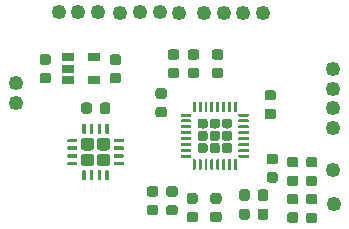
<source format=gbr>
G04 #@! TF.GenerationSoftware,KiCad,Pcbnew,(5.1.4)-1*
G04 #@! TF.CreationDate,2019-11-10T16:51:08-05:00*
G04 #@! TF.ProjectId,UniAmp,556e6941-6d70-42e6-9b69-6361645f7063,rev?*
G04 #@! TF.SameCoordinates,Original*
G04 #@! TF.FileFunction,Paste,Top*
G04 #@! TF.FilePolarity,Positive*
%FSLAX46Y46*%
G04 Gerber Fmt 4.6, Leading zero omitted, Abs format (unit mm)*
G04 Created by KiCad (PCBNEW (5.1.4)-1) date 2019-11-10 16:51:08*
%MOMM*%
%LPD*%
G04 APERTURE LIST*
%ADD10C,0.100000*%
%ADD11C,0.875000*%
%ADD12C,1.250000*%
%ADD13C,1.090000*%
%ADD14C,0.300000*%
%ADD15C,0.830000*%
%ADD16C,0.250000*%
%ADD17R,1.060000X0.650000*%
G04 APERTURE END LIST*
D10*
G36*
X126587691Y-63926053D02*
G01*
X126608926Y-63929203D01*
X126629750Y-63934419D01*
X126649962Y-63941651D01*
X126669368Y-63950830D01*
X126687781Y-63961866D01*
X126705024Y-63974654D01*
X126720930Y-63989070D01*
X126735346Y-64004976D01*
X126748134Y-64022219D01*
X126759170Y-64040632D01*
X126768349Y-64060038D01*
X126775581Y-64080250D01*
X126780797Y-64101074D01*
X126783947Y-64122309D01*
X126785000Y-64143750D01*
X126785000Y-64581250D01*
X126783947Y-64602691D01*
X126780797Y-64623926D01*
X126775581Y-64644750D01*
X126768349Y-64664962D01*
X126759170Y-64684368D01*
X126748134Y-64702781D01*
X126735346Y-64720024D01*
X126720930Y-64735930D01*
X126705024Y-64750346D01*
X126687781Y-64763134D01*
X126669368Y-64774170D01*
X126649962Y-64783349D01*
X126629750Y-64790581D01*
X126608926Y-64795797D01*
X126587691Y-64798947D01*
X126566250Y-64800000D01*
X126053750Y-64800000D01*
X126032309Y-64798947D01*
X126011074Y-64795797D01*
X125990250Y-64790581D01*
X125970038Y-64783349D01*
X125950632Y-64774170D01*
X125932219Y-64763134D01*
X125914976Y-64750346D01*
X125899070Y-64735930D01*
X125884654Y-64720024D01*
X125871866Y-64702781D01*
X125860830Y-64684368D01*
X125851651Y-64664962D01*
X125844419Y-64644750D01*
X125839203Y-64623926D01*
X125836053Y-64602691D01*
X125835000Y-64581250D01*
X125835000Y-64143750D01*
X125836053Y-64122309D01*
X125839203Y-64101074D01*
X125844419Y-64080250D01*
X125851651Y-64060038D01*
X125860830Y-64040632D01*
X125871866Y-64022219D01*
X125884654Y-64004976D01*
X125899070Y-63989070D01*
X125914976Y-63974654D01*
X125932219Y-63961866D01*
X125950632Y-63950830D01*
X125970038Y-63941651D01*
X125990250Y-63934419D01*
X126011074Y-63929203D01*
X126032309Y-63926053D01*
X126053750Y-63925000D01*
X126566250Y-63925000D01*
X126587691Y-63926053D01*
X126587691Y-63926053D01*
G37*
D11*
X126310000Y-64362500D03*
D10*
G36*
X126587691Y-65501053D02*
G01*
X126608926Y-65504203D01*
X126629750Y-65509419D01*
X126649962Y-65516651D01*
X126669368Y-65525830D01*
X126687781Y-65536866D01*
X126705024Y-65549654D01*
X126720930Y-65564070D01*
X126735346Y-65579976D01*
X126748134Y-65597219D01*
X126759170Y-65615632D01*
X126768349Y-65635038D01*
X126775581Y-65655250D01*
X126780797Y-65676074D01*
X126783947Y-65697309D01*
X126785000Y-65718750D01*
X126785000Y-66156250D01*
X126783947Y-66177691D01*
X126780797Y-66198926D01*
X126775581Y-66219750D01*
X126768349Y-66239962D01*
X126759170Y-66259368D01*
X126748134Y-66277781D01*
X126735346Y-66295024D01*
X126720930Y-66310930D01*
X126705024Y-66325346D01*
X126687781Y-66338134D01*
X126669368Y-66349170D01*
X126649962Y-66358349D01*
X126629750Y-66365581D01*
X126608926Y-66370797D01*
X126587691Y-66373947D01*
X126566250Y-66375000D01*
X126053750Y-66375000D01*
X126032309Y-66373947D01*
X126011074Y-66370797D01*
X125990250Y-66365581D01*
X125970038Y-66358349D01*
X125950632Y-66349170D01*
X125932219Y-66338134D01*
X125914976Y-66325346D01*
X125899070Y-66310930D01*
X125884654Y-66295024D01*
X125871866Y-66277781D01*
X125860830Y-66259368D01*
X125851651Y-66239962D01*
X125844419Y-66219750D01*
X125839203Y-66198926D01*
X125836053Y-66177691D01*
X125835000Y-66156250D01*
X125835000Y-65718750D01*
X125836053Y-65697309D01*
X125839203Y-65676074D01*
X125844419Y-65655250D01*
X125851651Y-65635038D01*
X125860830Y-65615632D01*
X125871866Y-65597219D01*
X125884654Y-65579976D01*
X125899070Y-65564070D01*
X125914976Y-65549654D01*
X125932219Y-65536866D01*
X125950632Y-65525830D01*
X125970038Y-65516651D01*
X125990250Y-65509419D01*
X126011074Y-65504203D01*
X126032309Y-65501053D01*
X126053750Y-65500000D01*
X126566250Y-65500000D01*
X126587691Y-65501053D01*
X126587691Y-65501053D01*
G37*
D11*
X126310000Y-65937500D03*
D10*
G36*
X121807691Y-65126053D02*
G01*
X121828926Y-65129203D01*
X121849750Y-65134419D01*
X121869962Y-65141651D01*
X121889368Y-65150830D01*
X121907781Y-65161866D01*
X121925024Y-65174654D01*
X121940930Y-65189070D01*
X121955346Y-65204976D01*
X121968134Y-65222219D01*
X121979170Y-65240632D01*
X121988349Y-65260038D01*
X121995581Y-65280250D01*
X122000797Y-65301074D01*
X122003947Y-65322309D01*
X122005000Y-65343750D01*
X122005000Y-65856250D01*
X122003947Y-65877691D01*
X122000797Y-65898926D01*
X121995581Y-65919750D01*
X121988349Y-65939962D01*
X121979170Y-65959368D01*
X121968134Y-65977781D01*
X121955346Y-65995024D01*
X121940930Y-66010930D01*
X121925024Y-66025346D01*
X121907781Y-66038134D01*
X121889368Y-66049170D01*
X121869962Y-66058349D01*
X121849750Y-66065581D01*
X121828926Y-66070797D01*
X121807691Y-66073947D01*
X121786250Y-66075000D01*
X121348750Y-66075000D01*
X121327309Y-66073947D01*
X121306074Y-66070797D01*
X121285250Y-66065581D01*
X121265038Y-66058349D01*
X121245632Y-66049170D01*
X121227219Y-66038134D01*
X121209976Y-66025346D01*
X121194070Y-66010930D01*
X121179654Y-65995024D01*
X121166866Y-65977781D01*
X121155830Y-65959368D01*
X121146651Y-65939962D01*
X121139419Y-65919750D01*
X121134203Y-65898926D01*
X121131053Y-65877691D01*
X121130000Y-65856250D01*
X121130000Y-65343750D01*
X121131053Y-65322309D01*
X121134203Y-65301074D01*
X121139419Y-65280250D01*
X121146651Y-65260038D01*
X121155830Y-65240632D01*
X121166866Y-65222219D01*
X121179654Y-65204976D01*
X121194070Y-65189070D01*
X121209976Y-65174654D01*
X121227219Y-65161866D01*
X121245632Y-65150830D01*
X121265038Y-65141651D01*
X121285250Y-65134419D01*
X121306074Y-65129203D01*
X121327309Y-65126053D01*
X121348750Y-65125000D01*
X121786250Y-65125000D01*
X121807691Y-65126053D01*
X121807691Y-65126053D01*
G37*
D11*
X121567500Y-65600000D03*
D10*
G36*
X120232691Y-65126053D02*
G01*
X120253926Y-65129203D01*
X120274750Y-65134419D01*
X120294962Y-65141651D01*
X120314368Y-65150830D01*
X120332781Y-65161866D01*
X120350024Y-65174654D01*
X120365930Y-65189070D01*
X120380346Y-65204976D01*
X120393134Y-65222219D01*
X120404170Y-65240632D01*
X120413349Y-65260038D01*
X120420581Y-65280250D01*
X120425797Y-65301074D01*
X120428947Y-65322309D01*
X120430000Y-65343750D01*
X120430000Y-65856250D01*
X120428947Y-65877691D01*
X120425797Y-65898926D01*
X120420581Y-65919750D01*
X120413349Y-65939962D01*
X120404170Y-65959368D01*
X120393134Y-65977781D01*
X120380346Y-65995024D01*
X120365930Y-66010930D01*
X120350024Y-66025346D01*
X120332781Y-66038134D01*
X120314368Y-66049170D01*
X120294962Y-66058349D01*
X120274750Y-66065581D01*
X120253926Y-66070797D01*
X120232691Y-66073947D01*
X120211250Y-66075000D01*
X119773750Y-66075000D01*
X119752309Y-66073947D01*
X119731074Y-66070797D01*
X119710250Y-66065581D01*
X119690038Y-66058349D01*
X119670632Y-66049170D01*
X119652219Y-66038134D01*
X119634976Y-66025346D01*
X119619070Y-66010930D01*
X119604654Y-65995024D01*
X119591866Y-65977781D01*
X119580830Y-65959368D01*
X119571651Y-65939962D01*
X119564419Y-65919750D01*
X119559203Y-65898926D01*
X119556053Y-65877691D01*
X119555000Y-65856250D01*
X119555000Y-65343750D01*
X119556053Y-65322309D01*
X119559203Y-65301074D01*
X119564419Y-65280250D01*
X119571651Y-65260038D01*
X119580830Y-65240632D01*
X119591866Y-65222219D01*
X119604654Y-65204976D01*
X119619070Y-65189070D01*
X119634976Y-65174654D01*
X119652219Y-65161866D01*
X119670632Y-65150830D01*
X119690038Y-65141651D01*
X119710250Y-65134419D01*
X119731074Y-65129203D01*
X119752309Y-65126053D01*
X119773750Y-65125000D01*
X120211250Y-65125000D01*
X120232691Y-65126053D01*
X120232691Y-65126053D01*
G37*
D11*
X119992500Y-65600000D03*
D10*
G36*
X127627691Y-62198553D02*
G01*
X127648926Y-62201703D01*
X127669750Y-62206919D01*
X127689962Y-62214151D01*
X127709368Y-62223330D01*
X127727781Y-62234366D01*
X127745024Y-62247154D01*
X127760930Y-62261570D01*
X127775346Y-62277476D01*
X127788134Y-62294719D01*
X127799170Y-62313132D01*
X127808349Y-62332538D01*
X127815581Y-62352750D01*
X127820797Y-62373574D01*
X127823947Y-62394809D01*
X127825000Y-62416250D01*
X127825000Y-62853750D01*
X127823947Y-62875191D01*
X127820797Y-62896426D01*
X127815581Y-62917250D01*
X127808349Y-62937462D01*
X127799170Y-62956868D01*
X127788134Y-62975281D01*
X127775346Y-62992524D01*
X127760930Y-63008430D01*
X127745024Y-63022846D01*
X127727781Y-63035634D01*
X127709368Y-63046670D01*
X127689962Y-63055849D01*
X127669750Y-63063081D01*
X127648926Y-63068297D01*
X127627691Y-63071447D01*
X127606250Y-63072500D01*
X127093750Y-63072500D01*
X127072309Y-63071447D01*
X127051074Y-63068297D01*
X127030250Y-63063081D01*
X127010038Y-63055849D01*
X126990632Y-63046670D01*
X126972219Y-63035634D01*
X126954976Y-63022846D01*
X126939070Y-63008430D01*
X126924654Y-62992524D01*
X126911866Y-62975281D01*
X126900830Y-62956868D01*
X126891651Y-62937462D01*
X126884419Y-62917250D01*
X126879203Y-62896426D01*
X126876053Y-62875191D01*
X126875000Y-62853750D01*
X126875000Y-62416250D01*
X126876053Y-62394809D01*
X126879203Y-62373574D01*
X126884419Y-62352750D01*
X126891651Y-62332538D01*
X126900830Y-62313132D01*
X126911866Y-62294719D01*
X126924654Y-62277476D01*
X126939070Y-62261570D01*
X126954976Y-62247154D01*
X126972219Y-62234366D01*
X126990632Y-62223330D01*
X127010038Y-62214151D01*
X127030250Y-62206919D01*
X127051074Y-62201703D01*
X127072309Y-62198553D01*
X127093750Y-62197500D01*
X127606250Y-62197500D01*
X127627691Y-62198553D01*
X127627691Y-62198553D01*
G37*
D11*
X127350000Y-62635000D03*
D10*
G36*
X127627691Y-60623553D02*
G01*
X127648926Y-60626703D01*
X127669750Y-60631919D01*
X127689962Y-60639151D01*
X127709368Y-60648330D01*
X127727781Y-60659366D01*
X127745024Y-60672154D01*
X127760930Y-60686570D01*
X127775346Y-60702476D01*
X127788134Y-60719719D01*
X127799170Y-60738132D01*
X127808349Y-60757538D01*
X127815581Y-60777750D01*
X127820797Y-60798574D01*
X127823947Y-60819809D01*
X127825000Y-60841250D01*
X127825000Y-61278750D01*
X127823947Y-61300191D01*
X127820797Y-61321426D01*
X127815581Y-61342250D01*
X127808349Y-61362462D01*
X127799170Y-61381868D01*
X127788134Y-61400281D01*
X127775346Y-61417524D01*
X127760930Y-61433430D01*
X127745024Y-61447846D01*
X127727781Y-61460634D01*
X127709368Y-61471670D01*
X127689962Y-61480849D01*
X127669750Y-61488081D01*
X127648926Y-61493297D01*
X127627691Y-61496447D01*
X127606250Y-61497500D01*
X127093750Y-61497500D01*
X127072309Y-61496447D01*
X127051074Y-61493297D01*
X127030250Y-61488081D01*
X127010038Y-61480849D01*
X126990632Y-61471670D01*
X126972219Y-61460634D01*
X126954976Y-61447846D01*
X126939070Y-61433430D01*
X126924654Y-61417524D01*
X126911866Y-61400281D01*
X126900830Y-61381868D01*
X126891651Y-61362462D01*
X126884419Y-61342250D01*
X126879203Y-61321426D01*
X126876053Y-61300191D01*
X126875000Y-61278750D01*
X126875000Y-60841250D01*
X126876053Y-60819809D01*
X126879203Y-60798574D01*
X126884419Y-60777750D01*
X126891651Y-60757538D01*
X126900830Y-60738132D01*
X126911866Y-60719719D01*
X126924654Y-60702476D01*
X126939070Y-60686570D01*
X126954976Y-60672154D01*
X126972219Y-60659366D01*
X126990632Y-60648330D01*
X127010038Y-60639151D01*
X127030250Y-60631919D01*
X127051074Y-60626703D01*
X127072309Y-60623553D01*
X127093750Y-60622500D01*
X127606250Y-60622500D01*
X127627691Y-60623553D01*
X127627691Y-60623553D01*
G37*
D11*
X127350000Y-61060000D03*
D10*
G36*
X129227691Y-72813553D02*
G01*
X129248926Y-72816703D01*
X129269750Y-72821919D01*
X129289962Y-72829151D01*
X129309368Y-72838330D01*
X129327781Y-72849366D01*
X129345024Y-72862154D01*
X129360930Y-72876570D01*
X129375346Y-72892476D01*
X129388134Y-72909719D01*
X129399170Y-72928132D01*
X129408349Y-72947538D01*
X129415581Y-72967750D01*
X129420797Y-72988574D01*
X129423947Y-73009809D01*
X129425000Y-73031250D01*
X129425000Y-73468750D01*
X129423947Y-73490191D01*
X129420797Y-73511426D01*
X129415581Y-73532250D01*
X129408349Y-73552462D01*
X129399170Y-73571868D01*
X129388134Y-73590281D01*
X129375346Y-73607524D01*
X129360930Y-73623430D01*
X129345024Y-73637846D01*
X129327781Y-73650634D01*
X129309368Y-73661670D01*
X129289962Y-73670849D01*
X129269750Y-73678081D01*
X129248926Y-73683297D01*
X129227691Y-73686447D01*
X129206250Y-73687500D01*
X128693750Y-73687500D01*
X128672309Y-73686447D01*
X128651074Y-73683297D01*
X128630250Y-73678081D01*
X128610038Y-73670849D01*
X128590632Y-73661670D01*
X128572219Y-73650634D01*
X128554976Y-73637846D01*
X128539070Y-73623430D01*
X128524654Y-73607524D01*
X128511866Y-73590281D01*
X128500830Y-73571868D01*
X128491651Y-73552462D01*
X128484419Y-73532250D01*
X128479203Y-73511426D01*
X128476053Y-73490191D01*
X128475000Y-73468750D01*
X128475000Y-73031250D01*
X128476053Y-73009809D01*
X128479203Y-72988574D01*
X128484419Y-72967750D01*
X128491651Y-72947538D01*
X128500830Y-72928132D01*
X128511866Y-72909719D01*
X128524654Y-72892476D01*
X128539070Y-72876570D01*
X128554976Y-72862154D01*
X128572219Y-72849366D01*
X128590632Y-72838330D01*
X128610038Y-72829151D01*
X128630250Y-72821919D01*
X128651074Y-72816703D01*
X128672309Y-72813553D01*
X128693750Y-72812500D01*
X129206250Y-72812500D01*
X129227691Y-72813553D01*
X129227691Y-72813553D01*
G37*
D11*
X128950000Y-73250000D03*
D10*
G36*
X129227691Y-74388553D02*
G01*
X129248926Y-74391703D01*
X129269750Y-74396919D01*
X129289962Y-74404151D01*
X129309368Y-74413330D01*
X129327781Y-74424366D01*
X129345024Y-74437154D01*
X129360930Y-74451570D01*
X129375346Y-74467476D01*
X129388134Y-74484719D01*
X129399170Y-74503132D01*
X129408349Y-74522538D01*
X129415581Y-74542750D01*
X129420797Y-74563574D01*
X129423947Y-74584809D01*
X129425000Y-74606250D01*
X129425000Y-75043750D01*
X129423947Y-75065191D01*
X129420797Y-75086426D01*
X129415581Y-75107250D01*
X129408349Y-75127462D01*
X129399170Y-75146868D01*
X129388134Y-75165281D01*
X129375346Y-75182524D01*
X129360930Y-75198430D01*
X129345024Y-75212846D01*
X129327781Y-75225634D01*
X129309368Y-75236670D01*
X129289962Y-75245849D01*
X129269750Y-75253081D01*
X129248926Y-75258297D01*
X129227691Y-75261447D01*
X129206250Y-75262500D01*
X128693750Y-75262500D01*
X128672309Y-75261447D01*
X128651074Y-75258297D01*
X128630250Y-75253081D01*
X128610038Y-75245849D01*
X128590632Y-75236670D01*
X128572219Y-75225634D01*
X128554976Y-75212846D01*
X128539070Y-75198430D01*
X128524654Y-75182524D01*
X128511866Y-75165281D01*
X128500830Y-75146868D01*
X128491651Y-75127462D01*
X128484419Y-75107250D01*
X128479203Y-75086426D01*
X128476053Y-75065191D01*
X128475000Y-75043750D01*
X128475000Y-74606250D01*
X128476053Y-74584809D01*
X128479203Y-74563574D01*
X128484419Y-74542750D01*
X128491651Y-74522538D01*
X128500830Y-74503132D01*
X128511866Y-74484719D01*
X128524654Y-74467476D01*
X128539070Y-74451570D01*
X128554976Y-74437154D01*
X128572219Y-74424366D01*
X128590632Y-74413330D01*
X128610038Y-74404151D01*
X128630250Y-74396919D01*
X128651074Y-74391703D01*
X128672309Y-74388553D01*
X128693750Y-74387500D01*
X129206250Y-74387500D01*
X129227691Y-74388553D01*
X129227691Y-74388553D01*
G37*
D11*
X128950000Y-74825000D03*
D10*
G36*
X129327691Y-62198553D02*
G01*
X129348926Y-62201703D01*
X129369750Y-62206919D01*
X129389962Y-62214151D01*
X129409368Y-62223330D01*
X129427781Y-62234366D01*
X129445024Y-62247154D01*
X129460930Y-62261570D01*
X129475346Y-62277476D01*
X129488134Y-62294719D01*
X129499170Y-62313132D01*
X129508349Y-62332538D01*
X129515581Y-62352750D01*
X129520797Y-62373574D01*
X129523947Y-62394809D01*
X129525000Y-62416250D01*
X129525000Y-62853750D01*
X129523947Y-62875191D01*
X129520797Y-62896426D01*
X129515581Y-62917250D01*
X129508349Y-62937462D01*
X129499170Y-62956868D01*
X129488134Y-62975281D01*
X129475346Y-62992524D01*
X129460930Y-63008430D01*
X129445024Y-63022846D01*
X129427781Y-63035634D01*
X129409368Y-63046670D01*
X129389962Y-63055849D01*
X129369750Y-63063081D01*
X129348926Y-63068297D01*
X129327691Y-63071447D01*
X129306250Y-63072500D01*
X128793750Y-63072500D01*
X128772309Y-63071447D01*
X128751074Y-63068297D01*
X128730250Y-63063081D01*
X128710038Y-63055849D01*
X128690632Y-63046670D01*
X128672219Y-63035634D01*
X128654976Y-63022846D01*
X128639070Y-63008430D01*
X128624654Y-62992524D01*
X128611866Y-62975281D01*
X128600830Y-62956868D01*
X128591651Y-62937462D01*
X128584419Y-62917250D01*
X128579203Y-62896426D01*
X128576053Y-62875191D01*
X128575000Y-62853750D01*
X128575000Y-62416250D01*
X128576053Y-62394809D01*
X128579203Y-62373574D01*
X128584419Y-62352750D01*
X128591651Y-62332538D01*
X128600830Y-62313132D01*
X128611866Y-62294719D01*
X128624654Y-62277476D01*
X128639070Y-62261570D01*
X128654976Y-62247154D01*
X128672219Y-62234366D01*
X128690632Y-62223330D01*
X128710038Y-62214151D01*
X128730250Y-62206919D01*
X128751074Y-62201703D01*
X128772309Y-62198553D01*
X128793750Y-62197500D01*
X129306250Y-62197500D01*
X129327691Y-62198553D01*
X129327691Y-62198553D01*
G37*
D11*
X129050000Y-62635000D03*
D10*
G36*
X129327691Y-60623553D02*
G01*
X129348926Y-60626703D01*
X129369750Y-60631919D01*
X129389962Y-60639151D01*
X129409368Y-60648330D01*
X129427781Y-60659366D01*
X129445024Y-60672154D01*
X129460930Y-60686570D01*
X129475346Y-60702476D01*
X129488134Y-60719719D01*
X129499170Y-60738132D01*
X129508349Y-60757538D01*
X129515581Y-60777750D01*
X129520797Y-60798574D01*
X129523947Y-60819809D01*
X129525000Y-60841250D01*
X129525000Y-61278750D01*
X129523947Y-61300191D01*
X129520797Y-61321426D01*
X129515581Y-61342250D01*
X129508349Y-61362462D01*
X129499170Y-61381868D01*
X129488134Y-61400281D01*
X129475346Y-61417524D01*
X129460930Y-61433430D01*
X129445024Y-61447846D01*
X129427781Y-61460634D01*
X129409368Y-61471670D01*
X129389962Y-61480849D01*
X129369750Y-61488081D01*
X129348926Y-61493297D01*
X129327691Y-61496447D01*
X129306250Y-61497500D01*
X128793750Y-61497500D01*
X128772309Y-61496447D01*
X128751074Y-61493297D01*
X128730250Y-61488081D01*
X128710038Y-61480849D01*
X128690632Y-61471670D01*
X128672219Y-61460634D01*
X128654976Y-61447846D01*
X128639070Y-61433430D01*
X128624654Y-61417524D01*
X128611866Y-61400281D01*
X128600830Y-61381868D01*
X128591651Y-61362462D01*
X128584419Y-61342250D01*
X128579203Y-61321426D01*
X128576053Y-61300191D01*
X128575000Y-61278750D01*
X128575000Y-60841250D01*
X128576053Y-60819809D01*
X128579203Y-60798574D01*
X128584419Y-60777750D01*
X128591651Y-60757538D01*
X128600830Y-60738132D01*
X128611866Y-60719719D01*
X128624654Y-60702476D01*
X128639070Y-60686570D01*
X128654976Y-60672154D01*
X128672219Y-60659366D01*
X128690632Y-60648330D01*
X128710038Y-60639151D01*
X128730250Y-60631919D01*
X128751074Y-60626703D01*
X128772309Y-60623553D01*
X128793750Y-60622500D01*
X129306250Y-60622500D01*
X129327691Y-60623553D01*
X129327691Y-60623553D01*
G37*
D11*
X129050000Y-61060000D03*
D10*
G36*
X131367691Y-60623553D02*
G01*
X131388926Y-60626703D01*
X131409750Y-60631919D01*
X131429962Y-60639151D01*
X131449368Y-60648330D01*
X131467781Y-60659366D01*
X131485024Y-60672154D01*
X131500930Y-60686570D01*
X131515346Y-60702476D01*
X131528134Y-60719719D01*
X131539170Y-60738132D01*
X131548349Y-60757538D01*
X131555581Y-60777750D01*
X131560797Y-60798574D01*
X131563947Y-60819809D01*
X131565000Y-60841250D01*
X131565000Y-61278750D01*
X131563947Y-61300191D01*
X131560797Y-61321426D01*
X131555581Y-61342250D01*
X131548349Y-61362462D01*
X131539170Y-61381868D01*
X131528134Y-61400281D01*
X131515346Y-61417524D01*
X131500930Y-61433430D01*
X131485024Y-61447846D01*
X131467781Y-61460634D01*
X131449368Y-61471670D01*
X131429962Y-61480849D01*
X131409750Y-61488081D01*
X131388926Y-61493297D01*
X131367691Y-61496447D01*
X131346250Y-61497500D01*
X130833750Y-61497500D01*
X130812309Y-61496447D01*
X130791074Y-61493297D01*
X130770250Y-61488081D01*
X130750038Y-61480849D01*
X130730632Y-61471670D01*
X130712219Y-61460634D01*
X130694976Y-61447846D01*
X130679070Y-61433430D01*
X130664654Y-61417524D01*
X130651866Y-61400281D01*
X130640830Y-61381868D01*
X130631651Y-61362462D01*
X130624419Y-61342250D01*
X130619203Y-61321426D01*
X130616053Y-61300191D01*
X130615000Y-61278750D01*
X130615000Y-60841250D01*
X130616053Y-60819809D01*
X130619203Y-60798574D01*
X130624419Y-60777750D01*
X130631651Y-60757538D01*
X130640830Y-60738132D01*
X130651866Y-60719719D01*
X130664654Y-60702476D01*
X130679070Y-60686570D01*
X130694976Y-60672154D01*
X130712219Y-60659366D01*
X130730632Y-60648330D01*
X130750038Y-60639151D01*
X130770250Y-60631919D01*
X130791074Y-60626703D01*
X130812309Y-60623553D01*
X130833750Y-60622500D01*
X131346250Y-60622500D01*
X131367691Y-60623553D01*
X131367691Y-60623553D01*
G37*
D11*
X131090000Y-61060000D03*
D10*
G36*
X131367691Y-62198553D02*
G01*
X131388926Y-62201703D01*
X131409750Y-62206919D01*
X131429962Y-62214151D01*
X131449368Y-62223330D01*
X131467781Y-62234366D01*
X131485024Y-62247154D01*
X131500930Y-62261570D01*
X131515346Y-62277476D01*
X131528134Y-62294719D01*
X131539170Y-62313132D01*
X131548349Y-62332538D01*
X131555581Y-62352750D01*
X131560797Y-62373574D01*
X131563947Y-62394809D01*
X131565000Y-62416250D01*
X131565000Y-62853750D01*
X131563947Y-62875191D01*
X131560797Y-62896426D01*
X131555581Y-62917250D01*
X131548349Y-62937462D01*
X131539170Y-62956868D01*
X131528134Y-62975281D01*
X131515346Y-62992524D01*
X131500930Y-63008430D01*
X131485024Y-63022846D01*
X131467781Y-63035634D01*
X131449368Y-63046670D01*
X131429962Y-63055849D01*
X131409750Y-63063081D01*
X131388926Y-63068297D01*
X131367691Y-63071447D01*
X131346250Y-63072500D01*
X130833750Y-63072500D01*
X130812309Y-63071447D01*
X130791074Y-63068297D01*
X130770250Y-63063081D01*
X130750038Y-63055849D01*
X130730632Y-63046670D01*
X130712219Y-63035634D01*
X130694976Y-63022846D01*
X130679070Y-63008430D01*
X130664654Y-62992524D01*
X130651866Y-62975281D01*
X130640830Y-62956868D01*
X130631651Y-62937462D01*
X130624419Y-62917250D01*
X130619203Y-62896426D01*
X130616053Y-62875191D01*
X130615000Y-62853750D01*
X130615000Y-62416250D01*
X130616053Y-62394809D01*
X130619203Y-62373574D01*
X130624419Y-62352750D01*
X130631651Y-62332538D01*
X130640830Y-62313132D01*
X130651866Y-62294719D01*
X130664654Y-62277476D01*
X130679070Y-62261570D01*
X130694976Y-62247154D01*
X130712219Y-62234366D01*
X130730632Y-62223330D01*
X130750038Y-62214151D01*
X130770250Y-62206919D01*
X130791074Y-62201703D01*
X130812309Y-62198553D01*
X130833750Y-62197500D01*
X131346250Y-62197500D01*
X131367691Y-62198553D01*
X131367691Y-62198553D01*
G37*
D11*
X131090000Y-62635000D03*
D10*
G36*
X131227691Y-74388553D02*
G01*
X131248926Y-74391703D01*
X131269750Y-74396919D01*
X131289962Y-74404151D01*
X131309368Y-74413330D01*
X131327781Y-74424366D01*
X131345024Y-74437154D01*
X131360930Y-74451570D01*
X131375346Y-74467476D01*
X131388134Y-74484719D01*
X131399170Y-74503132D01*
X131408349Y-74522538D01*
X131415581Y-74542750D01*
X131420797Y-74563574D01*
X131423947Y-74584809D01*
X131425000Y-74606250D01*
X131425000Y-75043750D01*
X131423947Y-75065191D01*
X131420797Y-75086426D01*
X131415581Y-75107250D01*
X131408349Y-75127462D01*
X131399170Y-75146868D01*
X131388134Y-75165281D01*
X131375346Y-75182524D01*
X131360930Y-75198430D01*
X131345024Y-75212846D01*
X131327781Y-75225634D01*
X131309368Y-75236670D01*
X131289962Y-75245849D01*
X131269750Y-75253081D01*
X131248926Y-75258297D01*
X131227691Y-75261447D01*
X131206250Y-75262500D01*
X130693750Y-75262500D01*
X130672309Y-75261447D01*
X130651074Y-75258297D01*
X130630250Y-75253081D01*
X130610038Y-75245849D01*
X130590632Y-75236670D01*
X130572219Y-75225634D01*
X130554976Y-75212846D01*
X130539070Y-75198430D01*
X130524654Y-75182524D01*
X130511866Y-75165281D01*
X130500830Y-75146868D01*
X130491651Y-75127462D01*
X130484419Y-75107250D01*
X130479203Y-75086426D01*
X130476053Y-75065191D01*
X130475000Y-75043750D01*
X130475000Y-74606250D01*
X130476053Y-74584809D01*
X130479203Y-74563574D01*
X130484419Y-74542750D01*
X130491651Y-74522538D01*
X130500830Y-74503132D01*
X130511866Y-74484719D01*
X130524654Y-74467476D01*
X130539070Y-74451570D01*
X130554976Y-74437154D01*
X130572219Y-74424366D01*
X130590632Y-74413330D01*
X130610038Y-74404151D01*
X130630250Y-74396919D01*
X130651074Y-74391703D01*
X130672309Y-74388553D01*
X130693750Y-74387500D01*
X131206250Y-74387500D01*
X131227691Y-74388553D01*
X131227691Y-74388553D01*
G37*
D11*
X130950000Y-74825000D03*
D10*
G36*
X131227691Y-72813553D02*
G01*
X131248926Y-72816703D01*
X131269750Y-72821919D01*
X131289962Y-72829151D01*
X131309368Y-72838330D01*
X131327781Y-72849366D01*
X131345024Y-72862154D01*
X131360930Y-72876570D01*
X131375346Y-72892476D01*
X131388134Y-72909719D01*
X131399170Y-72928132D01*
X131408349Y-72947538D01*
X131415581Y-72967750D01*
X131420797Y-72988574D01*
X131423947Y-73009809D01*
X131425000Y-73031250D01*
X131425000Y-73468750D01*
X131423947Y-73490191D01*
X131420797Y-73511426D01*
X131415581Y-73532250D01*
X131408349Y-73552462D01*
X131399170Y-73571868D01*
X131388134Y-73590281D01*
X131375346Y-73607524D01*
X131360930Y-73623430D01*
X131345024Y-73637846D01*
X131327781Y-73650634D01*
X131309368Y-73661670D01*
X131289962Y-73670849D01*
X131269750Y-73678081D01*
X131248926Y-73683297D01*
X131227691Y-73686447D01*
X131206250Y-73687500D01*
X130693750Y-73687500D01*
X130672309Y-73686447D01*
X130651074Y-73683297D01*
X130630250Y-73678081D01*
X130610038Y-73670849D01*
X130590632Y-73661670D01*
X130572219Y-73650634D01*
X130554976Y-73637846D01*
X130539070Y-73623430D01*
X130524654Y-73607524D01*
X130511866Y-73590281D01*
X130500830Y-73571868D01*
X130491651Y-73552462D01*
X130484419Y-73532250D01*
X130479203Y-73511426D01*
X130476053Y-73490191D01*
X130475000Y-73468750D01*
X130475000Y-73031250D01*
X130476053Y-73009809D01*
X130479203Y-72988574D01*
X130484419Y-72967750D01*
X130491651Y-72947538D01*
X130500830Y-72928132D01*
X130511866Y-72909719D01*
X130524654Y-72892476D01*
X130539070Y-72876570D01*
X130554976Y-72862154D01*
X130572219Y-72849366D01*
X130590632Y-72838330D01*
X130610038Y-72829151D01*
X130630250Y-72821919D01*
X130651074Y-72816703D01*
X130672309Y-72813553D01*
X130693750Y-72812500D01*
X131206250Y-72812500D01*
X131227691Y-72813553D01*
X131227691Y-72813553D01*
G37*
D11*
X130950000Y-73250000D03*
D10*
G36*
X135817691Y-64078553D02*
G01*
X135838926Y-64081703D01*
X135859750Y-64086919D01*
X135879962Y-64094151D01*
X135899368Y-64103330D01*
X135917781Y-64114366D01*
X135935024Y-64127154D01*
X135950930Y-64141570D01*
X135965346Y-64157476D01*
X135978134Y-64174719D01*
X135989170Y-64193132D01*
X135998349Y-64212538D01*
X136005581Y-64232750D01*
X136010797Y-64253574D01*
X136013947Y-64274809D01*
X136015000Y-64296250D01*
X136015000Y-64733750D01*
X136013947Y-64755191D01*
X136010797Y-64776426D01*
X136005581Y-64797250D01*
X135998349Y-64817462D01*
X135989170Y-64836868D01*
X135978134Y-64855281D01*
X135965346Y-64872524D01*
X135950930Y-64888430D01*
X135935024Y-64902846D01*
X135917781Y-64915634D01*
X135899368Y-64926670D01*
X135879962Y-64935849D01*
X135859750Y-64943081D01*
X135838926Y-64948297D01*
X135817691Y-64951447D01*
X135796250Y-64952500D01*
X135283750Y-64952500D01*
X135262309Y-64951447D01*
X135241074Y-64948297D01*
X135220250Y-64943081D01*
X135200038Y-64935849D01*
X135180632Y-64926670D01*
X135162219Y-64915634D01*
X135144976Y-64902846D01*
X135129070Y-64888430D01*
X135114654Y-64872524D01*
X135101866Y-64855281D01*
X135090830Y-64836868D01*
X135081651Y-64817462D01*
X135074419Y-64797250D01*
X135069203Y-64776426D01*
X135066053Y-64755191D01*
X135065000Y-64733750D01*
X135065000Y-64296250D01*
X135066053Y-64274809D01*
X135069203Y-64253574D01*
X135074419Y-64232750D01*
X135081651Y-64212538D01*
X135090830Y-64193132D01*
X135101866Y-64174719D01*
X135114654Y-64157476D01*
X135129070Y-64141570D01*
X135144976Y-64127154D01*
X135162219Y-64114366D01*
X135180632Y-64103330D01*
X135200038Y-64094151D01*
X135220250Y-64086919D01*
X135241074Y-64081703D01*
X135262309Y-64078553D01*
X135283750Y-64077500D01*
X135796250Y-64077500D01*
X135817691Y-64078553D01*
X135817691Y-64078553D01*
G37*
D11*
X135540000Y-64515000D03*
D10*
G36*
X135817691Y-65653553D02*
G01*
X135838926Y-65656703D01*
X135859750Y-65661919D01*
X135879962Y-65669151D01*
X135899368Y-65678330D01*
X135917781Y-65689366D01*
X135935024Y-65702154D01*
X135950930Y-65716570D01*
X135965346Y-65732476D01*
X135978134Y-65749719D01*
X135989170Y-65768132D01*
X135998349Y-65787538D01*
X136005581Y-65807750D01*
X136010797Y-65828574D01*
X136013947Y-65849809D01*
X136015000Y-65871250D01*
X136015000Y-66308750D01*
X136013947Y-66330191D01*
X136010797Y-66351426D01*
X136005581Y-66372250D01*
X135998349Y-66392462D01*
X135989170Y-66411868D01*
X135978134Y-66430281D01*
X135965346Y-66447524D01*
X135950930Y-66463430D01*
X135935024Y-66477846D01*
X135917781Y-66490634D01*
X135899368Y-66501670D01*
X135879962Y-66510849D01*
X135859750Y-66518081D01*
X135838926Y-66523297D01*
X135817691Y-66526447D01*
X135796250Y-66527500D01*
X135283750Y-66527500D01*
X135262309Y-66526447D01*
X135241074Y-66523297D01*
X135220250Y-66518081D01*
X135200038Y-66510849D01*
X135180632Y-66501670D01*
X135162219Y-66490634D01*
X135144976Y-66477846D01*
X135129070Y-66463430D01*
X135114654Y-66447524D01*
X135101866Y-66430281D01*
X135090830Y-66411868D01*
X135081651Y-66392462D01*
X135074419Y-66372250D01*
X135069203Y-66351426D01*
X135066053Y-66330191D01*
X135065000Y-66308750D01*
X135065000Y-65871250D01*
X135066053Y-65849809D01*
X135069203Y-65828574D01*
X135074419Y-65807750D01*
X135081651Y-65787538D01*
X135090830Y-65768132D01*
X135101866Y-65749719D01*
X135114654Y-65732476D01*
X135129070Y-65716570D01*
X135144976Y-65702154D01*
X135162219Y-65689366D01*
X135180632Y-65678330D01*
X135200038Y-65669151D01*
X135220250Y-65661919D01*
X135241074Y-65656703D01*
X135262309Y-65653553D01*
X135283750Y-65652500D01*
X135796250Y-65652500D01*
X135817691Y-65653553D01*
X135817691Y-65653553D01*
G37*
D11*
X135540000Y-66090000D03*
D10*
G36*
X135987691Y-71028553D02*
G01*
X136008926Y-71031703D01*
X136029750Y-71036919D01*
X136049962Y-71044151D01*
X136069368Y-71053330D01*
X136087781Y-71064366D01*
X136105024Y-71077154D01*
X136120930Y-71091570D01*
X136135346Y-71107476D01*
X136148134Y-71124719D01*
X136159170Y-71143132D01*
X136168349Y-71162538D01*
X136175581Y-71182750D01*
X136180797Y-71203574D01*
X136183947Y-71224809D01*
X136185000Y-71246250D01*
X136185000Y-71683750D01*
X136183947Y-71705191D01*
X136180797Y-71726426D01*
X136175581Y-71747250D01*
X136168349Y-71767462D01*
X136159170Y-71786868D01*
X136148134Y-71805281D01*
X136135346Y-71822524D01*
X136120930Y-71838430D01*
X136105024Y-71852846D01*
X136087781Y-71865634D01*
X136069368Y-71876670D01*
X136049962Y-71885849D01*
X136029750Y-71893081D01*
X136008926Y-71898297D01*
X135987691Y-71901447D01*
X135966250Y-71902500D01*
X135453750Y-71902500D01*
X135432309Y-71901447D01*
X135411074Y-71898297D01*
X135390250Y-71893081D01*
X135370038Y-71885849D01*
X135350632Y-71876670D01*
X135332219Y-71865634D01*
X135314976Y-71852846D01*
X135299070Y-71838430D01*
X135284654Y-71822524D01*
X135271866Y-71805281D01*
X135260830Y-71786868D01*
X135251651Y-71767462D01*
X135244419Y-71747250D01*
X135239203Y-71726426D01*
X135236053Y-71705191D01*
X135235000Y-71683750D01*
X135235000Y-71246250D01*
X135236053Y-71224809D01*
X135239203Y-71203574D01*
X135244419Y-71182750D01*
X135251651Y-71162538D01*
X135260830Y-71143132D01*
X135271866Y-71124719D01*
X135284654Y-71107476D01*
X135299070Y-71091570D01*
X135314976Y-71077154D01*
X135332219Y-71064366D01*
X135350632Y-71053330D01*
X135370038Y-71044151D01*
X135390250Y-71036919D01*
X135411074Y-71031703D01*
X135432309Y-71028553D01*
X135453750Y-71027500D01*
X135966250Y-71027500D01*
X135987691Y-71028553D01*
X135987691Y-71028553D01*
G37*
D11*
X135710000Y-71465000D03*
D10*
G36*
X135987691Y-69453553D02*
G01*
X136008926Y-69456703D01*
X136029750Y-69461919D01*
X136049962Y-69469151D01*
X136069368Y-69478330D01*
X136087781Y-69489366D01*
X136105024Y-69502154D01*
X136120930Y-69516570D01*
X136135346Y-69532476D01*
X136148134Y-69549719D01*
X136159170Y-69568132D01*
X136168349Y-69587538D01*
X136175581Y-69607750D01*
X136180797Y-69628574D01*
X136183947Y-69649809D01*
X136185000Y-69671250D01*
X136185000Y-70108750D01*
X136183947Y-70130191D01*
X136180797Y-70151426D01*
X136175581Y-70172250D01*
X136168349Y-70192462D01*
X136159170Y-70211868D01*
X136148134Y-70230281D01*
X136135346Y-70247524D01*
X136120930Y-70263430D01*
X136105024Y-70277846D01*
X136087781Y-70290634D01*
X136069368Y-70301670D01*
X136049962Y-70310849D01*
X136029750Y-70318081D01*
X136008926Y-70323297D01*
X135987691Y-70326447D01*
X135966250Y-70327500D01*
X135453750Y-70327500D01*
X135432309Y-70326447D01*
X135411074Y-70323297D01*
X135390250Y-70318081D01*
X135370038Y-70310849D01*
X135350632Y-70301670D01*
X135332219Y-70290634D01*
X135314976Y-70277846D01*
X135299070Y-70263430D01*
X135284654Y-70247524D01*
X135271866Y-70230281D01*
X135260830Y-70211868D01*
X135251651Y-70192462D01*
X135244419Y-70172250D01*
X135239203Y-70151426D01*
X135236053Y-70130191D01*
X135235000Y-70108750D01*
X135235000Y-69671250D01*
X135236053Y-69649809D01*
X135239203Y-69628574D01*
X135244419Y-69607750D01*
X135251651Y-69587538D01*
X135260830Y-69568132D01*
X135271866Y-69549719D01*
X135284654Y-69532476D01*
X135299070Y-69516570D01*
X135314976Y-69502154D01*
X135332219Y-69489366D01*
X135350632Y-69478330D01*
X135370038Y-69469151D01*
X135390250Y-69461919D01*
X135411074Y-69456703D01*
X135432309Y-69453553D01*
X135453750Y-69452500D01*
X135966250Y-69452500D01*
X135987691Y-69453553D01*
X135987691Y-69453553D01*
G37*
D11*
X135710000Y-69890000D03*
D10*
G36*
X133605191Y-72486053D02*
G01*
X133626426Y-72489203D01*
X133647250Y-72494419D01*
X133667462Y-72501651D01*
X133686868Y-72510830D01*
X133705281Y-72521866D01*
X133722524Y-72534654D01*
X133738430Y-72549070D01*
X133752846Y-72564976D01*
X133765634Y-72582219D01*
X133776670Y-72600632D01*
X133785849Y-72620038D01*
X133793081Y-72640250D01*
X133798297Y-72661074D01*
X133801447Y-72682309D01*
X133802500Y-72703750D01*
X133802500Y-73216250D01*
X133801447Y-73237691D01*
X133798297Y-73258926D01*
X133793081Y-73279750D01*
X133785849Y-73299962D01*
X133776670Y-73319368D01*
X133765634Y-73337781D01*
X133752846Y-73355024D01*
X133738430Y-73370930D01*
X133722524Y-73385346D01*
X133705281Y-73398134D01*
X133686868Y-73409170D01*
X133667462Y-73418349D01*
X133647250Y-73425581D01*
X133626426Y-73430797D01*
X133605191Y-73433947D01*
X133583750Y-73435000D01*
X133146250Y-73435000D01*
X133124809Y-73433947D01*
X133103574Y-73430797D01*
X133082750Y-73425581D01*
X133062538Y-73418349D01*
X133043132Y-73409170D01*
X133024719Y-73398134D01*
X133007476Y-73385346D01*
X132991570Y-73370930D01*
X132977154Y-73355024D01*
X132964366Y-73337781D01*
X132953330Y-73319368D01*
X132944151Y-73299962D01*
X132936919Y-73279750D01*
X132931703Y-73258926D01*
X132928553Y-73237691D01*
X132927500Y-73216250D01*
X132927500Y-72703750D01*
X132928553Y-72682309D01*
X132931703Y-72661074D01*
X132936919Y-72640250D01*
X132944151Y-72620038D01*
X132953330Y-72600632D01*
X132964366Y-72582219D01*
X132977154Y-72564976D01*
X132991570Y-72549070D01*
X133007476Y-72534654D01*
X133024719Y-72521866D01*
X133043132Y-72510830D01*
X133062538Y-72501651D01*
X133082750Y-72494419D01*
X133103574Y-72489203D01*
X133124809Y-72486053D01*
X133146250Y-72485000D01*
X133583750Y-72485000D01*
X133605191Y-72486053D01*
X133605191Y-72486053D01*
G37*
D11*
X133365000Y-72960000D03*
D10*
G36*
X135180191Y-72486053D02*
G01*
X135201426Y-72489203D01*
X135222250Y-72494419D01*
X135242462Y-72501651D01*
X135261868Y-72510830D01*
X135280281Y-72521866D01*
X135297524Y-72534654D01*
X135313430Y-72549070D01*
X135327846Y-72564976D01*
X135340634Y-72582219D01*
X135351670Y-72600632D01*
X135360849Y-72620038D01*
X135368081Y-72640250D01*
X135373297Y-72661074D01*
X135376447Y-72682309D01*
X135377500Y-72703750D01*
X135377500Y-73216250D01*
X135376447Y-73237691D01*
X135373297Y-73258926D01*
X135368081Y-73279750D01*
X135360849Y-73299962D01*
X135351670Y-73319368D01*
X135340634Y-73337781D01*
X135327846Y-73355024D01*
X135313430Y-73370930D01*
X135297524Y-73385346D01*
X135280281Y-73398134D01*
X135261868Y-73409170D01*
X135242462Y-73418349D01*
X135222250Y-73425581D01*
X135201426Y-73430797D01*
X135180191Y-73433947D01*
X135158750Y-73435000D01*
X134721250Y-73435000D01*
X134699809Y-73433947D01*
X134678574Y-73430797D01*
X134657750Y-73425581D01*
X134637538Y-73418349D01*
X134618132Y-73409170D01*
X134599719Y-73398134D01*
X134582476Y-73385346D01*
X134566570Y-73370930D01*
X134552154Y-73355024D01*
X134539366Y-73337781D01*
X134528330Y-73319368D01*
X134519151Y-73299962D01*
X134511919Y-73279750D01*
X134506703Y-73258926D01*
X134503553Y-73237691D01*
X134502500Y-73216250D01*
X134502500Y-72703750D01*
X134503553Y-72682309D01*
X134506703Y-72661074D01*
X134511919Y-72640250D01*
X134519151Y-72620038D01*
X134528330Y-72600632D01*
X134539366Y-72582219D01*
X134552154Y-72564976D01*
X134566570Y-72549070D01*
X134582476Y-72534654D01*
X134599719Y-72521866D01*
X134618132Y-72510830D01*
X134637538Y-72501651D01*
X134657750Y-72494419D01*
X134678574Y-72489203D01*
X134699809Y-72486053D01*
X134721250Y-72485000D01*
X135158750Y-72485000D01*
X135180191Y-72486053D01*
X135180191Y-72486053D01*
G37*
D11*
X134940000Y-72960000D03*
D10*
G36*
X135180191Y-74106053D02*
G01*
X135201426Y-74109203D01*
X135222250Y-74114419D01*
X135242462Y-74121651D01*
X135261868Y-74130830D01*
X135280281Y-74141866D01*
X135297524Y-74154654D01*
X135313430Y-74169070D01*
X135327846Y-74184976D01*
X135340634Y-74202219D01*
X135351670Y-74220632D01*
X135360849Y-74240038D01*
X135368081Y-74260250D01*
X135373297Y-74281074D01*
X135376447Y-74302309D01*
X135377500Y-74323750D01*
X135377500Y-74836250D01*
X135376447Y-74857691D01*
X135373297Y-74878926D01*
X135368081Y-74899750D01*
X135360849Y-74919962D01*
X135351670Y-74939368D01*
X135340634Y-74957781D01*
X135327846Y-74975024D01*
X135313430Y-74990930D01*
X135297524Y-75005346D01*
X135280281Y-75018134D01*
X135261868Y-75029170D01*
X135242462Y-75038349D01*
X135222250Y-75045581D01*
X135201426Y-75050797D01*
X135180191Y-75053947D01*
X135158750Y-75055000D01*
X134721250Y-75055000D01*
X134699809Y-75053947D01*
X134678574Y-75050797D01*
X134657750Y-75045581D01*
X134637538Y-75038349D01*
X134618132Y-75029170D01*
X134599719Y-75018134D01*
X134582476Y-75005346D01*
X134566570Y-74990930D01*
X134552154Y-74975024D01*
X134539366Y-74957781D01*
X134528330Y-74939368D01*
X134519151Y-74919962D01*
X134511919Y-74899750D01*
X134506703Y-74878926D01*
X134503553Y-74857691D01*
X134502500Y-74836250D01*
X134502500Y-74323750D01*
X134503553Y-74302309D01*
X134506703Y-74281074D01*
X134511919Y-74260250D01*
X134519151Y-74240038D01*
X134528330Y-74220632D01*
X134539366Y-74202219D01*
X134552154Y-74184976D01*
X134566570Y-74169070D01*
X134582476Y-74154654D01*
X134599719Y-74141866D01*
X134618132Y-74130830D01*
X134637538Y-74121651D01*
X134657750Y-74114419D01*
X134678574Y-74109203D01*
X134699809Y-74106053D01*
X134721250Y-74105000D01*
X135158750Y-74105000D01*
X135180191Y-74106053D01*
X135180191Y-74106053D01*
G37*
D11*
X134940000Y-74580000D03*
D10*
G36*
X133605191Y-74106053D02*
G01*
X133626426Y-74109203D01*
X133647250Y-74114419D01*
X133667462Y-74121651D01*
X133686868Y-74130830D01*
X133705281Y-74141866D01*
X133722524Y-74154654D01*
X133738430Y-74169070D01*
X133752846Y-74184976D01*
X133765634Y-74202219D01*
X133776670Y-74220632D01*
X133785849Y-74240038D01*
X133793081Y-74260250D01*
X133798297Y-74281074D01*
X133801447Y-74302309D01*
X133802500Y-74323750D01*
X133802500Y-74836250D01*
X133801447Y-74857691D01*
X133798297Y-74878926D01*
X133793081Y-74899750D01*
X133785849Y-74919962D01*
X133776670Y-74939368D01*
X133765634Y-74957781D01*
X133752846Y-74975024D01*
X133738430Y-74990930D01*
X133722524Y-75005346D01*
X133705281Y-75018134D01*
X133686868Y-75029170D01*
X133667462Y-75038349D01*
X133647250Y-75045581D01*
X133626426Y-75050797D01*
X133605191Y-75053947D01*
X133583750Y-75055000D01*
X133146250Y-75055000D01*
X133124809Y-75053947D01*
X133103574Y-75050797D01*
X133082750Y-75045581D01*
X133062538Y-75038349D01*
X133043132Y-75029170D01*
X133024719Y-75018134D01*
X133007476Y-75005346D01*
X132991570Y-74990930D01*
X132977154Y-74975024D01*
X132964366Y-74957781D01*
X132953330Y-74939368D01*
X132944151Y-74919962D01*
X132936919Y-74899750D01*
X132931703Y-74878926D01*
X132928553Y-74857691D01*
X132927500Y-74836250D01*
X132927500Y-74323750D01*
X132928553Y-74302309D01*
X132931703Y-74281074D01*
X132936919Y-74260250D01*
X132944151Y-74240038D01*
X132953330Y-74220632D01*
X132964366Y-74202219D01*
X132977154Y-74184976D01*
X132991570Y-74169070D01*
X133007476Y-74154654D01*
X133024719Y-74141866D01*
X133043132Y-74130830D01*
X133062538Y-74121651D01*
X133082750Y-74114419D01*
X133103574Y-74109203D01*
X133124809Y-74106053D01*
X133146250Y-74105000D01*
X133583750Y-74105000D01*
X133605191Y-74106053D01*
X133605191Y-74106053D01*
G37*
D11*
X133365000Y-74580000D03*
D10*
G36*
X116777691Y-62618553D02*
G01*
X116798926Y-62621703D01*
X116819750Y-62626919D01*
X116839962Y-62634151D01*
X116859368Y-62643330D01*
X116877781Y-62654366D01*
X116895024Y-62667154D01*
X116910930Y-62681570D01*
X116925346Y-62697476D01*
X116938134Y-62714719D01*
X116949170Y-62733132D01*
X116958349Y-62752538D01*
X116965581Y-62772750D01*
X116970797Y-62793574D01*
X116973947Y-62814809D01*
X116975000Y-62836250D01*
X116975000Y-63273750D01*
X116973947Y-63295191D01*
X116970797Y-63316426D01*
X116965581Y-63337250D01*
X116958349Y-63357462D01*
X116949170Y-63376868D01*
X116938134Y-63395281D01*
X116925346Y-63412524D01*
X116910930Y-63428430D01*
X116895024Y-63442846D01*
X116877781Y-63455634D01*
X116859368Y-63466670D01*
X116839962Y-63475849D01*
X116819750Y-63483081D01*
X116798926Y-63488297D01*
X116777691Y-63491447D01*
X116756250Y-63492500D01*
X116243750Y-63492500D01*
X116222309Y-63491447D01*
X116201074Y-63488297D01*
X116180250Y-63483081D01*
X116160038Y-63475849D01*
X116140632Y-63466670D01*
X116122219Y-63455634D01*
X116104976Y-63442846D01*
X116089070Y-63428430D01*
X116074654Y-63412524D01*
X116061866Y-63395281D01*
X116050830Y-63376868D01*
X116041651Y-63357462D01*
X116034419Y-63337250D01*
X116029203Y-63316426D01*
X116026053Y-63295191D01*
X116025000Y-63273750D01*
X116025000Y-62836250D01*
X116026053Y-62814809D01*
X116029203Y-62793574D01*
X116034419Y-62772750D01*
X116041651Y-62752538D01*
X116050830Y-62733132D01*
X116061866Y-62714719D01*
X116074654Y-62697476D01*
X116089070Y-62681570D01*
X116104976Y-62667154D01*
X116122219Y-62654366D01*
X116140632Y-62643330D01*
X116160038Y-62634151D01*
X116180250Y-62626919D01*
X116201074Y-62621703D01*
X116222309Y-62618553D01*
X116243750Y-62617500D01*
X116756250Y-62617500D01*
X116777691Y-62618553D01*
X116777691Y-62618553D01*
G37*
D11*
X116500000Y-63055000D03*
D10*
G36*
X116777691Y-61043553D02*
G01*
X116798926Y-61046703D01*
X116819750Y-61051919D01*
X116839962Y-61059151D01*
X116859368Y-61068330D01*
X116877781Y-61079366D01*
X116895024Y-61092154D01*
X116910930Y-61106570D01*
X116925346Y-61122476D01*
X116938134Y-61139719D01*
X116949170Y-61158132D01*
X116958349Y-61177538D01*
X116965581Y-61197750D01*
X116970797Y-61218574D01*
X116973947Y-61239809D01*
X116975000Y-61261250D01*
X116975000Y-61698750D01*
X116973947Y-61720191D01*
X116970797Y-61741426D01*
X116965581Y-61762250D01*
X116958349Y-61782462D01*
X116949170Y-61801868D01*
X116938134Y-61820281D01*
X116925346Y-61837524D01*
X116910930Y-61853430D01*
X116895024Y-61867846D01*
X116877781Y-61880634D01*
X116859368Y-61891670D01*
X116839962Y-61900849D01*
X116819750Y-61908081D01*
X116798926Y-61913297D01*
X116777691Y-61916447D01*
X116756250Y-61917500D01*
X116243750Y-61917500D01*
X116222309Y-61916447D01*
X116201074Y-61913297D01*
X116180250Y-61908081D01*
X116160038Y-61900849D01*
X116140632Y-61891670D01*
X116122219Y-61880634D01*
X116104976Y-61867846D01*
X116089070Y-61853430D01*
X116074654Y-61837524D01*
X116061866Y-61820281D01*
X116050830Y-61801868D01*
X116041651Y-61782462D01*
X116034419Y-61762250D01*
X116029203Y-61741426D01*
X116026053Y-61720191D01*
X116025000Y-61698750D01*
X116025000Y-61261250D01*
X116026053Y-61239809D01*
X116029203Y-61218574D01*
X116034419Y-61197750D01*
X116041651Y-61177538D01*
X116050830Y-61158132D01*
X116061866Y-61139719D01*
X116074654Y-61122476D01*
X116089070Y-61106570D01*
X116104976Y-61092154D01*
X116122219Y-61079366D01*
X116140632Y-61068330D01*
X116160038Y-61059151D01*
X116180250Y-61051919D01*
X116201074Y-61046703D01*
X116222309Y-61043553D01*
X116243750Y-61042500D01*
X116756250Y-61042500D01*
X116777691Y-61043553D01*
X116777691Y-61043553D01*
G37*
D11*
X116500000Y-61480000D03*
D10*
G36*
X122707691Y-61053553D02*
G01*
X122728926Y-61056703D01*
X122749750Y-61061919D01*
X122769962Y-61069151D01*
X122789368Y-61078330D01*
X122807781Y-61089366D01*
X122825024Y-61102154D01*
X122840930Y-61116570D01*
X122855346Y-61132476D01*
X122868134Y-61149719D01*
X122879170Y-61168132D01*
X122888349Y-61187538D01*
X122895581Y-61207750D01*
X122900797Y-61228574D01*
X122903947Y-61249809D01*
X122905000Y-61271250D01*
X122905000Y-61708750D01*
X122903947Y-61730191D01*
X122900797Y-61751426D01*
X122895581Y-61772250D01*
X122888349Y-61792462D01*
X122879170Y-61811868D01*
X122868134Y-61830281D01*
X122855346Y-61847524D01*
X122840930Y-61863430D01*
X122825024Y-61877846D01*
X122807781Y-61890634D01*
X122789368Y-61901670D01*
X122769962Y-61910849D01*
X122749750Y-61918081D01*
X122728926Y-61923297D01*
X122707691Y-61926447D01*
X122686250Y-61927500D01*
X122173750Y-61927500D01*
X122152309Y-61926447D01*
X122131074Y-61923297D01*
X122110250Y-61918081D01*
X122090038Y-61910849D01*
X122070632Y-61901670D01*
X122052219Y-61890634D01*
X122034976Y-61877846D01*
X122019070Y-61863430D01*
X122004654Y-61847524D01*
X121991866Y-61830281D01*
X121980830Y-61811868D01*
X121971651Y-61792462D01*
X121964419Y-61772250D01*
X121959203Y-61751426D01*
X121956053Y-61730191D01*
X121955000Y-61708750D01*
X121955000Y-61271250D01*
X121956053Y-61249809D01*
X121959203Y-61228574D01*
X121964419Y-61207750D01*
X121971651Y-61187538D01*
X121980830Y-61168132D01*
X121991866Y-61149719D01*
X122004654Y-61132476D01*
X122019070Y-61116570D01*
X122034976Y-61102154D01*
X122052219Y-61089366D01*
X122070632Y-61078330D01*
X122090038Y-61069151D01*
X122110250Y-61061919D01*
X122131074Y-61056703D01*
X122152309Y-61053553D01*
X122173750Y-61052500D01*
X122686250Y-61052500D01*
X122707691Y-61053553D01*
X122707691Y-61053553D01*
G37*
D11*
X122430000Y-61490000D03*
D10*
G36*
X122707691Y-62628553D02*
G01*
X122728926Y-62631703D01*
X122749750Y-62636919D01*
X122769962Y-62644151D01*
X122789368Y-62653330D01*
X122807781Y-62664366D01*
X122825024Y-62677154D01*
X122840930Y-62691570D01*
X122855346Y-62707476D01*
X122868134Y-62724719D01*
X122879170Y-62743132D01*
X122888349Y-62762538D01*
X122895581Y-62782750D01*
X122900797Y-62803574D01*
X122903947Y-62824809D01*
X122905000Y-62846250D01*
X122905000Y-63283750D01*
X122903947Y-63305191D01*
X122900797Y-63326426D01*
X122895581Y-63347250D01*
X122888349Y-63367462D01*
X122879170Y-63386868D01*
X122868134Y-63405281D01*
X122855346Y-63422524D01*
X122840930Y-63438430D01*
X122825024Y-63452846D01*
X122807781Y-63465634D01*
X122789368Y-63476670D01*
X122769962Y-63485849D01*
X122749750Y-63493081D01*
X122728926Y-63498297D01*
X122707691Y-63501447D01*
X122686250Y-63502500D01*
X122173750Y-63502500D01*
X122152309Y-63501447D01*
X122131074Y-63498297D01*
X122110250Y-63493081D01*
X122090038Y-63485849D01*
X122070632Y-63476670D01*
X122052219Y-63465634D01*
X122034976Y-63452846D01*
X122019070Y-63438430D01*
X122004654Y-63422524D01*
X121991866Y-63405281D01*
X121980830Y-63386868D01*
X121971651Y-63367462D01*
X121964419Y-63347250D01*
X121959203Y-63326426D01*
X121956053Y-63305191D01*
X121955000Y-63283750D01*
X121955000Y-62846250D01*
X121956053Y-62824809D01*
X121959203Y-62803574D01*
X121964419Y-62782750D01*
X121971651Y-62762538D01*
X121980830Y-62743132D01*
X121991866Y-62724719D01*
X122004654Y-62707476D01*
X122019070Y-62691570D01*
X122034976Y-62677154D01*
X122052219Y-62664366D01*
X122070632Y-62653330D01*
X122090038Y-62644151D01*
X122110250Y-62636919D01*
X122131074Y-62631703D01*
X122152309Y-62628553D01*
X122173750Y-62627500D01*
X122686250Y-62627500D01*
X122707691Y-62628553D01*
X122707691Y-62628553D01*
G37*
D11*
X122430000Y-63065000D03*
D10*
G36*
X125867691Y-72216053D02*
G01*
X125888926Y-72219203D01*
X125909750Y-72224419D01*
X125929962Y-72231651D01*
X125949368Y-72240830D01*
X125967781Y-72251866D01*
X125985024Y-72264654D01*
X126000930Y-72279070D01*
X126015346Y-72294976D01*
X126028134Y-72312219D01*
X126039170Y-72330632D01*
X126048349Y-72350038D01*
X126055581Y-72370250D01*
X126060797Y-72391074D01*
X126063947Y-72412309D01*
X126065000Y-72433750D01*
X126065000Y-72871250D01*
X126063947Y-72892691D01*
X126060797Y-72913926D01*
X126055581Y-72934750D01*
X126048349Y-72954962D01*
X126039170Y-72974368D01*
X126028134Y-72992781D01*
X126015346Y-73010024D01*
X126000930Y-73025930D01*
X125985024Y-73040346D01*
X125967781Y-73053134D01*
X125949368Y-73064170D01*
X125929962Y-73073349D01*
X125909750Y-73080581D01*
X125888926Y-73085797D01*
X125867691Y-73088947D01*
X125846250Y-73090000D01*
X125333750Y-73090000D01*
X125312309Y-73088947D01*
X125291074Y-73085797D01*
X125270250Y-73080581D01*
X125250038Y-73073349D01*
X125230632Y-73064170D01*
X125212219Y-73053134D01*
X125194976Y-73040346D01*
X125179070Y-73025930D01*
X125164654Y-73010024D01*
X125151866Y-72992781D01*
X125140830Y-72974368D01*
X125131651Y-72954962D01*
X125124419Y-72934750D01*
X125119203Y-72913926D01*
X125116053Y-72892691D01*
X125115000Y-72871250D01*
X125115000Y-72433750D01*
X125116053Y-72412309D01*
X125119203Y-72391074D01*
X125124419Y-72370250D01*
X125131651Y-72350038D01*
X125140830Y-72330632D01*
X125151866Y-72312219D01*
X125164654Y-72294976D01*
X125179070Y-72279070D01*
X125194976Y-72264654D01*
X125212219Y-72251866D01*
X125230632Y-72240830D01*
X125250038Y-72231651D01*
X125270250Y-72224419D01*
X125291074Y-72219203D01*
X125312309Y-72216053D01*
X125333750Y-72215000D01*
X125846250Y-72215000D01*
X125867691Y-72216053D01*
X125867691Y-72216053D01*
G37*
D11*
X125590000Y-72652500D03*
D10*
G36*
X125867691Y-73791053D02*
G01*
X125888926Y-73794203D01*
X125909750Y-73799419D01*
X125929962Y-73806651D01*
X125949368Y-73815830D01*
X125967781Y-73826866D01*
X125985024Y-73839654D01*
X126000930Y-73854070D01*
X126015346Y-73869976D01*
X126028134Y-73887219D01*
X126039170Y-73905632D01*
X126048349Y-73925038D01*
X126055581Y-73945250D01*
X126060797Y-73966074D01*
X126063947Y-73987309D01*
X126065000Y-74008750D01*
X126065000Y-74446250D01*
X126063947Y-74467691D01*
X126060797Y-74488926D01*
X126055581Y-74509750D01*
X126048349Y-74529962D01*
X126039170Y-74549368D01*
X126028134Y-74567781D01*
X126015346Y-74585024D01*
X126000930Y-74600930D01*
X125985024Y-74615346D01*
X125967781Y-74628134D01*
X125949368Y-74639170D01*
X125929962Y-74648349D01*
X125909750Y-74655581D01*
X125888926Y-74660797D01*
X125867691Y-74663947D01*
X125846250Y-74665000D01*
X125333750Y-74665000D01*
X125312309Y-74663947D01*
X125291074Y-74660797D01*
X125270250Y-74655581D01*
X125250038Y-74648349D01*
X125230632Y-74639170D01*
X125212219Y-74628134D01*
X125194976Y-74615346D01*
X125179070Y-74600930D01*
X125164654Y-74585024D01*
X125151866Y-74567781D01*
X125140830Y-74549368D01*
X125131651Y-74529962D01*
X125124419Y-74509750D01*
X125119203Y-74488926D01*
X125116053Y-74467691D01*
X125115000Y-74446250D01*
X125115000Y-74008750D01*
X125116053Y-73987309D01*
X125119203Y-73966074D01*
X125124419Y-73945250D01*
X125131651Y-73925038D01*
X125140830Y-73905632D01*
X125151866Y-73887219D01*
X125164654Y-73869976D01*
X125179070Y-73854070D01*
X125194976Y-73839654D01*
X125212219Y-73826866D01*
X125230632Y-73815830D01*
X125250038Y-73806651D01*
X125270250Y-73799419D01*
X125291074Y-73794203D01*
X125312309Y-73791053D01*
X125333750Y-73790000D01*
X125846250Y-73790000D01*
X125867691Y-73791053D01*
X125867691Y-73791053D01*
G37*
D11*
X125590000Y-74227500D03*
D10*
G36*
X127507691Y-72226053D02*
G01*
X127528926Y-72229203D01*
X127549750Y-72234419D01*
X127569962Y-72241651D01*
X127589368Y-72250830D01*
X127607781Y-72261866D01*
X127625024Y-72274654D01*
X127640930Y-72289070D01*
X127655346Y-72304976D01*
X127668134Y-72322219D01*
X127679170Y-72340632D01*
X127688349Y-72360038D01*
X127695581Y-72380250D01*
X127700797Y-72401074D01*
X127703947Y-72422309D01*
X127705000Y-72443750D01*
X127705000Y-72881250D01*
X127703947Y-72902691D01*
X127700797Y-72923926D01*
X127695581Y-72944750D01*
X127688349Y-72964962D01*
X127679170Y-72984368D01*
X127668134Y-73002781D01*
X127655346Y-73020024D01*
X127640930Y-73035930D01*
X127625024Y-73050346D01*
X127607781Y-73063134D01*
X127589368Y-73074170D01*
X127569962Y-73083349D01*
X127549750Y-73090581D01*
X127528926Y-73095797D01*
X127507691Y-73098947D01*
X127486250Y-73100000D01*
X126973750Y-73100000D01*
X126952309Y-73098947D01*
X126931074Y-73095797D01*
X126910250Y-73090581D01*
X126890038Y-73083349D01*
X126870632Y-73074170D01*
X126852219Y-73063134D01*
X126834976Y-73050346D01*
X126819070Y-73035930D01*
X126804654Y-73020024D01*
X126791866Y-73002781D01*
X126780830Y-72984368D01*
X126771651Y-72964962D01*
X126764419Y-72944750D01*
X126759203Y-72923926D01*
X126756053Y-72902691D01*
X126755000Y-72881250D01*
X126755000Y-72443750D01*
X126756053Y-72422309D01*
X126759203Y-72401074D01*
X126764419Y-72380250D01*
X126771651Y-72360038D01*
X126780830Y-72340632D01*
X126791866Y-72322219D01*
X126804654Y-72304976D01*
X126819070Y-72289070D01*
X126834976Y-72274654D01*
X126852219Y-72261866D01*
X126870632Y-72250830D01*
X126890038Y-72241651D01*
X126910250Y-72234419D01*
X126931074Y-72229203D01*
X126952309Y-72226053D01*
X126973750Y-72225000D01*
X127486250Y-72225000D01*
X127507691Y-72226053D01*
X127507691Y-72226053D01*
G37*
D11*
X127230000Y-72662500D03*
D10*
G36*
X127507691Y-73801053D02*
G01*
X127528926Y-73804203D01*
X127549750Y-73809419D01*
X127569962Y-73816651D01*
X127589368Y-73825830D01*
X127607781Y-73836866D01*
X127625024Y-73849654D01*
X127640930Y-73864070D01*
X127655346Y-73879976D01*
X127668134Y-73897219D01*
X127679170Y-73915632D01*
X127688349Y-73935038D01*
X127695581Y-73955250D01*
X127700797Y-73976074D01*
X127703947Y-73997309D01*
X127705000Y-74018750D01*
X127705000Y-74456250D01*
X127703947Y-74477691D01*
X127700797Y-74498926D01*
X127695581Y-74519750D01*
X127688349Y-74539962D01*
X127679170Y-74559368D01*
X127668134Y-74577781D01*
X127655346Y-74595024D01*
X127640930Y-74610930D01*
X127625024Y-74625346D01*
X127607781Y-74638134D01*
X127589368Y-74649170D01*
X127569962Y-74658349D01*
X127549750Y-74665581D01*
X127528926Y-74670797D01*
X127507691Y-74673947D01*
X127486250Y-74675000D01*
X126973750Y-74675000D01*
X126952309Y-74673947D01*
X126931074Y-74670797D01*
X126910250Y-74665581D01*
X126890038Y-74658349D01*
X126870632Y-74649170D01*
X126852219Y-74638134D01*
X126834976Y-74625346D01*
X126819070Y-74610930D01*
X126804654Y-74595024D01*
X126791866Y-74577781D01*
X126780830Y-74559368D01*
X126771651Y-74539962D01*
X126764419Y-74519750D01*
X126759203Y-74498926D01*
X126756053Y-74477691D01*
X126755000Y-74456250D01*
X126755000Y-74018750D01*
X126756053Y-73997309D01*
X126759203Y-73976074D01*
X126764419Y-73955250D01*
X126771651Y-73935038D01*
X126780830Y-73915632D01*
X126791866Y-73897219D01*
X126804654Y-73879976D01*
X126819070Y-73864070D01*
X126834976Y-73849654D01*
X126852219Y-73836866D01*
X126870632Y-73825830D01*
X126890038Y-73816651D01*
X126910250Y-73809419D01*
X126931074Y-73804203D01*
X126952309Y-73801053D01*
X126973750Y-73800000D01*
X127486250Y-73800000D01*
X127507691Y-73801053D01*
X127507691Y-73801053D01*
G37*
D11*
X127230000Y-74237500D03*
D10*
G36*
X137737691Y-69743553D02*
G01*
X137758926Y-69746703D01*
X137779750Y-69751919D01*
X137799962Y-69759151D01*
X137819368Y-69768330D01*
X137837781Y-69779366D01*
X137855024Y-69792154D01*
X137870930Y-69806570D01*
X137885346Y-69822476D01*
X137898134Y-69839719D01*
X137909170Y-69858132D01*
X137918349Y-69877538D01*
X137925581Y-69897750D01*
X137930797Y-69918574D01*
X137933947Y-69939809D01*
X137935000Y-69961250D01*
X137935000Y-70398750D01*
X137933947Y-70420191D01*
X137930797Y-70441426D01*
X137925581Y-70462250D01*
X137918349Y-70482462D01*
X137909170Y-70501868D01*
X137898134Y-70520281D01*
X137885346Y-70537524D01*
X137870930Y-70553430D01*
X137855024Y-70567846D01*
X137837781Y-70580634D01*
X137819368Y-70591670D01*
X137799962Y-70600849D01*
X137779750Y-70608081D01*
X137758926Y-70613297D01*
X137737691Y-70616447D01*
X137716250Y-70617500D01*
X137203750Y-70617500D01*
X137182309Y-70616447D01*
X137161074Y-70613297D01*
X137140250Y-70608081D01*
X137120038Y-70600849D01*
X137100632Y-70591670D01*
X137082219Y-70580634D01*
X137064976Y-70567846D01*
X137049070Y-70553430D01*
X137034654Y-70537524D01*
X137021866Y-70520281D01*
X137010830Y-70501868D01*
X137001651Y-70482462D01*
X136994419Y-70462250D01*
X136989203Y-70441426D01*
X136986053Y-70420191D01*
X136985000Y-70398750D01*
X136985000Y-69961250D01*
X136986053Y-69939809D01*
X136989203Y-69918574D01*
X136994419Y-69897750D01*
X137001651Y-69877538D01*
X137010830Y-69858132D01*
X137021866Y-69839719D01*
X137034654Y-69822476D01*
X137049070Y-69806570D01*
X137064976Y-69792154D01*
X137082219Y-69779366D01*
X137100632Y-69768330D01*
X137120038Y-69759151D01*
X137140250Y-69751919D01*
X137161074Y-69746703D01*
X137182309Y-69743553D01*
X137203750Y-69742500D01*
X137716250Y-69742500D01*
X137737691Y-69743553D01*
X137737691Y-69743553D01*
G37*
D11*
X137460000Y-70180000D03*
D10*
G36*
X137737691Y-71318553D02*
G01*
X137758926Y-71321703D01*
X137779750Y-71326919D01*
X137799962Y-71334151D01*
X137819368Y-71343330D01*
X137837781Y-71354366D01*
X137855024Y-71367154D01*
X137870930Y-71381570D01*
X137885346Y-71397476D01*
X137898134Y-71414719D01*
X137909170Y-71433132D01*
X137918349Y-71452538D01*
X137925581Y-71472750D01*
X137930797Y-71493574D01*
X137933947Y-71514809D01*
X137935000Y-71536250D01*
X137935000Y-71973750D01*
X137933947Y-71995191D01*
X137930797Y-72016426D01*
X137925581Y-72037250D01*
X137918349Y-72057462D01*
X137909170Y-72076868D01*
X137898134Y-72095281D01*
X137885346Y-72112524D01*
X137870930Y-72128430D01*
X137855024Y-72142846D01*
X137837781Y-72155634D01*
X137819368Y-72166670D01*
X137799962Y-72175849D01*
X137779750Y-72183081D01*
X137758926Y-72188297D01*
X137737691Y-72191447D01*
X137716250Y-72192500D01*
X137203750Y-72192500D01*
X137182309Y-72191447D01*
X137161074Y-72188297D01*
X137140250Y-72183081D01*
X137120038Y-72175849D01*
X137100632Y-72166670D01*
X137082219Y-72155634D01*
X137064976Y-72142846D01*
X137049070Y-72128430D01*
X137034654Y-72112524D01*
X137021866Y-72095281D01*
X137010830Y-72076868D01*
X137001651Y-72057462D01*
X136994419Y-72037250D01*
X136989203Y-72016426D01*
X136986053Y-71995191D01*
X136985000Y-71973750D01*
X136985000Y-71536250D01*
X136986053Y-71514809D01*
X136989203Y-71493574D01*
X136994419Y-71472750D01*
X137001651Y-71452538D01*
X137010830Y-71433132D01*
X137021866Y-71414719D01*
X137034654Y-71397476D01*
X137049070Y-71381570D01*
X137064976Y-71367154D01*
X137082219Y-71354366D01*
X137100632Y-71343330D01*
X137120038Y-71334151D01*
X137140250Y-71326919D01*
X137161074Y-71321703D01*
X137182309Y-71318553D01*
X137203750Y-71317500D01*
X137716250Y-71317500D01*
X137737691Y-71318553D01*
X137737691Y-71318553D01*
G37*
D11*
X137460000Y-71755000D03*
D10*
G36*
X137737691Y-72853553D02*
G01*
X137758926Y-72856703D01*
X137779750Y-72861919D01*
X137799962Y-72869151D01*
X137819368Y-72878330D01*
X137837781Y-72889366D01*
X137855024Y-72902154D01*
X137870930Y-72916570D01*
X137885346Y-72932476D01*
X137898134Y-72949719D01*
X137909170Y-72968132D01*
X137918349Y-72987538D01*
X137925581Y-73007750D01*
X137930797Y-73028574D01*
X137933947Y-73049809D01*
X137935000Y-73071250D01*
X137935000Y-73508750D01*
X137933947Y-73530191D01*
X137930797Y-73551426D01*
X137925581Y-73572250D01*
X137918349Y-73592462D01*
X137909170Y-73611868D01*
X137898134Y-73630281D01*
X137885346Y-73647524D01*
X137870930Y-73663430D01*
X137855024Y-73677846D01*
X137837781Y-73690634D01*
X137819368Y-73701670D01*
X137799962Y-73710849D01*
X137779750Y-73718081D01*
X137758926Y-73723297D01*
X137737691Y-73726447D01*
X137716250Y-73727500D01*
X137203750Y-73727500D01*
X137182309Y-73726447D01*
X137161074Y-73723297D01*
X137140250Y-73718081D01*
X137120038Y-73710849D01*
X137100632Y-73701670D01*
X137082219Y-73690634D01*
X137064976Y-73677846D01*
X137049070Y-73663430D01*
X137034654Y-73647524D01*
X137021866Y-73630281D01*
X137010830Y-73611868D01*
X137001651Y-73592462D01*
X136994419Y-73572250D01*
X136989203Y-73551426D01*
X136986053Y-73530191D01*
X136985000Y-73508750D01*
X136985000Y-73071250D01*
X136986053Y-73049809D01*
X136989203Y-73028574D01*
X136994419Y-73007750D01*
X137001651Y-72987538D01*
X137010830Y-72968132D01*
X137021866Y-72949719D01*
X137034654Y-72932476D01*
X137049070Y-72916570D01*
X137064976Y-72902154D01*
X137082219Y-72889366D01*
X137100632Y-72878330D01*
X137120038Y-72869151D01*
X137140250Y-72861919D01*
X137161074Y-72856703D01*
X137182309Y-72853553D01*
X137203750Y-72852500D01*
X137716250Y-72852500D01*
X137737691Y-72853553D01*
X137737691Y-72853553D01*
G37*
D11*
X137460000Y-73290000D03*
D10*
G36*
X137737691Y-74428553D02*
G01*
X137758926Y-74431703D01*
X137779750Y-74436919D01*
X137799962Y-74444151D01*
X137819368Y-74453330D01*
X137837781Y-74464366D01*
X137855024Y-74477154D01*
X137870930Y-74491570D01*
X137885346Y-74507476D01*
X137898134Y-74524719D01*
X137909170Y-74543132D01*
X137918349Y-74562538D01*
X137925581Y-74582750D01*
X137930797Y-74603574D01*
X137933947Y-74624809D01*
X137935000Y-74646250D01*
X137935000Y-75083750D01*
X137933947Y-75105191D01*
X137930797Y-75126426D01*
X137925581Y-75147250D01*
X137918349Y-75167462D01*
X137909170Y-75186868D01*
X137898134Y-75205281D01*
X137885346Y-75222524D01*
X137870930Y-75238430D01*
X137855024Y-75252846D01*
X137837781Y-75265634D01*
X137819368Y-75276670D01*
X137799962Y-75285849D01*
X137779750Y-75293081D01*
X137758926Y-75298297D01*
X137737691Y-75301447D01*
X137716250Y-75302500D01*
X137203750Y-75302500D01*
X137182309Y-75301447D01*
X137161074Y-75298297D01*
X137140250Y-75293081D01*
X137120038Y-75285849D01*
X137100632Y-75276670D01*
X137082219Y-75265634D01*
X137064976Y-75252846D01*
X137049070Y-75238430D01*
X137034654Y-75222524D01*
X137021866Y-75205281D01*
X137010830Y-75186868D01*
X137001651Y-75167462D01*
X136994419Y-75147250D01*
X136989203Y-75126426D01*
X136986053Y-75105191D01*
X136985000Y-75083750D01*
X136985000Y-74646250D01*
X136986053Y-74624809D01*
X136989203Y-74603574D01*
X136994419Y-74582750D01*
X137001651Y-74562538D01*
X137010830Y-74543132D01*
X137021866Y-74524719D01*
X137034654Y-74507476D01*
X137049070Y-74491570D01*
X137064976Y-74477154D01*
X137082219Y-74464366D01*
X137100632Y-74453330D01*
X137120038Y-74444151D01*
X137140250Y-74436919D01*
X137161074Y-74431703D01*
X137182309Y-74428553D01*
X137203750Y-74427500D01*
X137716250Y-74427500D01*
X137737691Y-74428553D01*
X137737691Y-74428553D01*
G37*
D11*
X137460000Y-74865000D03*
D10*
G36*
X139337691Y-69753553D02*
G01*
X139358926Y-69756703D01*
X139379750Y-69761919D01*
X139399962Y-69769151D01*
X139419368Y-69778330D01*
X139437781Y-69789366D01*
X139455024Y-69802154D01*
X139470930Y-69816570D01*
X139485346Y-69832476D01*
X139498134Y-69849719D01*
X139509170Y-69868132D01*
X139518349Y-69887538D01*
X139525581Y-69907750D01*
X139530797Y-69928574D01*
X139533947Y-69949809D01*
X139535000Y-69971250D01*
X139535000Y-70408750D01*
X139533947Y-70430191D01*
X139530797Y-70451426D01*
X139525581Y-70472250D01*
X139518349Y-70492462D01*
X139509170Y-70511868D01*
X139498134Y-70530281D01*
X139485346Y-70547524D01*
X139470930Y-70563430D01*
X139455024Y-70577846D01*
X139437781Y-70590634D01*
X139419368Y-70601670D01*
X139399962Y-70610849D01*
X139379750Y-70618081D01*
X139358926Y-70623297D01*
X139337691Y-70626447D01*
X139316250Y-70627500D01*
X138803750Y-70627500D01*
X138782309Y-70626447D01*
X138761074Y-70623297D01*
X138740250Y-70618081D01*
X138720038Y-70610849D01*
X138700632Y-70601670D01*
X138682219Y-70590634D01*
X138664976Y-70577846D01*
X138649070Y-70563430D01*
X138634654Y-70547524D01*
X138621866Y-70530281D01*
X138610830Y-70511868D01*
X138601651Y-70492462D01*
X138594419Y-70472250D01*
X138589203Y-70451426D01*
X138586053Y-70430191D01*
X138585000Y-70408750D01*
X138585000Y-69971250D01*
X138586053Y-69949809D01*
X138589203Y-69928574D01*
X138594419Y-69907750D01*
X138601651Y-69887538D01*
X138610830Y-69868132D01*
X138621866Y-69849719D01*
X138634654Y-69832476D01*
X138649070Y-69816570D01*
X138664976Y-69802154D01*
X138682219Y-69789366D01*
X138700632Y-69778330D01*
X138720038Y-69769151D01*
X138740250Y-69761919D01*
X138761074Y-69756703D01*
X138782309Y-69753553D01*
X138803750Y-69752500D01*
X139316250Y-69752500D01*
X139337691Y-69753553D01*
X139337691Y-69753553D01*
G37*
D11*
X139060000Y-70190000D03*
D10*
G36*
X139337691Y-71328553D02*
G01*
X139358926Y-71331703D01*
X139379750Y-71336919D01*
X139399962Y-71344151D01*
X139419368Y-71353330D01*
X139437781Y-71364366D01*
X139455024Y-71377154D01*
X139470930Y-71391570D01*
X139485346Y-71407476D01*
X139498134Y-71424719D01*
X139509170Y-71443132D01*
X139518349Y-71462538D01*
X139525581Y-71482750D01*
X139530797Y-71503574D01*
X139533947Y-71524809D01*
X139535000Y-71546250D01*
X139535000Y-71983750D01*
X139533947Y-72005191D01*
X139530797Y-72026426D01*
X139525581Y-72047250D01*
X139518349Y-72067462D01*
X139509170Y-72086868D01*
X139498134Y-72105281D01*
X139485346Y-72122524D01*
X139470930Y-72138430D01*
X139455024Y-72152846D01*
X139437781Y-72165634D01*
X139419368Y-72176670D01*
X139399962Y-72185849D01*
X139379750Y-72193081D01*
X139358926Y-72198297D01*
X139337691Y-72201447D01*
X139316250Y-72202500D01*
X138803750Y-72202500D01*
X138782309Y-72201447D01*
X138761074Y-72198297D01*
X138740250Y-72193081D01*
X138720038Y-72185849D01*
X138700632Y-72176670D01*
X138682219Y-72165634D01*
X138664976Y-72152846D01*
X138649070Y-72138430D01*
X138634654Y-72122524D01*
X138621866Y-72105281D01*
X138610830Y-72086868D01*
X138601651Y-72067462D01*
X138594419Y-72047250D01*
X138589203Y-72026426D01*
X138586053Y-72005191D01*
X138585000Y-71983750D01*
X138585000Y-71546250D01*
X138586053Y-71524809D01*
X138589203Y-71503574D01*
X138594419Y-71482750D01*
X138601651Y-71462538D01*
X138610830Y-71443132D01*
X138621866Y-71424719D01*
X138634654Y-71407476D01*
X138649070Y-71391570D01*
X138664976Y-71377154D01*
X138682219Y-71364366D01*
X138700632Y-71353330D01*
X138720038Y-71344151D01*
X138740250Y-71336919D01*
X138761074Y-71331703D01*
X138782309Y-71328553D01*
X138803750Y-71327500D01*
X139316250Y-71327500D01*
X139337691Y-71328553D01*
X139337691Y-71328553D01*
G37*
D11*
X139060000Y-71765000D03*
D10*
G36*
X139327691Y-72873553D02*
G01*
X139348926Y-72876703D01*
X139369750Y-72881919D01*
X139389962Y-72889151D01*
X139409368Y-72898330D01*
X139427781Y-72909366D01*
X139445024Y-72922154D01*
X139460930Y-72936570D01*
X139475346Y-72952476D01*
X139488134Y-72969719D01*
X139499170Y-72988132D01*
X139508349Y-73007538D01*
X139515581Y-73027750D01*
X139520797Y-73048574D01*
X139523947Y-73069809D01*
X139525000Y-73091250D01*
X139525000Y-73528750D01*
X139523947Y-73550191D01*
X139520797Y-73571426D01*
X139515581Y-73592250D01*
X139508349Y-73612462D01*
X139499170Y-73631868D01*
X139488134Y-73650281D01*
X139475346Y-73667524D01*
X139460930Y-73683430D01*
X139445024Y-73697846D01*
X139427781Y-73710634D01*
X139409368Y-73721670D01*
X139389962Y-73730849D01*
X139369750Y-73738081D01*
X139348926Y-73743297D01*
X139327691Y-73746447D01*
X139306250Y-73747500D01*
X138793750Y-73747500D01*
X138772309Y-73746447D01*
X138751074Y-73743297D01*
X138730250Y-73738081D01*
X138710038Y-73730849D01*
X138690632Y-73721670D01*
X138672219Y-73710634D01*
X138654976Y-73697846D01*
X138639070Y-73683430D01*
X138624654Y-73667524D01*
X138611866Y-73650281D01*
X138600830Y-73631868D01*
X138591651Y-73612462D01*
X138584419Y-73592250D01*
X138579203Y-73571426D01*
X138576053Y-73550191D01*
X138575000Y-73528750D01*
X138575000Y-73091250D01*
X138576053Y-73069809D01*
X138579203Y-73048574D01*
X138584419Y-73027750D01*
X138591651Y-73007538D01*
X138600830Y-72988132D01*
X138611866Y-72969719D01*
X138624654Y-72952476D01*
X138639070Y-72936570D01*
X138654976Y-72922154D01*
X138672219Y-72909366D01*
X138690632Y-72898330D01*
X138710038Y-72889151D01*
X138730250Y-72881919D01*
X138751074Y-72876703D01*
X138772309Y-72873553D01*
X138793750Y-72872500D01*
X139306250Y-72872500D01*
X139327691Y-72873553D01*
X139327691Y-72873553D01*
G37*
D11*
X139050000Y-73310000D03*
D10*
G36*
X139327691Y-74448553D02*
G01*
X139348926Y-74451703D01*
X139369750Y-74456919D01*
X139389962Y-74464151D01*
X139409368Y-74473330D01*
X139427781Y-74484366D01*
X139445024Y-74497154D01*
X139460930Y-74511570D01*
X139475346Y-74527476D01*
X139488134Y-74544719D01*
X139499170Y-74563132D01*
X139508349Y-74582538D01*
X139515581Y-74602750D01*
X139520797Y-74623574D01*
X139523947Y-74644809D01*
X139525000Y-74666250D01*
X139525000Y-75103750D01*
X139523947Y-75125191D01*
X139520797Y-75146426D01*
X139515581Y-75167250D01*
X139508349Y-75187462D01*
X139499170Y-75206868D01*
X139488134Y-75225281D01*
X139475346Y-75242524D01*
X139460930Y-75258430D01*
X139445024Y-75272846D01*
X139427781Y-75285634D01*
X139409368Y-75296670D01*
X139389962Y-75305849D01*
X139369750Y-75313081D01*
X139348926Y-75318297D01*
X139327691Y-75321447D01*
X139306250Y-75322500D01*
X138793750Y-75322500D01*
X138772309Y-75321447D01*
X138751074Y-75318297D01*
X138730250Y-75313081D01*
X138710038Y-75305849D01*
X138690632Y-75296670D01*
X138672219Y-75285634D01*
X138654976Y-75272846D01*
X138639070Y-75258430D01*
X138624654Y-75242524D01*
X138611866Y-75225281D01*
X138600830Y-75206868D01*
X138591651Y-75187462D01*
X138584419Y-75167250D01*
X138579203Y-75146426D01*
X138576053Y-75125191D01*
X138575000Y-75103750D01*
X138575000Y-74666250D01*
X138576053Y-74644809D01*
X138579203Y-74623574D01*
X138584419Y-74602750D01*
X138591651Y-74582538D01*
X138600830Y-74563132D01*
X138611866Y-74544719D01*
X138624654Y-74527476D01*
X138639070Y-74511570D01*
X138654976Y-74497154D01*
X138672219Y-74484366D01*
X138690632Y-74473330D01*
X138710038Y-74464151D01*
X138730250Y-74456919D01*
X138751074Y-74451703D01*
X138772309Y-74448553D01*
X138793750Y-74447500D01*
X139306250Y-74447500D01*
X139327691Y-74448553D01*
X139327691Y-74448553D01*
G37*
D11*
X139050000Y-74885000D03*
D12*
X114000000Y-63500000D03*
X114000000Y-65150000D03*
X117660000Y-57490000D03*
X120960000Y-57480000D03*
X127850000Y-57540000D03*
X126190000Y-57500000D03*
X124530000Y-57480000D03*
X122870000Y-57520000D03*
X119310000Y-57490000D03*
X140870000Y-62310000D03*
X140870000Y-63970000D03*
X140850000Y-65620000D03*
X140830000Y-67270000D03*
X140840000Y-70820000D03*
X140910000Y-73700000D03*
D10*
G36*
X120404504Y-68101204D02*
G01*
X120428773Y-68104804D01*
X120452571Y-68110765D01*
X120475671Y-68119030D01*
X120497849Y-68129520D01*
X120518893Y-68142133D01*
X120538598Y-68156747D01*
X120556777Y-68173223D01*
X120573253Y-68191402D01*
X120587867Y-68211107D01*
X120600480Y-68232151D01*
X120610970Y-68254329D01*
X120619235Y-68277429D01*
X120625196Y-68301227D01*
X120628796Y-68325496D01*
X120630000Y-68350000D01*
X120630000Y-68940000D01*
X120628796Y-68964504D01*
X120625196Y-68988773D01*
X120619235Y-69012571D01*
X120610970Y-69035671D01*
X120600480Y-69057849D01*
X120587867Y-69078893D01*
X120573253Y-69098598D01*
X120556777Y-69116777D01*
X120538598Y-69133253D01*
X120518893Y-69147867D01*
X120497849Y-69160480D01*
X120475671Y-69170970D01*
X120452571Y-69179235D01*
X120428773Y-69185196D01*
X120404504Y-69188796D01*
X120380000Y-69190000D01*
X119790000Y-69190000D01*
X119765496Y-69188796D01*
X119741227Y-69185196D01*
X119717429Y-69179235D01*
X119694329Y-69170970D01*
X119672151Y-69160480D01*
X119651107Y-69147867D01*
X119631402Y-69133253D01*
X119613223Y-69116777D01*
X119596747Y-69098598D01*
X119582133Y-69078893D01*
X119569520Y-69057849D01*
X119559030Y-69035671D01*
X119550765Y-69012571D01*
X119544804Y-68988773D01*
X119541204Y-68964504D01*
X119540000Y-68940000D01*
X119540000Y-68350000D01*
X119541204Y-68325496D01*
X119544804Y-68301227D01*
X119550765Y-68277429D01*
X119559030Y-68254329D01*
X119569520Y-68232151D01*
X119582133Y-68211107D01*
X119596747Y-68191402D01*
X119613223Y-68173223D01*
X119631402Y-68156747D01*
X119651107Y-68142133D01*
X119672151Y-68129520D01*
X119694329Y-68119030D01*
X119717429Y-68110765D01*
X119741227Y-68104804D01*
X119765496Y-68101204D01*
X119790000Y-68100000D01*
X120380000Y-68100000D01*
X120404504Y-68101204D01*
X120404504Y-68101204D01*
G37*
D13*
X120085000Y-68645000D03*
D10*
G36*
X120404504Y-69451204D02*
G01*
X120428773Y-69454804D01*
X120452571Y-69460765D01*
X120475671Y-69469030D01*
X120497849Y-69479520D01*
X120518893Y-69492133D01*
X120538598Y-69506747D01*
X120556777Y-69523223D01*
X120573253Y-69541402D01*
X120587867Y-69561107D01*
X120600480Y-69582151D01*
X120610970Y-69604329D01*
X120619235Y-69627429D01*
X120625196Y-69651227D01*
X120628796Y-69675496D01*
X120630000Y-69700000D01*
X120630000Y-70290000D01*
X120628796Y-70314504D01*
X120625196Y-70338773D01*
X120619235Y-70362571D01*
X120610970Y-70385671D01*
X120600480Y-70407849D01*
X120587867Y-70428893D01*
X120573253Y-70448598D01*
X120556777Y-70466777D01*
X120538598Y-70483253D01*
X120518893Y-70497867D01*
X120497849Y-70510480D01*
X120475671Y-70520970D01*
X120452571Y-70529235D01*
X120428773Y-70535196D01*
X120404504Y-70538796D01*
X120380000Y-70540000D01*
X119790000Y-70540000D01*
X119765496Y-70538796D01*
X119741227Y-70535196D01*
X119717429Y-70529235D01*
X119694329Y-70520970D01*
X119672151Y-70510480D01*
X119651107Y-70497867D01*
X119631402Y-70483253D01*
X119613223Y-70466777D01*
X119596747Y-70448598D01*
X119582133Y-70428893D01*
X119569520Y-70407849D01*
X119559030Y-70385671D01*
X119550765Y-70362571D01*
X119544804Y-70338773D01*
X119541204Y-70314504D01*
X119540000Y-70290000D01*
X119540000Y-69700000D01*
X119541204Y-69675496D01*
X119544804Y-69651227D01*
X119550765Y-69627429D01*
X119559030Y-69604329D01*
X119569520Y-69582151D01*
X119582133Y-69561107D01*
X119596747Y-69541402D01*
X119613223Y-69523223D01*
X119631402Y-69506747D01*
X119651107Y-69492133D01*
X119672151Y-69479520D01*
X119694329Y-69469030D01*
X119717429Y-69460765D01*
X119741227Y-69454804D01*
X119765496Y-69451204D01*
X119790000Y-69450000D01*
X120380000Y-69450000D01*
X120404504Y-69451204D01*
X120404504Y-69451204D01*
G37*
D13*
X120085000Y-69995000D03*
D10*
G36*
X121754504Y-68101204D02*
G01*
X121778773Y-68104804D01*
X121802571Y-68110765D01*
X121825671Y-68119030D01*
X121847849Y-68129520D01*
X121868893Y-68142133D01*
X121888598Y-68156747D01*
X121906777Y-68173223D01*
X121923253Y-68191402D01*
X121937867Y-68211107D01*
X121950480Y-68232151D01*
X121960970Y-68254329D01*
X121969235Y-68277429D01*
X121975196Y-68301227D01*
X121978796Y-68325496D01*
X121980000Y-68350000D01*
X121980000Y-68940000D01*
X121978796Y-68964504D01*
X121975196Y-68988773D01*
X121969235Y-69012571D01*
X121960970Y-69035671D01*
X121950480Y-69057849D01*
X121937867Y-69078893D01*
X121923253Y-69098598D01*
X121906777Y-69116777D01*
X121888598Y-69133253D01*
X121868893Y-69147867D01*
X121847849Y-69160480D01*
X121825671Y-69170970D01*
X121802571Y-69179235D01*
X121778773Y-69185196D01*
X121754504Y-69188796D01*
X121730000Y-69190000D01*
X121140000Y-69190000D01*
X121115496Y-69188796D01*
X121091227Y-69185196D01*
X121067429Y-69179235D01*
X121044329Y-69170970D01*
X121022151Y-69160480D01*
X121001107Y-69147867D01*
X120981402Y-69133253D01*
X120963223Y-69116777D01*
X120946747Y-69098598D01*
X120932133Y-69078893D01*
X120919520Y-69057849D01*
X120909030Y-69035671D01*
X120900765Y-69012571D01*
X120894804Y-68988773D01*
X120891204Y-68964504D01*
X120890000Y-68940000D01*
X120890000Y-68350000D01*
X120891204Y-68325496D01*
X120894804Y-68301227D01*
X120900765Y-68277429D01*
X120909030Y-68254329D01*
X120919520Y-68232151D01*
X120932133Y-68211107D01*
X120946747Y-68191402D01*
X120963223Y-68173223D01*
X120981402Y-68156747D01*
X121001107Y-68142133D01*
X121022151Y-68129520D01*
X121044329Y-68119030D01*
X121067429Y-68110765D01*
X121091227Y-68104804D01*
X121115496Y-68101204D01*
X121140000Y-68100000D01*
X121730000Y-68100000D01*
X121754504Y-68101204D01*
X121754504Y-68101204D01*
G37*
D13*
X121435000Y-68645000D03*
D10*
G36*
X121754504Y-69451204D02*
G01*
X121778773Y-69454804D01*
X121802571Y-69460765D01*
X121825671Y-69469030D01*
X121847849Y-69479520D01*
X121868893Y-69492133D01*
X121888598Y-69506747D01*
X121906777Y-69523223D01*
X121923253Y-69541402D01*
X121937867Y-69561107D01*
X121950480Y-69582151D01*
X121960970Y-69604329D01*
X121969235Y-69627429D01*
X121975196Y-69651227D01*
X121978796Y-69675496D01*
X121980000Y-69700000D01*
X121980000Y-70290000D01*
X121978796Y-70314504D01*
X121975196Y-70338773D01*
X121969235Y-70362571D01*
X121960970Y-70385671D01*
X121950480Y-70407849D01*
X121937867Y-70428893D01*
X121923253Y-70448598D01*
X121906777Y-70466777D01*
X121888598Y-70483253D01*
X121868893Y-70497867D01*
X121847849Y-70510480D01*
X121825671Y-70520970D01*
X121802571Y-70529235D01*
X121778773Y-70535196D01*
X121754504Y-70538796D01*
X121730000Y-70540000D01*
X121140000Y-70540000D01*
X121115496Y-70538796D01*
X121091227Y-70535196D01*
X121067429Y-70529235D01*
X121044329Y-70520970D01*
X121022151Y-70510480D01*
X121001107Y-70497867D01*
X120981402Y-70483253D01*
X120963223Y-70466777D01*
X120946747Y-70448598D01*
X120932133Y-70428893D01*
X120919520Y-70407849D01*
X120909030Y-70385671D01*
X120900765Y-70362571D01*
X120894804Y-70338773D01*
X120891204Y-70314504D01*
X120890000Y-70290000D01*
X120890000Y-69700000D01*
X120891204Y-69675496D01*
X120894804Y-69651227D01*
X120900765Y-69627429D01*
X120909030Y-69604329D01*
X120919520Y-69582151D01*
X120932133Y-69561107D01*
X120946747Y-69541402D01*
X120963223Y-69523223D01*
X120981402Y-69506747D01*
X121001107Y-69492133D01*
X121022151Y-69479520D01*
X121044329Y-69469030D01*
X121067429Y-69460765D01*
X121091227Y-69454804D01*
X121115496Y-69451204D01*
X121140000Y-69450000D01*
X121730000Y-69450000D01*
X121754504Y-69451204D01*
X121754504Y-69451204D01*
G37*
D13*
X121435000Y-69995000D03*
D10*
G36*
X119142351Y-68195361D02*
G01*
X119149632Y-68196441D01*
X119156771Y-68198229D01*
X119163701Y-68200709D01*
X119170355Y-68203856D01*
X119176668Y-68207640D01*
X119182579Y-68212024D01*
X119188033Y-68216967D01*
X119192976Y-68222421D01*
X119197360Y-68228332D01*
X119201144Y-68234645D01*
X119204291Y-68241299D01*
X119206771Y-68248229D01*
X119208559Y-68255368D01*
X119209639Y-68262649D01*
X119210000Y-68270000D01*
X119210000Y-68420000D01*
X119209639Y-68427351D01*
X119208559Y-68434632D01*
X119206771Y-68441771D01*
X119204291Y-68448701D01*
X119201144Y-68455355D01*
X119197360Y-68461668D01*
X119192976Y-68467579D01*
X119188033Y-68473033D01*
X119182579Y-68477976D01*
X119176668Y-68482360D01*
X119170355Y-68486144D01*
X119163701Y-68489291D01*
X119156771Y-68491771D01*
X119149632Y-68493559D01*
X119142351Y-68494639D01*
X119135000Y-68495000D01*
X118460000Y-68495000D01*
X118452649Y-68494639D01*
X118445368Y-68493559D01*
X118438229Y-68491771D01*
X118431299Y-68489291D01*
X118424645Y-68486144D01*
X118418332Y-68482360D01*
X118412421Y-68477976D01*
X118406967Y-68473033D01*
X118402024Y-68467579D01*
X118397640Y-68461668D01*
X118393856Y-68455355D01*
X118390709Y-68448701D01*
X118388229Y-68441771D01*
X118386441Y-68434632D01*
X118385361Y-68427351D01*
X118385000Y-68420000D01*
X118385000Y-68270000D01*
X118385361Y-68262649D01*
X118386441Y-68255368D01*
X118388229Y-68248229D01*
X118390709Y-68241299D01*
X118393856Y-68234645D01*
X118397640Y-68228332D01*
X118402024Y-68222421D01*
X118406967Y-68216967D01*
X118412421Y-68212024D01*
X118418332Y-68207640D01*
X118424645Y-68203856D01*
X118431299Y-68200709D01*
X118438229Y-68198229D01*
X118445368Y-68196441D01*
X118452649Y-68195361D01*
X118460000Y-68195000D01*
X119135000Y-68195000D01*
X119142351Y-68195361D01*
X119142351Y-68195361D01*
G37*
D14*
X118797500Y-68345000D03*
D10*
G36*
X119142351Y-68845361D02*
G01*
X119149632Y-68846441D01*
X119156771Y-68848229D01*
X119163701Y-68850709D01*
X119170355Y-68853856D01*
X119176668Y-68857640D01*
X119182579Y-68862024D01*
X119188033Y-68866967D01*
X119192976Y-68872421D01*
X119197360Y-68878332D01*
X119201144Y-68884645D01*
X119204291Y-68891299D01*
X119206771Y-68898229D01*
X119208559Y-68905368D01*
X119209639Y-68912649D01*
X119210000Y-68920000D01*
X119210000Y-69070000D01*
X119209639Y-69077351D01*
X119208559Y-69084632D01*
X119206771Y-69091771D01*
X119204291Y-69098701D01*
X119201144Y-69105355D01*
X119197360Y-69111668D01*
X119192976Y-69117579D01*
X119188033Y-69123033D01*
X119182579Y-69127976D01*
X119176668Y-69132360D01*
X119170355Y-69136144D01*
X119163701Y-69139291D01*
X119156771Y-69141771D01*
X119149632Y-69143559D01*
X119142351Y-69144639D01*
X119135000Y-69145000D01*
X118460000Y-69145000D01*
X118452649Y-69144639D01*
X118445368Y-69143559D01*
X118438229Y-69141771D01*
X118431299Y-69139291D01*
X118424645Y-69136144D01*
X118418332Y-69132360D01*
X118412421Y-69127976D01*
X118406967Y-69123033D01*
X118402024Y-69117579D01*
X118397640Y-69111668D01*
X118393856Y-69105355D01*
X118390709Y-69098701D01*
X118388229Y-69091771D01*
X118386441Y-69084632D01*
X118385361Y-69077351D01*
X118385000Y-69070000D01*
X118385000Y-68920000D01*
X118385361Y-68912649D01*
X118386441Y-68905368D01*
X118388229Y-68898229D01*
X118390709Y-68891299D01*
X118393856Y-68884645D01*
X118397640Y-68878332D01*
X118402024Y-68872421D01*
X118406967Y-68866967D01*
X118412421Y-68862024D01*
X118418332Y-68857640D01*
X118424645Y-68853856D01*
X118431299Y-68850709D01*
X118438229Y-68848229D01*
X118445368Y-68846441D01*
X118452649Y-68845361D01*
X118460000Y-68845000D01*
X119135000Y-68845000D01*
X119142351Y-68845361D01*
X119142351Y-68845361D01*
G37*
D14*
X118797500Y-68995000D03*
D10*
G36*
X119142351Y-69495361D02*
G01*
X119149632Y-69496441D01*
X119156771Y-69498229D01*
X119163701Y-69500709D01*
X119170355Y-69503856D01*
X119176668Y-69507640D01*
X119182579Y-69512024D01*
X119188033Y-69516967D01*
X119192976Y-69522421D01*
X119197360Y-69528332D01*
X119201144Y-69534645D01*
X119204291Y-69541299D01*
X119206771Y-69548229D01*
X119208559Y-69555368D01*
X119209639Y-69562649D01*
X119210000Y-69570000D01*
X119210000Y-69720000D01*
X119209639Y-69727351D01*
X119208559Y-69734632D01*
X119206771Y-69741771D01*
X119204291Y-69748701D01*
X119201144Y-69755355D01*
X119197360Y-69761668D01*
X119192976Y-69767579D01*
X119188033Y-69773033D01*
X119182579Y-69777976D01*
X119176668Y-69782360D01*
X119170355Y-69786144D01*
X119163701Y-69789291D01*
X119156771Y-69791771D01*
X119149632Y-69793559D01*
X119142351Y-69794639D01*
X119135000Y-69795000D01*
X118460000Y-69795000D01*
X118452649Y-69794639D01*
X118445368Y-69793559D01*
X118438229Y-69791771D01*
X118431299Y-69789291D01*
X118424645Y-69786144D01*
X118418332Y-69782360D01*
X118412421Y-69777976D01*
X118406967Y-69773033D01*
X118402024Y-69767579D01*
X118397640Y-69761668D01*
X118393856Y-69755355D01*
X118390709Y-69748701D01*
X118388229Y-69741771D01*
X118386441Y-69734632D01*
X118385361Y-69727351D01*
X118385000Y-69720000D01*
X118385000Y-69570000D01*
X118385361Y-69562649D01*
X118386441Y-69555368D01*
X118388229Y-69548229D01*
X118390709Y-69541299D01*
X118393856Y-69534645D01*
X118397640Y-69528332D01*
X118402024Y-69522421D01*
X118406967Y-69516967D01*
X118412421Y-69512024D01*
X118418332Y-69507640D01*
X118424645Y-69503856D01*
X118431299Y-69500709D01*
X118438229Y-69498229D01*
X118445368Y-69496441D01*
X118452649Y-69495361D01*
X118460000Y-69495000D01*
X119135000Y-69495000D01*
X119142351Y-69495361D01*
X119142351Y-69495361D01*
G37*
D14*
X118797500Y-69645000D03*
D10*
G36*
X119142351Y-70145361D02*
G01*
X119149632Y-70146441D01*
X119156771Y-70148229D01*
X119163701Y-70150709D01*
X119170355Y-70153856D01*
X119176668Y-70157640D01*
X119182579Y-70162024D01*
X119188033Y-70166967D01*
X119192976Y-70172421D01*
X119197360Y-70178332D01*
X119201144Y-70184645D01*
X119204291Y-70191299D01*
X119206771Y-70198229D01*
X119208559Y-70205368D01*
X119209639Y-70212649D01*
X119210000Y-70220000D01*
X119210000Y-70370000D01*
X119209639Y-70377351D01*
X119208559Y-70384632D01*
X119206771Y-70391771D01*
X119204291Y-70398701D01*
X119201144Y-70405355D01*
X119197360Y-70411668D01*
X119192976Y-70417579D01*
X119188033Y-70423033D01*
X119182579Y-70427976D01*
X119176668Y-70432360D01*
X119170355Y-70436144D01*
X119163701Y-70439291D01*
X119156771Y-70441771D01*
X119149632Y-70443559D01*
X119142351Y-70444639D01*
X119135000Y-70445000D01*
X118460000Y-70445000D01*
X118452649Y-70444639D01*
X118445368Y-70443559D01*
X118438229Y-70441771D01*
X118431299Y-70439291D01*
X118424645Y-70436144D01*
X118418332Y-70432360D01*
X118412421Y-70427976D01*
X118406967Y-70423033D01*
X118402024Y-70417579D01*
X118397640Y-70411668D01*
X118393856Y-70405355D01*
X118390709Y-70398701D01*
X118388229Y-70391771D01*
X118386441Y-70384632D01*
X118385361Y-70377351D01*
X118385000Y-70370000D01*
X118385000Y-70220000D01*
X118385361Y-70212649D01*
X118386441Y-70205368D01*
X118388229Y-70198229D01*
X118390709Y-70191299D01*
X118393856Y-70184645D01*
X118397640Y-70178332D01*
X118402024Y-70172421D01*
X118406967Y-70166967D01*
X118412421Y-70162024D01*
X118418332Y-70157640D01*
X118424645Y-70153856D01*
X118431299Y-70150709D01*
X118438229Y-70148229D01*
X118445368Y-70146441D01*
X118452649Y-70145361D01*
X118460000Y-70145000D01*
X119135000Y-70145000D01*
X119142351Y-70145361D01*
X119142351Y-70145361D01*
G37*
D14*
X118797500Y-70295000D03*
D10*
G36*
X119867351Y-70870361D02*
G01*
X119874632Y-70871441D01*
X119881771Y-70873229D01*
X119888701Y-70875709D01*
X119895355Y-70878856D01*
X119901668Y-70882640D01*
X119907579Y-70887024D01*
X119913033Y-70891967D01*
X119917976Y-70897421D01*
X119922360Y-70903332D01*
X119926144Y-70909645D01*
X119929291Y-70916299D01*
X119931771Y-70923229D01*
X119933559Y-70930368D01*
X119934639Y-70937649D01*
X119935000Y-70945000D01*
X119935000Y-71620000D01*
X119934639Y-71627351D01*
X119933559Y-71634632D01*
X119931771Y-71641771D01*
X119929291Y-71648701D01*
X119926144Y-71655355D01*
X119922360Y-71661668D01*
X119917976Y-71667579D01*
X119913033Y-71673033D01*
X119907579Y-71677976D01*
X119901668Y-71682360D01*
X119895355Y-71686144D01*
X119888701Y-71689291D01*
X119881771Y-71691771D01*
X119874632Y-71693559D01*
X119867351Y-71694639D01*
X119860000Y-71695000D01*
X119710000Y-71695000D01*
X119702649Y-71694639D01*
X119695368Y-71693559D01*
X119688229Y-71691771D01*
X119681299Y-71689291D01*
X119674645Y-71686144D01*
X119668332Y-71682360D01*
X119662421Y-71677976D01*
X119656967Y-71673033D01*
X119652024Y-71667579D01*
X119647640Y-71661668D01*
X119643856Y-71655355D01*
X119640709Y-71648701D01*
X119638229Y-71641771D01*
X119636441Y-71634632D01*
X119635361Y-71627351D01*
X119635000Y-71620000D01*
X119635000Y-70945000D01*
X119635361Y-70937649D01*
X119636441Y-70930368D01*
X119638229Y-70923229D01*
X119640709Y-70916299D01*
X119643856Y-70909645D01*
X119647640Y-70903332D01*
X119652024Y-70897421D01*
X119656967Y-70891967D01*
X119662421Y-70887024D01*
X119668332Y-70882640D01*
X119674645Y-70878856D01*
X119681299Y-70875709D01*
X119688229Y-70873229D01*
X119695368Y-70871441D01*
X119702649Y-70870361D01*
X119710000Y-70870000D01*
X119860000Y-70870000D01*
X119867351Y-70870361D01*
X119867351Y-70870361D01*
G37*
D14*
X119785000Y-71282500D03*
D10*
G36*
X120517351Y-70870361D02*
G01*
X120524632Y-70871441D01*
X120531771Y-70873229D01*
X120538701Y-70875709D01*
X120545355Y-70878856D01*
X120551668Y-70882640D01*
X120557579Y-70887024D01*
X120563033Y-70891967D01*
X120567976Y-70897421D01*
X120572360Y-70903332D01*
X120576144Y-70909645D01*
X120579291Y-70916299D01*
X120581771Y-70923229D01*
X120583559Y-70930368D01*
X120584639Y-70937649D01*
X120585000Y-70945000D01*
X120585000Y-71620000D01*
X120584639Y-71627351D01*
X120583559Y-71634632D01*
X120581771Y-71641771D01*
X120579291Y-71648701D01*
X120576144Y-71655355D01*
X120572360Y-71661668D01*
X120567976Y-71667579D01*
X120563033Y-71673033D01*
X120557579Y-71677976D01*
X120551668Y-71682360D01*
X120545355Y-71686144D01*
X120538701Y-71689291D01*
X120531771Y-71691771D01*
X120524632Y-71693559D01*
X120517351Y-71694639D01*
X120510000Y-71695000D01*
X120360000Y-71695000D01*
X120352649Y-71694639D01*
X120345368Y-71693559D01*
X120338229Y-71691771D01*
X120331299Y-71689291D01*
X120324645Y-71686144D01*
X120318332Y-71682360D01*
X120312421Y-71677976D01*
X120306967Y-71673033D01*
X120302024Y-71667579D01*
X120297640Y-71661668D01*
X120293856Y-71655355D01*
X120290709Y-71648701D01*
X120288229Y-71641771D01*
X120286441Y-71634632D01*
X120285361Y-71627351D01*
X120285000Y-71620000D01*
X120285000Y-70945000D01*
X120285361Y-70937649D01*
X120286441Y-70930368D01*
X120288229Y-70923229D01*
X120290709Y-70916299D01*
X120293856Y-70909645D01*
X120297640Y-70903332D01*
X120302024Y-70897421D01*
X120306967Y-70891967D01*
X120312421Y-70887024D01*
X120318332Y-70882640D01*
X120324645Y-70878856D01*
X120331299Y-70875709D01*
X120338229Y-70873229D01*
X120345368Y-70871441D01*
X120352649Y-70870361D01*
X120360000Y-70870000D01*
X120510000Y-70870000D01*
X120517351Y-70870361D01*
X120517351Y-70870361D01*
G37*
D14*
X120435000Y-71282500D03*
D10*
G36*
X121167351Y-70870361D02*
G01*
X121174632Y-70871441D01*
X121181771Y-70873229D01*
X121188701Y-70875709D01*
X121195355Y-70878856D01*
X121201668Y-70882640D01*
X121207579Y-70887024D01*
X121213033Y-70891967D01*
X121217976Y-70897421D01*
X121222360Y-70903332D01*
X121226144Y-70909645D01*
X121229291Y-70916299D01*
X121231771Y-70923229D01*
X121233559Y-70930368D01*
X121234639Y-70937649D01*
X121235000Y-70945000D01*
X121235000Y-71620000D01*
X121234639Y-71627351D01*
X121233559Y-71634632D01*
X121231771Y-71641771D01*
X121229291Y-71648701D01*
X121226144Y-71655355D01*
X121222360Y-71661668D01*
X121217976Y-71667579D01*
X121213033Y-71673033D01*
X121207579Y-71677976D01*
X121201668Y-71682360D01*
X121195355Y-71686144D01*
X121188701Y-71689291D01*
X121181771Y-71691771D01*
X121174632Y-71693559D01*
X121167351Y-71694639D01*
X121160000Y-71695000D01*
X121010000Y-71695000D01*
X121002649Y-71694639D01*
X120995368Y-71693559D01*
X120988229Y-71691771D01*
X120981299Y-71689291D01*
X120974645Y-71686144D01*
X120968332Y-71682360D01*
X120962421Y-71677976D01*
X120956967Y-71673033D01*
X120952024Y-71667579D01*
X120947640Y-71661668D01*
X120943856Y-71655355D01*
X120940709Y-71648701D01*
X120938229Y-71641771D01*
X120936441Y-71634632D01*
X120935361Y-71627351D01*
X120935000Y-71620000D01*
X120935000Y-70945000D01*
X120935361Y-70937649D01*
X120936441Y-70930368D01*
X120938229Y-70923229D01*
X120940709Y-70916299D01*
X120943856Y-70909645D01*
X120947640Y-70903332D01*
X120952024Y-70897421D01*
X120956967Y-70891967D01*
X120962421Y-70887024D01*
X120968332Y-70882640D01*
X120974645Y-70878856D01*
X120981299Y-70875709D01*
X120988229Y-70873229D01*
X120995368Y-70871441D01*
X121002649Y-70870361D01*
X121010000Y-70870000D01*
X121160000Y-70870000D01*
X121167351Y-70870361D01*
X121167351Y-70870361D01*
G37*
D14*
X121085000Y-71282500D03*
D10*
G36*
X121817351Y-70870361D02*
G01*
X121824632Y-70871441D01*
X121831771Y-70873229D01*
X121838701Y-70875709D01*
X121845355Y-70878856D01*
X121851668Y-70882640D01*
X121857579Y-70887024D01*
X121863033Y-70891967D01*
X121867976Y-70897421D01*
X121872360Y-70903332D01*
X121876144Y-70909645D01*
X121879291Y-70916299D01*
X121881771Y-70923229D01*
X121883559Y-70930368D01*
X121884639Y-70937649D01*
X121885000Y-70945000D01*
X121885000Y-71620000D01*
X121884639Y-71627351D01*
X121883559Y-71634632D01*
X121881771Y-71641771D01*
X121879291Y-71648701D01*
X121876144Y-71655355D01*
X121872360Y-71661668D01*
X121867976Y-71667579D01*
X121863033Y-71673033D01*
X121857579Y-71677976D01*
X121851668Y-71682360D01*
X121845355Y-71686144D01*
X121838701Y-71689291D01*
X121831771Y-71691771D01*
X121824632Y-71693559D01*
X121817351Y-71694639D01*
X121810000Y-71695000D01*
X121660000Y-71695000D01*
X121652649Y-71694639D01*
X121645368Y-71693559D01*
X121638229Y-71691771D01*
X121631299Y-71689291D01*
X121624645Y-71686144D01*
X121618332Y-71682360D01*
X121612421Y-71677976D01*
X121606967Y-71673033D01*
X121602024Y-71667579D01*
X121597640Y-71661668D01*
X121593856Y-71655355D01*
X121590709Y-71648701D01*
X121588229Y-71641771D01*
X121586441Y-71634632D01*
X121585361Y-71627351D01*
X121585000Y-71620000D01*
X121585000Y-70945000D01*
X121585361Y-70937649D01*
X121586441Y-70930368D01*
X121588229Y-70923229D01*
X121590709Y-70916299D01*
X121593856Y-70909645D01*
X121597640Y-70903332D01*
X121602024Y-70897421D01*
X121606967Y-70891967D01*
X121612421Y-70887024D01*
X121618332Y-70882640D01*
X121624645Y-70878856D01*
X121631299Y-70875709D01*
X121638229Y-70873229D01*
X121645368Y-70871441D01*
X121652649Y-70870361D01*
X121660000Y-70870000D01*
X121810000Y-70870000D01*
X121817351Y-70870361D01*
X121817351Y-70870361D01*
G37*
D14*
X121735000Y-71282500D03*
D10*
G36*
X123067351Y-70145361D02*
G01*
X123074632Y-70146441D01*
X123081771Y-70148229D01*
X123088701Y-70150709D01*
X123095355Y-70153856D01*
X123101668Y-70157640D01*
X123107579Y-70162024D01*
X123113033Y-70166967D01*
X123117976Y-70172421D01*
X123122360Y-70178332D01*
X123126144Y-70184645D01*
X123129291Y-70191299D01*
X123131771Y-70198229D01*
X123133559Y-70205368D01*
X123134639Y-70212649D01*
X123135000Y-70220000D01*
X123135000Y-70370000D01*
X123134639Y-70377351D01*
X123133559Y-70384632D01*
X123131771Y-70391771D01*
X123129291Y-70398701D01*
X123126144Y-70405355D01*
X123122360Y-70411668D01*
X123117976Y-70417579D01*
X123113033Y-70423033D01*
X123107579Y-70427976D01*
X123101668Y-70432360D01*
X123095355Y-70436144D01*
X123088701Y-70439291D01*
X123081771Y-70441771D01*
X123074632Y-70443559D01*
X123067351Y-70444639D01*
X123060000Y-70445000D01*
X122385000Y-70445000D01*
X122377649Y-70444639D01*
X122370368Y-70443559D01*
X122363229Y-70441771D01*
X122356299Y-70439291D01*
X122349645Y-70436144D01*
X122343332Y-70432360D01*
X122337421Y-70427976D01*
X122331967Y-70423033D01*
X122327024Y-70417579D01*
X122322640Y-70411668D01*
X122318856Y-70405355D01*
X122315709Y-70398701D01*
X122313229Y-70391771D01*
X122311441Y-70384632D01*
X122310361Y-70377351D01*
X122310000Y-70370000D01*
X122310000Y-70220000D01*
X122310361Y-70212649D01*
X122311441Y-70205368D01*
X122313229Y-70198229D01*
X122315709Y-70191299D01*
X122318856Y-70184645D01*
X122322640Y-70178332D01*
X122327024Y-70172421D01*
X122331967Y-70166967D01*
X122337421Y-70162024D01*
X122343332Y-70157640D01*
X122349645Y-70153856D01*
X122356299Y-70150709D01*
X122363229Y-70148229D01*
X122370368Y-70146441D01*
X122377649Y-70145361D01*
X122385000Y-70145000D01*
X123060000Y-70145000D01*
X123067351Y-70145361D01*
X123067351Y-70145361D01*
G37*
D14*
X122722500Y-70295000D03*
D10*
G36*
X123067351Y-69495361D02*
G01*
X123074632Y-69496441D01*
X123081771Y-69498229D01*
X123088701Y-69500709D01*
X123095355Y-69503856D01*
X123101668Y-69507640D01*
X123107579Y-69512024D01*
X123113033Y-69516967D01*
X123117976Y-69522421D01*
X123122360Y-69528332D01*
X123126144Y-69534645D01*
X123129291Y-69541299D01*
X123131771Y-69548229D01*
X123133559Y-69555368D01*
X123134639Y-69562649D01*
X123135000Y-69570000D01*
X123135000Y-69720000D01*
X123134639Y-69727351D01*
X123133559Y-69734632D01*
X123131771Y-69741771D01*
X123129291Y-69748701D01*
X123126144Y-69755355D01*
X123122360Y-69761668D01*
X123117976Y-69767579D01*
X123113033Y-69773033D01*
X123107579Y-69777976D01*
X123101668Y-69782360D01*
X123095355Y-69786144D01*
X123088701Y-69789291D01*
X123081771Y-69791771D01*
X123074632Y-69793559D01*
X123067351Y-69794639D01*
X123060000Y-69795000D01*
X122385000Y-69795000D01*
X122377649Y-69794639D01*
X122370368Y-69793559D01*
X122363229Y-69791771D01*
X122356299Y-69789291D01*
X122349645Y-69786144D01*
X122343332Y-69782360D01*
X122337421Y-69777976D01*
X122331967Y-69773033D01*
X122327024Y-69767579D01*
X122322640Y-69761668D01*
X122318856Y-69755355D01*
X122315709Y-69748701D01*
X122313229Y-69741771D01*
X122311441Y-69734632D01*
X122310361Y-69727351D01*
X122310000Y-69720000D01*
X122310000Y-69570000D01*
X122310361Y-69562649D01*
X122311441Y-69555368D01*
X122313229Y-69548229D01*
X122315709Y-69541299D01*
X122318856Y-69534645D01*
X122322640Y-69528332D01*
X122327024Y-69522421D01*
X122331967Y-69516967D01*
X122337421Y-69512024D01*
X122343332Y-69507640D01*
X122349645Y-69503856D01*
X122356299Y-69500709D01*
X122363229Y-69498229D01*
X122370368Y-69496441D01*
X122377649Y-69495361D01*
X122385000Y-69495000D01*
X123060000Y-69495000D01*
X123067351Y-69495361D01*
X123067351Y-69495361D01*
G37*
D14*
X122722500Y-69645000D03*
D10*
G36*
X123067351Y-68845361D02*
G01*
X123074632Y-68846441D01*
X123081771Y-68848229D01*
X123088701Y-68850709D01*
X123095355Y-68853856D01*
X123101668Y-68857640D01*
X123107579Y-68862024D01*
X123113033Y-68866967D01*
X123117976Y-68872421D01*
X123122360Y-68878332D01*
X123126144Y-68884645D01*
X123129291Y-68891299D01*
X123131771Y-68898229D01*
X123133559Y-68905368D01*
X123134639Y-68912649D01*
X123135000Y-68920000D01*
X123135000Y-69070000D01*
X123134639Y-69077351D01*
X123133559Y-69084632D01*
X123131771Y-69091771D01*
X123129291Y-69098701D01*
X123126144Y-69105355D01*
X123122360Y-69111668D01*
X123117976Y-69117579D01*
X123113033Y-69123033D01*
X123107579Y-69127976D01*
X123101668Y-69132360D01*
X123095355Y-69136144D01*
X123088701Y-69139291D01*
X123081771Y-69141771D01*
X123074632Y-69143559D01*
X123067351Y-69144639D01*
X123060000Y-69145000D01*
X122385000Y-69145000D01*
X122377649Y-69144639D01*
X122370368Y-69143559D01*
X122363229Y-69141771D01*
X122356299Y-69139291D01*
X122349645Y-69136144D01*
X122343332Y-69132360D01*
X122337421Y-69127976D01*
X122331967Y-69123033D01*
X122327024Y-69117579D01*
X122322640Y-69111668D01*
X122318856Y-69105355D01*
X122315709Y-69098701D01*
X122313229Y-69091771D01*
X122311441Y-69084632D01*
X122310361Y-69077351D01*
X122310000Y-69070000D01*
X122310000Y-68920000D01*
X122310361Y-68912649D01*
X122311441Y-68905368D01*
X122313229Y-68898229D01*
X122315709Y-68891299D01*
X122318856Y-68884645D01*
X122322640Y-68878332D01*
X122327024Y-68872421D01*
X122331967Y-68866967D01*
X122337421Y-68862024D01*
X122343332Y-68857640D01*
X122349645Y-68853856D01*
X122356299Y-68850709D01*
X122363229Y-68848229D01*
X122370368Y-68846441D01*
X122377649Y-68845361D01*
X122385000Y-68845000D01*
X123060000Y-68845000D01*
X123067351Y-68845361D01*
X123067351Y-68845361D01*
G37*
D14*
X122722500Y-68995000D03*
D10*
G36*
X123067351Y-68195361D02*
G01*
X123074632Y-68196441D01*
X123081771Y-68198229D01*
X123088701Y-68200709D01*
X123095355Y-68203856D01*
X123101668Y-68207640D01*
X123107579Y-68212024D01*
X123113033Y-68216967D01*
X123117976Y-68222421D01*
X123122360Y-68228332D01*
X123126144Y-68234645D01*
X123129291Y-68241299D01*
X123131771Y-68248229D01*
X123133559Y-68255368D01*
X123134639Y-68262649D01*
X123135000Y-68270000D01*
X123135000Y-68420000D01*
X123134639Y-68427351D01*
X123133559Y-68434632D01*
X123131771Y-68441771D01*
X123129291Y-68448701D01*
X123126144Y-68455355D01*
X123122360Y-68461668D01*
X123117976Y-68467579D01*
X123113033Y-68473033D01*
X123107579Y-68477976D01*
X123101668Y-68482360D01*
X123095355Y-68486144D01*
X123088701Y-68489291D01*
X123081771Y-68491771D01*
X123074632Y-68493559D01*
X123067351Y-68494639D01*
X123060000Y-68495000D01*
X122385000Y-68495000D01*
X122377649Y-68494639D01*
X122370368Y-68493559D01*
X122363229Y-68491771D01*
X122356299Y-68489291D01*
X122349645Y-68486144D01*
X122343332Y-68482360D01*
X122337421Y-68477976D01*
X122331967Y-68473033D01*
X122327024Y-68467579D01*
X122322640Y-68461668D01*
X122318856Y-68455355D01*
X122315709Y-68448701D01*
X122313229Y-68441771D01*
X122311441Y-68434632D01*
X122310361Y-68427351D01*
X122310000Y-68420000D01*
X122310000Y-68270000D01*
X122310361Y-68262649D01*
X122311441Y-68255368D01*
X122313229Y-68248229D01*
X122315709Y-68241299D01*
X122318856Y-68234645D01*
X122322640Y-68228332D01*
X122327024Y-68222421D01*
X122331967Y-68216967D01*
X122337421Y-68212024D01*
X122343332Y-68207640D01*
X122349645Y-68203856D01*
X122356299Y-68200709D01*
X122363229Y-68198229D01*
X122370368Y-68196441D01*
X122377649Y-68195361D01*
X122385000Y-68195000D01*
X123060000Y-68195000D01*
X123067351Y-68195361D01*
X123067351Y-68195361D01*
G37*
D14*
X122722500Y-68345000D03*
D10*
G36*
X121817351Y-66945361D02*
G01*
X121824632Y-66946441D01*
X121831771Y-66948229D01*
X121838701Y-66950709D01*
X121845355Y-66953856D01*
X121851668Y-66957640D01*
X121857579Y-66962024D01*
X121863033Y-66966967D01*
X121867976Y-66972421D01*
X121872360Y-66978332D01*
X121876144Y-66984645D01*
X121879291Y-66991299D01*
X121881771Y-66998229D01*
X121883559Y-67005368D01*
X121884639Y-67012649D01*
X121885000Y-67020000D01*
X121885000Y-67695000D01*
X121884639Y-67702351D01*
X121883559Y-67709632D01*
X121881771Y-67716771D01*
X121879291Y-67723701D01*
X121876144Y-67730355D01*
X121872360Y-67736668D01*
X121867976Y-67742579D01*
X121863033Y-67748033D01*
X121857579Y-67752976D01*
X121851668Y-67757360D01*
X121845355Y-67761144D01*
X121838701Y-67764291D01*
X121831771Y-67766771D01*
X121824632Y-67768559D01*
X121817351Y-67769639D01*
X121810000Y-67770000D01*
X121660000Y-67770000D01*
X121652649Y-67769639D01*
X121645368Y-67768559D01*
X121638229Y-67766771D01*
X121631299Y-67764291D01*
X121624645Y-67761144D01*
X121618332Y-67757360D01*
X121612421Y-67752976D01*
X121606967Y-67748033D01*
X121602024Y-67742579D01*
X121597640Y-67736668D01*
X121593856Y-67730355D01*
X121590709Y-67723701D01*
X121588229Y-67716771D01*
X121586441Y-67709632D01*
X121585361Y-67702351D01*
X121585000Y-67695000D01*
X121585000Y-67020000D01*
X121585361Y-67012649D01*
X121586441Y-67005368D01*
X121588229Y-66998229D01*
X121590709Y-66991299D01*
X121593856Y-66984645D01*
X121597640Y-66978332D01*
X121602024Y-66972421D01*
X121606967Y-66966967D01*
X121612421Y-66962024D01*
X121618332Y-66957640D01*
X121624645Y-66953856D01*
X121631299Y-66950709D01*
X121638229Y-66948229D01*
X121645368Y-66946441D01*
X121652649Y-66945361D01*
X121660000Y-66945000D01*
X121810000Y-66945000D01*
X121817351Y-66945361D01*
X121817351Y-66945361D01*
G37*
D14*
X121735000Y-67357500D03*
D10*
G36*
X121167351Y-66945361D02*
G01*
X121174632Y-66946441D01*
X121181771Y-66948229D01*
X121188701Y-66950709D01*
X121195355Y-66953856D01*
X121201668Y-66957640D01*
X121207579Y-66962024D01*
X121213033Y-66966967D01*
X121217976Y-66972421D01*
X121222360Y-66978332D01*
X121226144Y-66984645D01*
X121229291Y-66991299D01*
X121231771Y-66998229D01*
X121233559Y-67005368D01*
X121234639Y-67012649D01*
X121235000Y-67020000D01*
X121235000Y-67695000D01*
X121234639Y-67702351D01*
X121233559Y-67709632D01*
X121231771Y-67716771D01*
X121229291Y-67723701D01*
X121226144Y-67730355D01*
X121222360Y-67736668D01*
X121217976Y-67742579D01*
X121213033Y-67748033D01*
X121207579Y-67752976D01*
X121201668Y-67757360D01*
X121195355Y-67761144D01*
X121188701Y-67764291D01*
X121181771Y-67766771D01*
X121174632Y-67768559D01*
X121167351Y-67769639D01*
X121160000Y-67770000D01*
X121010000Y-67770000D01*
X121002649Y-67769639D01*
X120995368Y-67768559D01*
X120988229Y-67766771D01*
X120981299Y-67764291D01*
X120974645Y-67761144D01*
X120968332Y-67757360D01*
X120962421Y-67752976D01*
X120956967Y-67748033D01*
X120952024Y-67742579D01*
X120947640Y-67736668D01*
X120943856Y-67730355D01*
X120940709Y-67723701D01*
X120938229Y-67716771D01*
X120936441Y-67709632D01*
X120935361Y-67702351D01*
X120935000Y-67695000D01*
X120935000Y-67020000D01*
X120935361Y-67012649D01*
X120936441Y-67005368D01*
X120938229Y-66998229D01*
X120940709Y-66991299D01*
X120943856Y-66984645D01*
X120947640Y-66978332D01*
X120952024Y-66972421D01*
X120956967Y-66966967D01*
X120962421Y-66962024D01*
X120968332Y-66957640D01*
X120974645Y-66953856D01*
X120981299Y-66950709D01*
X120988229Y-66948229D01*
X120995368Y-66946441D01*
X121002649Y-66945361D01*
X121010000Y-66945000D01*
X121160000Y-66945000D01*
X121167351Y-66945361D01*
X121167351Y-66945361D01*
G37*
D14*
X121085000Y-67357500D03*
D10*
G36*
X120517351Y-66945361D02*
G01*
X120524632Y-66946441D01*
X120531771Y-66948229D01*
X120538701Y-66950709D01*
X120545355Y-66953856D01*
X120551668Y-66957640D01*
X120557579Y-66962024D01*
X120563033Y-66966967D01*
X120567976Y-66972421D01*
X120572360Y-66978332D01*
X120576144Y-66984645D01*
X120579291Y-66991299D01*
X120581771Y-66998229D01*
X120583559Y-67005368D01*
X120584639Y-67012649D01*
X120585000Y-67020000D01*
X120585000Y-67695000D01*
X120584639Y-67702351D01*
X120583559Y-67709632D01*
X120581771Y-67716771D01*
X120579291Y-67723701D01*
X120576144Y-67730355D01*
X120572360Y-67736668D01*
X120567976Y-67742579D01*
X120563033Y-67748033D01*
X120557579Y-67752976D01*
X120551668Y-67757360D01*
X120545355Y-67761144D01*
X120538701Y-67764291D01*
X120531771Y-67766771D01*
X120524632Y-67768559D01*
X120517351Y-67769639D01*
X120510000Y-67770000D01*
X120360000Y-67770000D01*
X120352649Y-67769639D01*
X120345368Y-67768559D01*
X120338229Y-67766771D01*
X120331299Y-67764291D01*
X120324645Y-67761144D01*
X120318332Y-67757360D01*
X120312421Y-67752976D01*
X120306967Y-67748033D01*
X120302024Y-67742579D01*
X120297640Y-67736668D01*
X120293856Y-67730355D01*
X120290709Y-67723701D01*
X120288229Y-67716771D01*
X120286441Y-67709632D01*
X120285361Y-67702351D01*
X120285000Y-67695000D01*
X120285000Y-67020000D01*
X120285361Y-67012649D01*
X120286441Y-67005368D01*
X120288229Y-66998229D01*
X120290709Y-66991299D01*
X120293856Y-66984645D01*
X120297640Y-66978332D01*
X120302024Y-66972421D01*
X120306967Y-66966967D01*
X120312421Y-66962024D01*
X120318332Y-66957640D01*
X120324645Y-66953856D01*
X120331299Y-66950709D01*
X120338229Y-66948229D01*
X120345368Y-66946441D01*
X120352649Y-66945361D01*
X120360000Y-66945000D01*
X120510000Y-66945000D01*
X120517351Y-66945361D01*
X120517351Y-66945361D01*
G37*
D14*
X120435000Y-67357500D03*
D10*
G36*
X119867351Y-66945361D02*
G01*
X119874632Y-66946441D01*
X119881771Y-66948229D01*
X119888701Y-66950709D01*
X119895355Y-66953856D01*
X119901668Y-66957640D01*
X119907579Y-66962024D01*
X119913033Y-66966967D01*
X119917976Y-66972421D01*
X119922360Y-66978332D01*
X119926144Y-66984645D01*
X119929291Y-66991299D01*
X119931771Y-66998229D01*
X119933559Y-67005368D01*
X119934639Y-67012649D01*
X119935000Y-67020000D01*
X119935000Y-67695000D01*
X119934639Y-67702351D01*
X119933559Y-67709632D01*
X119931771Y-67716771D01*
X119929291Y-67723701D01*
X119926144Y-67730355D01*
X119922360Y-67736668D01*
X119917976Y-67742579D01*
X119913033Y-67748033D01*
X119907579Y-67752976D01*
X119901668Y-67757360D01*
X119895355Y-67761144D01*
X119888701Y-67764291D01*
X119881771Y-67766771D01*
X119874632Y-67768559D01*
X119867351Y-67769639D01*
X119860000Y-67770000D01*
X119710000Y-67770000D01*
X119702649Y-67769639D01*
X119695368Y-67768559D01*
X119688229Y-67766771D01*
X119681299Y-67764291D01*
X119674645Y-67761144D01*
X119668332Y-67757360D01*
X119662421Y-67752976D01*
X119656967Y-67748033D01*
X119652024Y-67742579D01*
X119647640Y-67736668D01*
X119643856Y-67730355D01*
X119640709Y-67723701D01*
X119638229Y-67716771D01*
X119636441Y-67709632D01*
X119635361Y-67702351D01*
X119635000Y-67695000D01*
X119635000Y-67020000D01*
X119635361Y-67012649D01*
X119636441Y-67005368D01*
X119638229Y-66998229D01*
X119640709Y-66991299D01*
X119643856Y-66984645D01*
X119647640Y-66978332D01*
X119652024Y-66972421D01*
X119656967Y-66966967D01*
X119662421Y-66962024D01*
X119668332Y-66957640D01*
X119674645Y-66953856D01*
X119681299Y-66950709D01*
X119688229Y-66948229D01*
X119695368Y-66946441D01*
X119702649Y-66945361D01*
X119710000Y-66945000D01*
X119860000Y-66945000D01*
X119867351Y-66945361D01*
X119867351Y-66945361D01*
G37*
D14*
X119785000Y-67357500D03*
D10*
G36*
X130057839Y-66495999D02*
G01*
X130077981Y-66498987D01*
X130097734Y-66503935D01*
X130116907Y-66510795D01*
X130135315Y-66519501D01*
X130152781Y-66529970D01*
X130169137Y-66542100D01*
X130184225Y-66555775D01*
X130197900Y-66570863D01*
X130210030Y-66587219D01*
X130220499Y-66604685D01*
X130229205Y-66623093D01*
X130236065Y-66642266D01*
X130241013Y-66662019D01*
X130244001Y-66682161D01*
X130245000Y-66702500D01*
X130245000Y-67117500D01*
X130244001Y-67137839D01*
X130241013Y-67157981D01*
X130236065Y-67177734D01*
X130229205Y-67196907D01*
X130220499Y-67215315D01*
X130210030Y-67232781D01*
X130197900Y-67249137D01*
X130184225Y-67264225D01*
X130169137Y-67277900D01*
X130152781Y-67290030D01*
X130135315Y-67300499D01*
X130116907Y-67309205D01*
X130097734Y-67316065D01*
X130077981Y-67321013D01*
X130057839Y-67324001D01*
X130037500Y-67325000D01*
X129622500Y-67325000D01*
X129602161Y-67324001D01*
X129582019Y-67321013D01*
X129562266Y-67316065D01*
X129543093Y-67309205D01*
X129524685Y-67300499D01*
X129507219Y-67290030D01*
X129490863Y-67277900D01*
X129475775Y-67264225D01*
X129462100Y-67249137D01*
X129449970Y-67232781D01*
X129439501Y-67215315D01*
X129430795Y-67196907D01*
X129423935Y-67177734D01*
X129418987Y-67157981D01*
X129415999Y-67137839D01*
X129415000Y-67117500D01*
X129415000Y-66702500D01*
X129415999Y-66682161D01*
X129418987Y-66662019D01*
X129423935Y-66642266D01*
X129430795Y-66623093D01*
X129439501Y-66604685D01*
X129449970Y-66587219D01*
X129462100Y-66570863D01*
X129475775Y-66555775D01*
X129490863Y-66542100D01*
X129507219Y-66529970D01*
X129524685Y-66519501D01*
X129543093Y-66510795D01*
X129562266Y-66503935D01*
X129582019Y-66498987D01*
X129602161Y-66495999D01*
X129622500Y-66495000D01*
X130037500Y-66495000D01*
X130057839Y-66495999D01*
X130057839Y-66495999D01*
G37*
D15*
X129830000Y-66910000D03*
D10*
G36*
X130057839Y-67525999D02*
G01*
X130077981Y-67528987D01*
X130097734Y-67533935D01*
X130116907Y-67540795D01*
X130135315Y-67549501D01*
X130152781Y-67559970D01*
X130169137Y-67572100D01*
X130184225Y-67585775D01*
X130197900Y-67600863D01*
X130210030Y-67617219D01*
X130220499Y-67634685D01*
X130229205Y-67653093D01*
X130236065Y-67672266D01*
X130241013Y-67692019D01*
X130244001Y-67712161D01*
X130245000Y-67732500D01*
X130245000Y-68147500D01*
X130244001Y-68167839D01*
X130241013Y-68187981D01*
X130236065Y-68207734D01*
X130229205Y-68226907D01*
X130220499Y-68245315D01*
X130210030Y-68262781D01*
X130197900Y-68279137D01*
X130184225Y-68294225D01*
X130169137Y-68307900D01*
X130152781Y-68320030D01*
X130135315Y-68330499D01*
X130116907Y-68339205D01*
X130097734Y-68346065D01*
X130077981Y-68351013D01*
X130057839Y-68354001D01*
X130037500Y-68355000D01*
X129622500Y-68355000D01*
X129602161Y-68354001D01*
X129582019Y-68351013D01*
X129562266Y-68346065D01*
X129543093Y-68339205D01*
X129524685Y-68330499D01*
X129507219Y-68320030D01*
X129490863Y-68307900D01*
X129475775Y-68294225D01*
X129462100Y-68279137D01*
X129449970Y-68262781D01*
X129439501Y-68245315D01*
X129430795Y-68226907D01*
X129423935Y-68207734D01*
X129418987Y-68187981D01*
X129415999Y-68167839D01*
X129415000Y-68147500D01*
X129415000Y-67732500D01*
X129415999Y-67712161D01*
X129418987Y-67692019D01*
X129423935Y-67672266D01*
X129430795Y-67653093D01*
X129439501Y-67634685D01*
X129449970Y-67617219D01*
X129462100Y-67600863D01*
X129475775Y-67585775D01*
X129490863Y-67572100D01*
X129507219Y-67559970D01*
X129524685Y-67549501D01*
X129543093Y-67540795D01*
X129562266Y-67533935D01*
X129582019Y-67528987D01*
X129602161Y-67525999D01*
X129622500Y-67525000D01*
X130037500Y-67525000D01*
X130057839Y-67525999D01*
X130057839Y-67525999D01*
G37*
D15*
X129830000Y-67940000D03*
D10*
G36*
X130057839Y-68555999D02*
G01*
X130077981Y-68558987D01*
X130097734Y-68563935D01*
X130116907Y-68570795D01*
X130135315Y-68579501D01*
X130152781Y-68589970D01*
X130169137Y-68602100D01*
X130184225Y-68615775D01*
X130197900Y-68630863D01*
X130210030Y-68647219D01*
X130220499Y-68664685D01*
X130229205Y-68683093D01*
X130236065Y-68702266D01*
X130241013Y-68722019D01*
X130244001Y-68742161D01*
X130245000Y-68762500D01*
X130245000Y-69177500D01*
X130244001Y-69197839D01*
X130241013Y-69217981D01*
X130236065Y-69237734D01*
X130229205Y-69256907D01*
X130220499Y-69275315D01*
X130210030Y-69292781D01*
X130197900Y-69309137D01*
X130184225Y-69324225D01*
X130169137Y-69337900D01*
X130152781Y-69350030D01*
X130135315Y-69360499D01*
X130116907Y-69369205D01*
X130097734Y-69376065D01*
X130077981Y-69381013D01*
X130057839Y-69384001D01*
X130037500Y-69385000D01*
X129622500Y-69385000D01*
X129602161Y-69384001D01*
X129582019Y-69381013D01*
X129562266Y-69376065D01*
X129543093Y-69369205D01*
X129524685Y-69360499D01*
X129507219Y-69350030D01*
X129490863Y-69337900D01*
X129475775Y-69324225D01*
X129462100Y-69309137D01*
X129449970Y-69292781D01*
X129439501Y-69275315D01*
X129430795Y-69256907D01*
X129423935Y-69237734D01*
X129418987Y-69217981D01*
X129415999Y-69197839D01*
X129415000Y-69177500D01*
X129415000Y-68762500D01*
X129415999Y-68742161D01*
X129418987Y-68722019D01*
X129423935Y-68702266D01*
X129430795Y-68683093D01*
X129439501Y-68664685D01*
X129449970Y-68647219D01*
X129462100Y-68630863D01*
X129475775Y-68615775D01*
X129490863Y-68602100D01*
X129507219Y-68589970D01*
X129524685Y-68579501D01*
X129543093Y-68570795D01*
X129562266Y-68563935D01*
X129582019Y-68558987D01*
X129602161Y-68555999D01*
X129622500Y-68555000D01*
X130037500Y-68555000D01*
X130057839Y-68555999D01*
X130057839Y-68555999D01*
G37*
D15*
X129830000Y-68970000D03*
D10*
G36*
X131087839Y-66495999D02*
G01*
X131107981Y-66498987D01*
X131127734Y-66503935D01*
X131146907Y-66510795D01*
X131165315Y-66519501D01*
X131182781Y-66529970D01*
X131199137Y-66542100D01*
X131214225Y-66555775D01*
X131227900Y-66570863D01*
X131240030Y-66587219D01*
X131250499Y-66604685D01*
X131259205Y-66623093D01*
X131266065Y-66642266D01*
X131271013Y-66662019D01*
X131274001Y-66682161D01*
X131275000Y-66702500D01*
X131275000Y-67117500D01*
X131274001Y-67137839D01*
X131271013Y-67157981D01*
X131266065Y-67177734D01*
X131259205Y-67196907D01*
X131250499Y-67215315D01*
X131240030Y-67232781D01*
X131227900Y-67249137D01*
X131214225Y-67264225D01*
X131199137Y-67277900D01*
X131182781Y-67290030D01*
X131165315Y-67300499D01*
X131146907Y-67309205D01*
X131127734Y-67316065D01*
X131107981Y-67321013D01*
X131087839Y-67324001D01*
X131067500Y-67325000D01*
X130652500Y-67325000D01*
X130632161Y-67324001D01*
X130612019Y-67321013D01*
X130592266Y-67316065D01*
X130573093Y-67309205D01*
X130554685Y-67300499D01*
X130537219Y-67290030D01*
X130520863Y-67277900D01*
X130505775Y-67264225D01*
X130492100Y-67249137D01*
X130479970Y-67232781D01*
X130469501Y-67215315D01*
X130460795Y-67196907D01*
X130453935Y-67177734D01*
X130448987Y-67157981D01*
X130445999Y-67137839D01*
X130445000Y-67117500D01*
X130445000Y-66702500D01*
X130445999Y-66682161D01*
X130448987Y-66662019D01*
X130453935Y-66642266D01*
X130460795Y-66623093D01*
X130469501Y-66604685D01*
X130479970Y-66587219D01*
X130492100Y-66570863D01*
X130505775Y-66555775D01*
X130520863Y-66542100D01*
X130537219Y-66529970D01*
X130554685Y-66519501D01*
X130573093Y-66510795D01*
X130592266Y-66503935D01*
X130612019Y-66498987D01*
X130632161Y-66495999D01*
X130652500Y-66495000D01*
X131067500Y-66495000D01*
X131087839Y-66495999D01*
X131087839Y-66495999D01*
G37*
D15*
X130860000Y-66910000D03*
D10*
G36*
X131087839Y-67525999D02*
G01*
X131107981Y-67528987D01*
X131127734Y-67533935D01*
X131146907Y-67540795D01*
X131165315Y-67549501D01*
X131182781Y-67559970D01*
X131199137Y-67572100D01*
X131214225Y-67585775D01*
X131227900Y-67600863D01*
X131240030Y-67617219D01*
X131250499Y-67634685D01*
X131259205Y-67653093D01*
X131266065Y-67672266D01*
X131271013Y-67692019D01*
X131274001Y-67712161D01*
X131275000Y-67732500D01*
X131275000Y-68147500D01*
X131274001Y-68167839D01*
X131271013Y-68187981D01*
X131266065Y-68207734D01*
X131259205Y-68226907D01*
X131250499Y-68245315D01*
X131240030Y-68262781D01*
X131227900Y-68279137D01*
X131214225Y-68294225D01*
X131199137Y-68307900D01*
X131182781Y-68320030D01*
X131165315Y-68330499D01*
X131146907Y-68339205D01*
X131127734Y-68346065D01*
X131107981Y-68351013D01*
X131087839Y-68354001D01*
X131067500Y-68355000D01*
X130652500Y-68355000D01*
X130632161Y-68354001D01*
X130612019Y-68351013D01*
X130592266Y-68346065D01*
X130573093Y-68339205D01*
X130554685Y-68330499D01*
X130537219Y-68320030D01*
X130520863Y-68307900D01*
X130505775Y-68294225D01*
X130492100Y-68279137D01*
X130479970Y-68262781D01*
X130469501Y-68245315D01*
X130460795Y-68226907D01*
X130453935Y-68207734D01*
X130448987Y-68187981D01*
X130445999Y-68167839D01*
X130445000Y-68147500D01*
X130445000Y-67732500D01*
X130445999Y-67712161D01*
X130448987Y-67692019D01*
X130453935Y-67672266D01*
X130460795Y-67653093D01*
X130469501Y-67634685D01*
X130479970Y-67617219D01*
X130492100Y-67600863D01*
X130505775Y-67585775D01*
X130520863Y-67572100D01*
X130537219Y-67559970D01*
X130554685Y-67549501D01*
X130573093Y-67540795D01*
X130592266Y-67533935D01*
X130612019Y-67528987D01*
X130632161Y-67525999D01*
X130652500Y-67525000D01*
X131067500Y-67525000D01*
X131087839Y-67525999D01*
X131087839Y-67525999D01*
G37*
D15*
X130860000Y-67940000D03*
D10*
G36*
X131087839Y-68555999D02*
G01*
X131107981Y-68558987D01*
X131127734Y-68563935D01*
X131146907Y-68570795D01*
X131165315Y-68579501D01*
X131182781Y-68589970D01*
X131199137Y-68602100D01*
X131214225Y-68615775D01*
X131227900Y-68630863D01*
X131240030Y-68647219D01*
X131250499Y-68664685D01*
X131259205Y-68683093D01*
X131266065Y-68702266D01*
X131271013Y-68722019D01*
X131274001Y-68742161D01*
X131275000Y-68762500D01*
X131275000Y-69177500D01*
X131274001Y-69197839D01*
X131271013Y-69217981D01*
X131266065Y-69237734D01*
X131259205Y-69256907D01*
X131250499Y-69275315D01*
X131240030Y-69292781D01*
X131227900Y-69309137D01*
X131214225Y-69324225D01*
X131199137Y-69337900D01*
X131182781Y-69350030D01*
X131165315Y-69360499D01*
X131146907Y-69369205D01*
X131127734Y-69376065D01*
X131107981Y-69381013D01*
X131087839Y-69384001D01*
X131067500Y-69385000D01*
X130652500Y-69385000D01*
X130632161Y-69384001D01*
X130612019Y-69381013D01*
X130592266Y-69376065D01*
X130573093Y-69369205D01*
X130554685Y-69360499D01*
X130537219Y-69350030D01*
X130520863Y-69337900D01*
X130505775Y-69324225D01*
X130492100Y-69309137D01*
X130479970Y-69292781D01*
X130469501Y-69275315D01*
X130460795Y-69256907D01*
X130453935Y-69237734D01*
X130448987Y-69217981D01*
X130445999Y-69197839D01*
X130445000Y-69177500D01*
X130445000Y-68762500D01*
X130445999Y-68742161D01*
X130448987Y-68722019D01*
X130453935Y-68702266D01*
X130460795Y-68683093D01*
X130469501Y-68664685D01*
X130479970Y-68647219D01*
X130492100Y-68630863D01*
X130505775Y-68615775D01*
X130520863Y-68602100D01*
X130537219Y-68589970D01*
X130554685Y-68579501D01*
X130573093Y-68570795D01*
X130592266Y-68563935D01*
X130612019Y-68558987D01*
X130632161Y-68555999D01*
X130652500Y-68555000D01*
X131067500Y-68555000D01*
X131087839Y-68555999D01*
X131087839Y-68555999D01*
G37*
D15*
X130860000Y-68970000D03*
D10*
G36*
X132117839Y-66495999D02*
G01*
X132137981Y-66498987D01*
X132157734Y-66503935D01*
X132176907Y-66510795D01*
X132195315Y-66519501D01*
X132212781Y-66529970D01*
X132229137Y-66542100D01*
X132244225Y-66555775D01*
X132257900Y-66570863D01*
X132270030Y-66587219D01*
X132280499Y-66604685D01*
X132289205Y-66623093D01*
X132296065Y-66642266D01*
X132301013Y-66662019D01*
X132304001Y-66682161D01*
X132305000Y-66702500D01*
X132305000Y-67117500D01*
X132304001Y-67137839D01*
X132301013Y-67157981D01*
X132296065Y-67177734D01*
X132289205Y-67196907D01*
X132280499Y-67215315D01*
X132270030Y-67232781D01*
X132257900Y-67249137D01*
X132244225Y-67264225D01*
X132229137Y-67277900D01*
X132212781Y-67290030D01*
X132195315Y-67300499D01*
X132176907Y-67309205D01*
X132157734Y-67316065D01*
X132137981Y-67321013D01*
X132117839Y-67324001D01*
X132097500Y-67325000D01*
X131682500Y-67325000D01*
X131662161Y-67324001D01*
X131642019Y-67321013D01*
X131622266Y-67316065D01*
X131603093Y-67309205D01*
X131584685Y-67300499D01*
X131567219Y-67290030D01*
X131550863Y-67277900D01*
X131535775Y-67264225D01*
X131522100Y-67249137D01*
X131509970Y-67232781D01*
X131499501Y-67215315D01*
X131490795Y-67196907D01*
X131483935Y-67177734D01*
X131478987Y-67157981D01*
X131475999Y-67137839D01*
X131475000Y-67117500D01*
X131475000Y-66702500D01*
X131475999Y-66682161D01*
X131478987Y-66662019D01*
X131483935Y-66642266D01*
X131490795Y-66623093D01*
X131499501Y-66604685D01*
X131509970Y-66587219D01*
X131522100Y-66570863D01*
X131535775Y-66555775D01*
X131550863Y-66542100D01*
X131567219Y-66529970D01*
X131584685Y-66519501D01*
X131603093Y-66510795D01*
X131622266Y-66503935D01*
X131642019Y-66498987D01*
X131662161Y-66495999D01*
X131682500Y-66495000D01*
X132097500Y-66495000D01*
X132117839Y-66495999D01*
X132117839Y-66495999D01*
G37*
D15*
X131890000Y-66910000D03*
D10*
G36*
X132117839Y-67525999D02*
G01*
X132137981Y-67528987D01*
X132157734Y-67533935D01*
X132176907Y-67540795D01*
X132195315Y-67549501D01*
X132212781Y-67559970D01*
X132229137Y-67572100D01*
X132244225Y-67585775D01*
X132257900Y-67600863D01*
X132270030Y-67617219D01*
X132280499Y-67634685D01*
X132289205Y-67653093D01*
X132296065Y-67672266D01*
X132301013Y-67692019D01*
X132304001Y-67712161D01*
X132305000Y-67732500D01*
X132305000Y-68147500D01*
X132304001Y-68167839D01*
X132301013Y-68187981D01*
X132296065Y-68207734D01*
X132289205Y-68226907D01*
X132280499Y-68245315D01*
X132270030Y-68262781D01*
X132257900Y-68279137D01*
X132244225Y-68294225D01*
X132229137Y-68307900D01*
X132212781Y-68320030D01*
X132195315Y-68330499D01*
X132176907Y-68339205D01*
X132157734Y-68346065D01*
X132137981Y-68351013D01*
X132117839Y-68354001D01*
X132097500Y-68355000D01*
X131682500Y-68355000D01*
X131662161Y-68354001D01*
X131642019Y-68351013D01*
X131622266Y-68346065D01*
X131603093Y-68339205D01*
X131584685Y-68330499D01*
X131567219Y-68320030D01*
X131550863Y-68307900D01*
X131535775Y-68294225D01*
X131522100Y-68279137D01*
X131509970Y-68262781D01*
X131499501Y-68245315D01*
X131490795Y-68226907D01*
X131483935Y-68207734D01*
X131478987Y-68187981D01*
X131475999Y-68167839D01*
X131475000Y-68147500D01*
X131475000Y-67732500D01*
X131475999Y-67712161D01*
X131478987Y-67692019D01*
X131483935Y-67672266D01*
X131490795Y-67653093D01*
X131499501Y-67634685D01*
X131509970Y-67617219D01*
X131522100Y-67600863D01*
X131535775Y-67585775D01*
X131550863Y-67572100D01*
X131567219Y-67559970D01*
X131584685Y-67549501D01*
X131603093Y-67540795D01*
X131622266Y-67533935D01*
X131642019Y-67528987D01*
X131662161Y-67525999D01*
X131682500Y-67525000D01*
X132097500Y-67525000D01*
X132117839Y-67525999D01*
X132117839Y-67525999D01*
G37*
D15*
X131890000Y-67940000D03*
D10*
G36*
X132117839Y-68555999D02*
G01*
X132137981Y-68558987D01*
X132157734Y-68563935D01*
X132176907Y-68570795D01*
X132195315Y-68579501D01*
X132212781Y-68589970D01*
X132229137Y-68602100D01*
X132244225Y-68615775D01*
X132257900Y-68630863D01*
X132270030Y-68647219D01*
X132280499Y-68664685D01*
X132289205Y-68683093D01*
X132296065Y-68702266D01*
X132301013Y-68722019D01*
X132304001Y-68742161D01*
X132305000Y-68762500D01*
X132305000Y-69177500D01*
X132304001Y-69197839D01*
X132301013Y-69217981D01*
X132296065Y-69237734D01*
X132289205Y-69256907D01*
X132280499Y-69275315D01*
X132270030Y-69292781D01*
X132257900Y-69309137D01*
X132244225Y-69324225D01*
X132229137Y-69337900D01*
X132212781Y-69350030D01*
X132195315Y-69360499D01*
X132176907Y-69369205D01*
X132157734Y-69376065D01*
X132137981Y-69381013D01*
X132117839Y-69384001D01*
X132097500Y-69385000D01*
X131682500Y-69385000D01*
X131662161Y-69384001D01*
X131642019Y-69381013D01*
X131622266Y-69376065D01*
X131603093Y-69369205D01*
X131584685Y-69360499D01*
X131567219Y-69350030D01*
X131550863Y-69337900D01*
X131535775Y-69324225D01*
X131522100Y-69309137D01*
X131509970Y-69292781D01*
X131499501Y-69275315D01*
X131490795Y-69256907D01*
X131483935Y-69237734D01*
X131478987Y-69217981D01*
X131475999Y-69197839D01*
X131475000Y-69177500D01*
X131475000Y-68762500D01*
X131475999Y-68742161D01*
X131478987Y-68722019D01*
X131483935Y-68702266D01*
X131490795Y-68683093D01*
X131499501Y-68664685D01*
X131509970Y-68647219D01*
X131522100Y-68630863D01*
X131535775Y-68615775D01*
X131550863Y-68602100D01*
X131567219Y-68589970D01*
X131584685Y-68579501D01*
X131603093Y-68570795D01*
X131622266Y-68563935D01*
X131642019Y-68558987D01*
X131662161Y-68555999D01*
X131682500Y-68555000D01*
X132097500Y-68555000D01*
X132117839Y-68555999D01*
X132117839Y-68555999D01*
G37*
D15*
X131890000Y-68970000D03*
D10*
G36*
X128803626Y-66065301D02*
G01*
X128809693Y-66066201D01*
X128815643Y-66067691D01*
X128821418Y-66069758D01*
X128826962Y-66072380D01*
X128832223Y-66075533D01*
X128837150Y-66079187D01*
X128841694Y-66083306D01*
X128845813Y-66087850D01*
X128849467Y-66092777D01*
X128852620Y-66098038D01*
X128855242Y-66103582D01*
X128857309Y-66109357D01*
X128858799Y-66115307D01*
X128859699Y-66121374D01*
X128860000Y-66127500D01*
X128860000Y-66252500D01*
X128859699Y-66258626D01*
X128858799Y-66264693D01*
X128857309Y-66270643D01*
X128855242Y-66276418D01*
X128852620Y-66281962D01*
X128849467Y-66287223D01*
X128845813Y-66292150D01*
X128841694Y-66296694D01*
X128837150Y-66300813D01*
X128832223Y-66304467D01*
X128826962Y-66307620D01*
X128821418Y-66310242D01*
X128815643Y-66312309D01*
X128809693Y-66313799D01*
X128803626Y-66314699D01*
X128797500Y-66315000D01*
X128047500Y-66315000D01*
X128041374Y-66314699D01*
X128035307Y-66313799D01*
X128029357Y-66312309D01*
X128023582Y-66310242D01*
X128018038Y-66307620D01*
X128012777Y-66304467D01*
X128007850Y-66300813D01*
X128003306Y-66296694D01*
X127999187Y-66292150D01*
X127995533Y-66287223D01*
X127992380Y-66281962D01*
X127989758Y-66276418D01*
X127987691Y-66270643D01*
X127986201Y-66264693D01*
X127985301Y-66258626D01*
X127985000Y-66252500D01*
X127985000Y-66127500D01*
X127985301Y-66121374D01*
X127986201Y-66115307D01*
X127987691Y-66109357D01*
X127989758Y-66103582D01*
X127992380Y-66098038D01*
X127995533Y-66092777D01*
X127999187Y-66087850D01*
X128003306Y-66083306D01*
X128007850Y-66079187D01*
X128012777Y-66075533D01*
X128018038Y-66072380D01*
X128023582Y-66069758D01*
X128029357Y-66067691D01*
X128035307Y-66066201D01*
X128041374Y-66065301D01*
X128047500Y-66065000D01*
X128797500Y-66065000D01*
X128803626Y-66065301D01*
X128803626Y-66065301D01*
G37*
D16*
X128422500Y-66190000D03*
D10*
G36*
X128803626Y-66565301D02*
G01*
X128809693Y-66566201D01*
X128815643Y-66567691D01*
X128821418Y-66569758D01*
X128826962Y-66572380D01*
X128832223Y-66575533D01*
X128837150Y-66579187D01*
X128841694Y-66583306D01*
X128845813Y-66587850D01*
X128849467Y-66592777D01*
X128852620Y-66598038D01*
X128855242Y-66603582D01*
X128857309Y-66609357D01*
X128858799Y-66615307D01*
X128859699Y-66621374D01*
X128860000Y-66627500D01*
X128860000Y-66752500D01*
X128859699Y-66758626D01*
X128858799Y-66764693D01*
X128857309Y-66770643D01*
X128855242Y-66776418D01*
X128852620Y-66781962D01*
X128849467Y-66787223D01*
X128845813Y-66792150D01*
X128841694Y-66796694D01*
X128837150Y-66800813D01*
X128832223Y-66804467D01*
X128826962Y-66807620D01*
X128821418Y-66810242D01*
X128815643Y-66812309D01*
X128809693Y-66813799D01*
X128803626Y-66814699D01*
X128797500Y-66815000D01*
X128047500Y-66815000D01*
X128041374Y-66814699D01*
X128035307Y-66813799D01*
X128029357Y-66812309D01*
X128023582Y-66810242D01*
X128018038Y-66807620D01*
X128012777Y-66804467D01*
X128007850Y-66800813D01*
X128003306Y-66796694D01*
X127999187Y-66792150D01*
X127995533Y-66787223D01*
X127992380Y-66781962D01*
X127989758Y-66776418D01*
X127987691Y-66770643D01*
X127986201Y-66764693D01*
X127985301Y-66758626D01*
X127985000Y-66752500D01*
X127985000Y-66627500D01*
X127985301Y-66621374D01*
X127986201Y-66615307D01*
X127987691Y-66609357D01*
X127989758Y-66603582D01*
X127992380Y-66598038D01*
X127995533Y-66592777D01*
X127999187Y-66587850D01*
X128003306Y-66583306D01*
X128007850Y-66579187D01*
X128012777Y-66575533D01*
X128018038Y-66572380D01*
X128023582Y-66569758D01*
X128029357Y-66567691D01*
X128035307Y-66566201D01*
X128041374Y-66565301D01*
X128047500Y-66565000D01*
X128797500Y-66565000D01*
X128803626Y-66565301D01*
X128803626Y-66565301D01*
G37*
D16*
X128422500Y-66690000D03*
D10*
G36*
X128803626Y-67065301D02*
G01*
X128809693Y-67066201D01*
X128815643Y-67067691D01*
X128821418Y-67069758D01*
X128826962Y-67072380D01*
X128832223Y-67075533D01*
X128837150Y-67079187D01*
X128841694Y-67083306D01*
X128845813Y-67087850D01*
X128849467Y-67092777D01*
X128852620Y-67098038D01*
X128855242Y-67103582D01*
X128857309Y-67109357D01*
X128858799Y-67115307D01*
X128859699Y-67121374D01*
X128860000Y-67127500D01*
X128860000Y-67252500D01*
X128859699Y-67258626D01*
X128858799Y-67264693D01*
X128857309Y-67270643D01*
X128855242Y-67276418D01*
X128852620Y-67281962D01*
X128849467Y-67287223D01*
X128845813Y-67292150D01*
X128841694Y-67296694D01*
X128837150Y-67300813D01*
X128832223Y-67304467D01*
X128826962Y-67307620D01*
X128821418Y-67310242D01*
X128815643Y-67312309D01*
X128809693Y-67313799D01*
X128803626Y-67314699D01*
X128797500Y-67315000D01*
X128047500Y-67315000D01*
X128041374Y-67314699D01*
X128035307Y-67313799D01*
X128029357Y-67312309D01*
X128023582Y-67310242D01*
X128018038Y-67307620D01*
X128012777Y-67304467D01*
X128007850Y-67300813D01*
X128003306Y-67296694D01*
X127999187Y-67292150D01*
X127995533Y-67287223D01*
X127992380Y-67281962D01*
X127989758Y-67276418D01*
X127987691Y-67270643D01*
X127986201Y-67264693D01*
X127985301Y-67258626D01*
X127985000Y-67252500D01*
X127985000Y-67127500D01*
X127985301Y-67121374D01*
X127986201Y-67115307D01*
X127987691Y-67109357D01*
X127989758Y-67103582D01*
X127992380Y-67098038D01*
X127995533Y-67092777D01*
X127999187Y-67087850D01*
X128003306Y-67083306D01*
X128007850Y-67079187D01*
X128012777Y-67075533D01*
X128018038Y-67072380D01*
X128023582Y-67069758D01*
X128029357Y-67067691D01*
X128035307Y-67066201D01*
X128041374Y-67065301D01*
X128047500Y-67065000D01*
X128797500Y-67065000D01*
X128803626Y-67065301D01*
X128803626Y-67065301D01*
G37*
D16*
X128422500Y-67190000D03*
D10*
G36*
X128803626Y-67565301D02*
G01*
X128809693Y-67566201D01*
X128815643Y-67567691D01*
X128821418Y-67569758D01*
X128826962Y-67572380D01*
X128832223Y-67575533D01*
X128837150Y-67579187D01*
X128841694Y-67583306D01*
X128845813Y-67587850D01*
X128849467Y-67592777D01*
X128852620Y-67598038D01*
X128855242Y-67603582D01*
X128857309Y-67609357D01*
X128858799Y-67615307D01*
X128859699Y-67621374D01*
X128860000Y-67627500D01*
X128860000Y-67752500D01*
X128859699Y-67758626D01*
X128858799Y-67764693D01*
X128857309Y-67770643D01*
X128855242Y-67776418D01*
X128852620Y-67781962D01*
X128849467Y-67787223D01*
X128845813Y-67792150D01*
X128841694Y-67796694D01*
X128837150Y-67800813D01*
X128832223Y-67804467D01*
X128826962Y-67807620D01*
X128821418Y-67810242D01*
X128815643Y-67812309D01*
X128809693Y-67813799D01*
X128803626Y-67814699D01*
X128797500Y-67815000D01*
X128047500Y-67815000D01*
X128041374Y-67814699D01*
X128035307Y-67813799D01*
X128029357Y-67812309D01*
X128023582Y-67810242D01*
X128018038Y-67807620D01*
X128012777Y-67804467D01*
X128007850Y-67800813D01*
X128003306Y-67796694D01*
X127999187Y-67792150D01*
X127995533Y-67787223D01*
X127992380Y-67781962D01*
X127989758Y-67776418D01*
X127987691Y-67770643D01*
X127986201Y-67764693D01*
X127985301Y-67758626D01*
X127985000Y-67752500D01*
X127985000Y-67627500D01*
X127985301Y-67621374D01*
X127986201Y-67615307D01*
X127987691Y-67609357D01*
X127989758Y-67603582D01*
X127992380Y-67598038D01*
X127995533Y-67592777D01*
X127999187Y-67587850D01*
X128003306Y-67583306D01*
X128007850Y-67579187D01*
X128012777Y-67575533D01*
X128018038Y-67572380D01*
X128023582Y-67569758D01*
X128029357Y-67567691D01*
X128035307Y-67566201D01*
X128041374Y-67565301D01*
X128047500Y-67565000D01*
X128797500Y-67565000D01*
X128803626Y-67565301D01*
X128803626Y-67565301D01*
G37*
D16*
X128422500Y-67690000D03*
D10*
G36*
X128803626Y-68065301D02*
G01*
X128809693Y-68066201D01*
X128815643Y-68067691D01*
X128821418Y-68069758D01*
X128826962Y-68072380D01*
X128832223Y-68075533D01*
X128837150Y-68079187D01*
X128841694Y-68083306D01*
X128845813Y-68087850D01*
X128849467Y-68092777D01*
X128852620Y-68098038D01*
X128855242Y-68103582D01*
X128857309Y-68109357D01*
X128858799Y-68115307D01*
X128859699Y-68121374D01*
X128860000Y-68127500D01*
X128860000Y-68252500D01*
X128859699Y-68258626D01*
X128858799Y-68264693D01*
X128857309Y-68270643D01*
X128855242Y-68276418D01*
X128852620Y-68281962D01*
X128849467Y-68287223D01*
X128845813Y-68292150D01*
X128841694Y-68296694D01*
X128837150Y-68300813D01*
X128832223Y-68304467D01*
X128826962Y-68307620D01*
X128821418Y-68310242D01*
X128815643Y-68312309D01*
X128809693Y-68313799D01*
X128803626Y-68314699D01*
X128797500Y-68315000D01*
X128047500Y-68315000D01*
X128041374Y-68314699D01*
X128035307Y-68313799D01*
X128029357Y-68312309D01*
X128023582Y-68310242D01*
X128018038Y-68307620D01*
X128012777Y-68304467D01*
X128007850Y-68300813D01*
X128003306Y-68296694D01*
X127999187Y-68292150D01*
X127995533Y-68287223D01*
X127992380Y-68281962D01*
X127989758Y-68276418D01*
X127987691Y-68270643D01*
X127986201Y-68264693D01*
X127985301Y-68258626D01*
X127985000Y-68252500D01*
X127985000Y-68127500D01*
X127985301Y-68121374D01*
X127986201Y-68115307D01*
X127987691Y-68109357D01*
X127989758Y-68103582D01*
X127992380Y-68098038D01*
X127995533Y-68092777D01*
X127999187Y-68087850D01*
X128003306Y-68083306D01*
X128007850Y-68079187D01*
X128012777Y-68075533D01*
X128018038Y-68072380D01*
X128023582Y-68069758D01*
X128029357Y-68067691D01*
X128035307Y-68066201D01*
X128041374Y-68065301D01*
X128047500Y-68065000D01*
X128797500Y-68065000D01*
X128803626Y-68065301D01*
X128803626Y-68065301D01*
G37*
D16*
X128422500Y-68190000D03*
D10*
G36*
X128803626Y-68565301D02*
G01*
X128809693Y-68566201D01*
X128815643Y-68567691D01*
X128821418Y-68569758D01*
X128826962Y-68572380D01*
X128832223Y-68575533D01*
X128837150Y-68579187D01*
X128841694Y-68583306D01*
X128845813Y-68587850D01*
X128849467Y-68592777D01*
X128852620Y-68598038D01*
X128855242Y-68603582D01*
X128857309Y-68609357D01*
X128858799Y-68615307D01*
X128859699Y-68621374D01*
X128860000Y-68627500D01*
X128860000Y-68752500D01*
X128859699Y-68758626D01*
X128858799Y-68764693D01*
X128857309Y-68770643D01*
X128855242Y-68776418D01*
X128852620Y-68781962D01*
X128849467Y-68787223D01*
X128845813Y-68792150D01*
X128841694Y-68796694D01*
X128837150Y-68800813D01*
X128832223Y-68804467D01*
X128826962Y-68807620D01*
X128821418Y-68810242D01*
X128815643Y-68812309D01*
X128809693Y-68813799D01*
X128803626Y-68814699D01*
X128797500Y-68815000D01*
X128047500Y-68815000D01*
X128041374Y-68814699D01*
X128035307Y-68813799D01*
X128029357Y-68812309D01*
X128023582Y-68810242D01*
X128018038Y-68807620D01*
X128012777Y-68804467D01*
X128007850Y-68800813D01*
X128003306Y-68796694D01*
X127999187Y-68792150D01*
X127995533Y-68787223D01*
X127992380Y-68781962D01*
X127989758Y-68776418D01*
X127987691Y-68770643D01*
X127986201Y-68764693D01*
X127985301Y-68758626D01*
X127985000Y-68752500D01*
X127985000Y-68627500D01*
X127985301Y-68621374D01*
X127986201Y-68615307D01*
X127987691Y-68609357D01*
X127989758Y-68603582D01*
X127992380Y-68598038D01*
X127995533Y-68592777D01*
X127999187Y-68587850D01*
X128003306Y-68583306D01*
X128007850Y-68579187D01*
X128012777Y-68575533D01*
X128018038Y-68572380D01*
X128023582Y-68569758D01*
X128029357Y-68567691D01*
X128035307Y-68566201D01*
X128041374Y-68565301D01*
X128047500Y-68565000D01*
X128797500Y-68565000D01*
X128803626Y-68565301D01*
X128803626Y-68565301D01*
G37*
D16*
X128422500Y-68690000D03*
D10*
G36*
X128803626Y-69065301D02*
G01*
X128809693Y-69066201D01*
X128815643Y-69067691D01*
X128821418Y-69069758D01*
X128826962Y-69072380D01*
X128832223Y-69075533D01*
X128837150Y-69079187D01*
X128841694Y-69083306D01*
X128845813Y-69087850D01*
X128849467Y-69092777D01*
X128852620Y-69098038D01*
X128855242Y-69103582D01*
X128857309Y-69109357D01*
X128858799Y-69115307D01*
X128859699Y-69121374D01*
X128860000Y-69127500D01*
X128860000Y-69252500D01*
X128859699Y-69258626D01*
X128858799Y-69264693D01*
X128857309Y-69270643D01*
X128855242Y-69276418D01*
X128852620Y-69281962D01*
X128849467Y-69287223D01*
X128845813Y-69292150D01*
X128841694Y-69296694D01*
X128837150Y-69300813D01*
X128832223Y-69304467D01*
X128826962Y-69307620D01*
X128821418Y-69310242D01*
X128815643Y-69312309D01*
X128809693Y-69313799D01*
X128803626Y-69314699D01*
X128797500Y-69315000D01*
X128047500Y-69315000D01*
X128041374Y-69314699D01*
X128035307Y-69313799D01*
X128029357Y-69312309D01*
X128023582Y-69310242D01*
X128018038Y-69307620D01*
X128012777Y-69304467D01*
X128007850Y-69300813D01*
X128003306Y-69296694D01*
X127999187Y-69292150D01*
X127995533Y-69287223D01*
X127992380Y-69281962D01*
X127989758Y-69276418D01*
X127987691Y-69270643D01*
X127986201Y-69264693D01*
X127985301Y-69258626D01*
X127985000Y-69252500D01*
X127985000Y-69127500D01*
X127985301Y-69121374D01*
X127986201Y-69115307D01*
X127987691Y-69109357D01*
X127989758Y-69103582D01*
X127992380Y-69098038D01*
X127995533Y-69092777D01*
X127999187Y-69087850D01*
X128003306Y-69083306D01*
X128007850Y-69079187D01*
X128012777Y-69075533D01*
X128018038Y-69072380D01*
X128023582Y-69069758D01*
X128029357Y-69067691D01*
X128035307Y-69066201D01*
X128041374Y-69065301D01*
X128047500Y-69065000D01*
X128797500Y-69065000D01*
X128803626Y-69065301D01*
X128803626Y-69065301D01*
G37*
D16*
X128422500Y-69190000D03*
D10*
G36*
X128803626Y-69565301D02*
G01*
X128809693Y-69566201D01*
X128815643Y-69567691D01*
X128821418Y-69569758D01*
X128826962Y-69572380D01*
X128832223Y-69575533D01*
X128837150Y-69579187D01*
X128841694Y-69583306D01*
X128845813Y-69587850D01*
X128849467Y-69592777D01*
X128852620Y-69598038D01*
X128855242Y-69603582D01*
X128857309Y-69609357D01*
X128858799Y-69615307D01*
X128859699Y-69621374D01*
X128860000Y-69627500D01*
X128860000Y-69752500D01*
X128859699Y-69758626D01*
X128858799Y-69764693D01*
X128857309Y-69770643D01*
X128855242Y-69776418D01*
X128852620Y-69781962D01*
X128849467Y-69787223D01*
X128845813Y-69792150D01*
X128841694Y-69796694D01*
X128837150Y-69800813D01*
X128832223Y-69804467D01*
X128826962Y-69807620D01*
X128821418Y-69810242D01*
X128815643Y-69812309D01*
X128809693Y-69813799D01*
X128803626Y-69814699D01*
X128797500Y-69815000D01*
X128047500Y-69815000D01*
X128041374Y-69814699D01*
X128035307Y-69813799D01*
X128029357Y-69812309D01*
X128023582Y-69810242D01*
X128018038Y-69807620D01*
X128012777Y-69804467D01*
X128007850Y-69800813D01*
X128003306Y-69796694D01*
X127999187Y-69792150D01*
X127995533Y-69787223D01*
X127992380Y-69781962D01*
X127989758Y-69776418D01*
X127987691Y-69770643D01*
X127986201Y-69764693D01*
X127985301Y-69758626D01*
X127985000Y-69752500D01*
X127985000Y-69627500D01*
X127985301Y-69621374D01*
X127986201Y-69615307D01*
X127987691Y-69609357D01*
X127989758Y-69603582D01*
X127992380Y-69598038D01*
X127995533Y-69592777D01*
X127999187Y-69587850D01*
X128003306Y-69583306D01*
X128007850Y-69579187D01*
X128012777Y-69575533D01*
X128018038Y-69572380D01*
X128023582Y-69569758D01*
X128029357Y-69567691D01*
X128035307Y-69566201D01*
X128041374Y-69565301D01*
X128047500Y-69565000D01*
X128797500Y-69565000D01*
X128803626Y-69565301D01*
X128803626Y-69565301D01*
G37*
D16*
X128422500Y-69690000D03*
D10*
G36*
X129178626Y-69940301D02*
G01*
X129184693Y-69941201D01*
X129190643Y-69942691D01*
X129196418Y-69944758D01*
X129201962Y-69947380D01*
X129207223Y-69950533D01*
X129212150Y-69954187D01*
X129216694Y-69958306D01*
X129220813Y-69962850D01*
X129224467Y-69967777D01*
X129227620Y-69973038D01*
X129230242Y-69978582D01*
X129232309Y-69984357D01*
X129233799Y-69990307D01*
X129234699Y-69996374D01*
X129235000Y-70002500D01*
X129235000Y-70752500D01*
X129234699Y-70758626D01*
X129233799Y-70764693D01*
X129232309Y-70770643D01*
X129230242Y-70776418D01*
X129227620Y-70781962D01*
X129224467Y-70787223D01*
X129220813Y-70792150D01*
X129216694Y-70796694D01*
X129212150Y-70800813D01*
X129207223Y-70804467D01*
X129201962Y-70807620D01*
X129196418Y-70810242D01*
X129190643Y-70812309D01*
X129184693Y-70813799D01*
X129178626Y-70814699D01*
X129172500Y-70815000D01*
X129047500Y-70815000D01*
X129041374Y-70814699D01*
X129035307Y-70813799D01*
X129029357Y-70812309D01*
X129023582Y-70810242D01*
X129018038Y-70807620D01*
X129012777Y-70804467D01*
X129007850Y-70800813D01*
X129003306Y-70796694D01*
X128999187Y-70792150D01*
X128995533Y-70787223D01*
X128992380Y-70781962D01*
X128989758Y-70776418D01*
X128987691Y-70770643D01*
X128986201Y-70764693D01*
X128985301Y-70758626D01*
X128985000Y-70752500D01*
X128985000Y-70002500D01*
X128985301Y-69996374D01*
X128986201Y-69990307D01*
X128987691Y-69984357D01*
X128989758Y-69978582D01*
X128992380Y-69973038D01*
X128995533Y-69967777D01*
X128999187Y-69962850D01*
X129003306Y-69958306D01*
X129007850Y-69954187D01*
X129012777Y-69950533D01*
X129018038Y-69947380D01*
X129023582Y-69944758D01*
X129029357Y-69942691D01*
X129035307Y-69941201D01*
X129041374Y-69940301D01*
X129047500Y-69940000D01*
X129172500Y-69940000D01*
X129178626Y-69940301D01*
X129178626Y-69940301D01*
G37*
D16*
X129110000Y-70377500D03*
D10*
G36*
X129678626Y-69940301D02*
G01*
X129684693Y-69941201D01*
X129690643Y-69942691D01*
X129696418Y-69944758D01*
X129701962Y-69947380D01*
X129707223Y-69950533D01*
X129712150Y-69954187D01*
X129716694Y-69958306D01*
X129720813Y-69962850D01*
X129724467Y-69967777D01*
X129727620Y-69973038D01*
X129730242Y-69978582D01*
X129732309Y-69984357D01*
X129733799Y-69990307D01*
X129734699Y-69996374D01*
X129735000Y-70002500D01*
X129735000Y-70752500D01*
X129734699Y-70758626D01*
X129733799Y-70764693D01*
X129732309Y-70770643D01*
X129730242Y-70776418D01*
X129727620Y-70781962D01*
X129724467Y-70787223D01*
X129720813Y-70792150D01*
X129716694Y-70796694D01*
X129712150Y-70800813D01*
X129707223Y-70804467D01*
X129701962Y-70807620D01*
X129696418Y-70810242D01*
X129690643Y-70812309D01*
X129684693Y-70813799D01*
X129678626Y-70814699D01*
X129672500Y-70815000D01*
X129547500Y-70815000D01*
X129541374Y-70814699D01*
X129535307Y-70813799D01*
X129529357Y-70812309D01*
X129523582Y-70810242D01*
X129518038Y-70807620D01*
X129512777Y-70804467D01*
X129507850Y-70800813D01*
X129503306Y-70796694D01*
X129499187Y-70792150D01*
X129495533Y-70787223D01*
X129492380Y-70781962D01*
X129489758Y-70776418D01*
X129487691Y-70770643D01*
X129486201Y-70764693D01*
X129485301Y-70758626D01*
X129485000Y-70752500D01*
X129485000Y-70002500D01*
X129485301Y-69996374D01*
X129486201Y-69990307D01*
X129487691Y-69984357D01*
X129489758Y-69978582D01*
X129492380Y-69973038D01*
X129495533Y-69967777D01*
X129499187Y-69962850D01*
X129503306Y-69958306D01*
X129507850Y-69954187D01*
X129512777Y-69950533D01*
X129518038Y-69947380D01*
X129523582Y-69944758D01*
X129529357Y-69942691D01*
X129535307Y-69941201D01*
X129541374Y-69940301D01*
X129547500Y-69940000D01*
X129672500Y-69940000D01*
X129678626Y-69940301D01*
X129678626Y-69940301D01*
G37*
D16*
X129610000Y-70377500D03*
D10*
G36*
X130178626Y-69940301D02*
G01*
X130184693Y-69941201D01*
X130190643Y-69942691D01*
X130196418Y-69944758D01*
X130201962Y-69947380D01*
X130207223Y-69950533D01*
X130212150Y-69954187D01*
X130216694Y-69958306D01*
X130220813Y-69962850D01*
X130224467Y-69967777D01*
X130227620Y-69973038D01*
X130230242Y-69978582D01*
X130232309Y-69984357D01*
X130233799Y-69990307D01*
X130234699Y-69996374D01*
X130235000Y-70002500D01*
X130235000Y-70752500D01*
X130234699Y-70758626D01*
X130233799Y-70764693D01*
X130232309Y-70770643D01*
X130230242Y-70776418D01*
X130227620Y-70781962D01*
X130224467Y-70787223D01*
X130220813Y-70792150D01*
X130216694Y-70796694D01*
X130212150Y-70800813D01*
X130207223Y-70804467D01*
X130201962Y-70807620D01*
X130196418Y-70810242D01*
X130190643Y-70812309D01*
X130184693Y-70813799D01*
X130178626Y-70814699D01*
X130172500Y-70815000D01*
X130047500Y-70815000D01*
X130041374Y-70814699D01*
X130035307Y-70813799D01*
X130029357Y-70812309D01*
X130023582Y-70810242D01*
X130018038Y-70807620D01*
X130012777Y-70804467D01*
X130007850Y-70800813D01*
X130003306Y-70796694D01*
X129999187Y-70792150D01*
X129995533Y-70787223D01*
X129992380Y-70781962D01*
X129989758Y-70776418D01*
X129987691Y-70770643D01*
X129986201Y-70764693D01*
X129985301Y-70758626D01*
X129985000Y-70752500D01*
X129985000Y-70002500D01*
X129985301Y-69996374D01*
X129986201Y-69990307D01*
X129987691Y-69984357D01*
X129989758Y-69978582D01*
X129992380Y-69973038D01*
X129995533Y-69967777D01*
X129999187Y-69962850D01*
X130003306Y-69958306D01*
X130007850Y-69954187D01*
X130012777Y-69950533D01*
X130018038Y-69947380D01*
X130023582Y-69944758D01*
X130029357Y-69942691D01*
X130035307Y-69941201D01*
X130041374Y-69940301D01*
X130047500Y-69940000D01*
X130172500Y-69940000D01*
X130178626Y-69940301D01*
X130178626Y-69940301D01*
G37*
D16*
X130110000Y-70377500D03*
D10*
G36*
X130678626Y-69940301D02*
G01*
X130684693Y-69941201D01*
X130690643Y-69942691D01*
X130696418Y-69944758D01*
X130701962Y-69947380D01*
X130707223Y-69950533D01*
X130712150Y-69954187D01*
X130716694Y-69958306D01*
X130720813Y-69962850D01*
X130724467Y-69967777D01*
X130727620Y-69973038D01*
X130730242Y-69978582D01*
X130732309Y-69984357D01*
X130733799Y-69990307D01*
X130734699Y-69996374D01*
X130735000Y-70002500D01*
X130735000Y-70752500D01*
X130734699Y-70758626D01*
X130733799Y-70764693D01*
X130732309Y-70770643D01*
X130730242Y-70776418D01*
X130727620Y-70781962D01*
X130724467Y-70787223D01*
X130720813Y-70792150D01*
X130716694Y-70796694D01*
X130712150Y-70800813D01*
X130707223Y-70804467D01*
X130701962Y-70807620D01*
X130696418Y-70810242D01*
X130690643Y-70812309D01*
X130684693Y-70813799D01*
X130678626Y-70814699D01*
X130672500Y-70815000D01*
X130547500Y-70815000D01*
X130541374Y-70814699D01*
X130535307Y-70813799D01*
X130529357Y-70812309D01*
X130523582Y-70810242D01*
X130518038Y-70807620D01*
X130512777Y-70804467D01*
X130507850Y-70800813D01*
X130503306Y-70796694D01*
X130499187Y-70792150D01*
X130495533Y-70787223D01*
X130492380Y-70781962D01*
X130489758Y-70776418D01*
X130487691Y-70770643D01*
X130486201Y-70764693D01*
X130485301Y-70758626D01*
X130485000Y-70752500D01*
X130485000Y-70002500D01*
X130485301Y-69996374D01*
X130486201Y-69990307D01*
X130487691Y-69984357D01*
X130489758Y-69978582D01*
X130492380Y-69973038D01*
X130495533Y-69967777D01*
X130499187Y-69962850D01*
X130503306Y-69958306D01*
X130507850Y-69954187D01*
X130512777Y-69950533D01*
X130518038Y-69947380D01*
X130523582Y-69944758D01*
X130529357Y-69942691D01*
X130535307Y-69941201D01*
X130541374Y-69940301D01*
X130547500Y-69940000D01*
X130672500Y-69940000D01*
X130678626Y-69940301D01*
X130678626Y-69940301D01*
G37*
D16*
X130610000Y-70377500D03*
D10*
G36*
X131178626Y-69940301D02*
G01*
X131184693Y-69941201D01*
X131190643Y-69942691D01*
X131196418Y-69944758D01*
X131201962Y-69947380D01*
X131207223Y-69950533D01*
X131212150Y-69954187D01*
X131216694Y-69958306D01*
X131220813Y-69962850D01*
X131224467Y-69967777D01*
X131227620Y-69973038D01*
X131230242Y-69978582D01*
X131232309Y-69984357D01*
X131233799Y-69990307D01*
X131234699Y-69996374D01*
X131235000Y-70002500D01*
X131235000Y-70752500D01*
X131234699Y-70758626D01*
X131233799Y-70764693D01*
X131232309Y-70770643D01*
X131230242Y-70776418D01*
X131227620Y-70781962D01*
X131224467Y-70787223D01*
X131220813Y-70792150D01*
X131216694Y-70796694D01*
X131212150Y-70800813D01*
X131207223Y-70804467D01*
X131201962Y-70807620D01*
X131196418Y-70810242D01*
X131190643Y-70812309D01*
X131184693Y-70813799D01*
X131178626Y-70814699D01*
X131172500Y-70815000D01*
X131047500Y-70815000D01*
X131041374Y-70814699D01*
X131035307Y-70813799D01*
X131029357Y-70812309D01*
X131023582Y-70810242D01*
X131018038Y-70807620D01*
X131012777Y-70804467D01*
X131007850Y-70800813D01*
X131003306Y-70796694D01*
X130999187Y-70792150D01*
X130995533Y-70787223D01*
X130992380Y-70781962D01*
X130989758Y-70776418D01*
X130987691Y-70770643D01*
X130986201Y-70764693D01*
X130985301Y-70758626D01*
X130985000Y-70752500D01*
X130985000Y-70002500D01*
X130985301Y-69996374D01*
X130986201Y-69990307D01*
X130987691Y-69984357D01*
X130989758Y-69978582D01*
X130992380Y-69973038D01*
X130995533Y-69967777D01*
X130999187Y-69962850D01*
X131003306Y-69958306D01*
X131007850Y-69954187D01*
X131012777Y-69950533D01*
X131018038Y-69947380D01*
X131023582Y-69944758D01*
X131029357Y-69942691D01*
X131035307Y-69941201D01*
X131041374Y-69940301D01*
X131047500Y-69940000D01*
X131172500Y-69940000D01*
X131178626Y-69940301D01*
X131178626Y-69940301D01*
G37*
D16*
X131110000Y-70377500D03*
D10*
G36*
X131678626Y-69940301D02*
G01*
X131684693Y-69941201D01*
X131690643Y-69942691D01*
X131696418Y-69944758D01*
X131701962Y-69947380D01*
X131707223Y-69950533D01*
X131712150Y-69954187D01*
X131716694Y-69958306D01*
X131720813Y-69962850D01*
X131724467Y-69967777D01*
X131727620Y-69973038D01*
X131730242Y-69978582D01*
X131732309Y-69984357D01*
X131733799Y-69990307D01*
X131734699Y-69996374D01*
X131735000Y-70002500D01*
X131735000Y-70752500D01*
X131734699Y-70758626D01*
X131733799Y-70764693D01*
X131732309Y-70770643D01*
X131730242Y-70776418D01*
X131727620Y-70781962D01*
X131724467Y-70787223D01*
X131720813Y-70792150D01*
X131716694Y-70796694D01*
X131712150Y-70800813D01*
X131707223Y-70804467D01*
X131701962Y-70807620D01*
X131696418Y-70810242D01*
X131690643Y-70812309D01*
X131684693Y-70813799D01*
X131678626Y-70814699D01*
X131672500Y-70815000D01*
X131547500Y-70815000D01*
X131541374Y-70814699D01*
X131535307Y-70813799D01*
X131529357Y-70812309D01*
X131523582Y-70810242D01*
X131518038Y-70807620D01*
X131512777Y-70804467D01*
X131507850Y-70800813D01*
X131503306Y-70796694D01*
X131499187Y-70792150D01*
X131495533Y-70787223D01*
X131492380Y-70781962D01*
X131489758Y-70776418D01*
X131487691Y-70770643D01*
X131486201Y-70764693D01*
X131485301Y-70758626D01*
X131485000Y-70752500D01*
X131485000Y-70002500D01*
X131485301Y-69996374D01*
X131486201Y-69990307D01*
X131487691Y-69984357D01*
X131489758Y-69978582D01*
X131492380Y-69973038D01*
X131495533Y-69967777D01*
X131499187Y-69962850D01*
X131503306Y-69958306D01*
X131507850Y-69954187D01*
X131512777Y-69950533D01*
X131518038Y-69947380D01*
X131523582Y-69944758D01*
X131529357Y-69942691D01*
X131535307Y-69941201D01*
X131541374Y-69940301D01*
X131547500Y-69940000D01*
X131672500Y-69940000D01*
X131678626Y-69940301D01*
X131678626Y-69940301D01*
G37*
D16*
X131610000Y-70377500D03*
D10*
G36*
X132178626Y-69940301D02*
G01*
X132184693Y-69941201D01*
X132190643Y-69942691D01*
X132196418Y-69944758D01*
X132201962Y-69947380D01*
X132207223Y-69950533D01*
X132212150Y-69954187D01*
X132216694Y-69958306D01*
X132220813Y-69962850D01*
X132224467Y-69967777D01*
X132227620Y-69973038D01*
X132230242Y-69978582D01*
X132232309Y-69984357D01*
X132233799Y-69990307D01*
X132234699Y-69996374D01*
X132235000Y-70002500D01*
X132235000Y-70752500D01*
X132234699Y-70758626D01*
X132233799Y-70764693D01*
X132232309Y-70770643D01*
X132230242Y-70776418D01*
X132227620Y-70781962D01*
X132224467Y-70787223D01*
X132220813Y-70792150D01*
X132216694Y-70796694D01*
X132212150Y-70800813D01*
X132207223Y-70804467D01*
X132201962Y-70807620D01*
X132196418Y-70810242D01*
X132190643Y-70812309D01*
X132184693Y-70813799D01*
X132178626Y-70814699D01*
X132172500Y-70815000D01*
X132047500Y-70815000D01*
X132041374Y-70814699D01*
X132035307Y-70813799D01*
X132029357Y-70812309D01*
X132023582Y-70810242D01*
X132018038Y-70807620D01*
X132012777Y-70804467D01*
X132007850Y-70800813D01*
X132003306Y-70796694D01*
X131999187Y-70792150D01*
X131995533Y-70787223D01*
X131992380Y-70781962D01*
X131989758Y-70776418D01*
X131987691Y-70770643D01*
X131986201Y-70764693D01*
X131985301Y-70758626D01*
X131985000Y-70752500D01*
X131985000Y-70002500D01*
X131985301Y-69996374D01*
X131986201Y-69990307D01*
X131987691Y-69984357D01*
X131989758Y-69978582D01*
X131992380Y-69973038D01*
X131995533Y-69967777D01*
X131999187Y-69962850D01*
X132003306Y-69958306D01*
X132007850Y-69954187D01*
X132012777Y-69950533D01*
X132018038Y-69947380D01*
X132023582Y-69944758D01*
X132029357Y-69942691D01*
X132035307Y-69941201D01*
X132041374Y-69940301D01*
X132047500Y-69940000D01*
X132172500Y-69940000D01*
X132178626Y-69940301D01*
X132178626Y-69940301D01*
G37*
D16*
X132110000Y-70377500D03*
D10*
G36*
X132678626Y-69940301D02*
G01*
X132684693Y-69941201D01*
X132690643Y-69942691D01*
X132696418Y-69944758D01*
X132701962Y-69947380D01*
X132707223Y-69950533D01*
X132712150Y-69954187D01*
X132716694Y-69958306D01*
X132720813Y-69962850D01*
X132724467Y-69967777D01*
X132727620Y-69973038D01*
X132730242Y-69978582D01*
X132732309Y-69984357D01*
X132733799Y-69990307D01*
X132734699Y-69996374D01*
X132735000Y-70002500D01*
X132735000Y-70752500D01*
X132734699Y-70758626D01*
X132733799Y-70764693D01*
X132732309Y-70770643D01*
X132730242Y-70776418D01*
X132727620Y-70781962D01*
X132724467Y-70787223D01*
X132720813Y-70792150D01*
X132716694Y-70796694D01*
X132712150Y-70800813D01*
X132707223Y-70804467D01*
X132701962Y-70807620D01*
X132696418Y-70810242D01*
X132690643Y-70812309D01*
X132684693Y-70813799D01*
X132678626Y-70814699D01*
X132672500Y-70815000D01*
X132547500Y-70815000D01*
X132541374Y-70814699D01*
X132535307Y-70813799D01*
X132529357Y-70812309D01*
X132523582Y-70810242D01*
X132518038Y-70807620D01*
X132512777Y-70804467D01*
X132507850Y-70800813D01*
X132503306Y-70796694D01*
X132499187Y-70792150D01*
X132495533Y-70787223D01*
X132492380Y-70781962D01*
X132489758Y-70776418D01*
X132487691Y-70770643D01*
X132486201Y-70764693D01*
X132485301Y-70758626D01*
X132485000Y-70752500D01*
X132485000Y-70002500D01*
X132485301Y-69996374D01*
X132486201Y-69990307D01*
X132487691Y-69984357D01*
X132489758Y-69978582D01*
X132492380Y-69973038D01*
X132495533Y-69967777D01*
X132499187Y-69962850D01*
X132503306Y-69958306D01*
X132507850Y-69954187D01*
X132512777Y-69950533D01*
X132518038Y-69947380D01*
X132523582Y-69944758D01*
X132529357Y-69942691D01*
X132535307Y-69941201D01*
X132541374Y-69940301D01*
X132547500Y-69940000D01*
X132672500Y-69940000D01*
X132678626Y-69940301D01*
X132678626Y-69940301D01*
G37*
D16*
X132610000Y-70377500D03*
D10*
G36*
X133678626Y-69565301D02*
G01*
X133684693Y-69566201D01*
X133690643Y-69567691D01*
X133696418Y-69569758D01*
X133701962Y-69572380D01*
X133707223Y-69575533D01*
X133712150Y-69579187D01*
X133716694Y-69583306D01*
X133720813Y-69587850D01*
X133724467Y-69592777D01*
X133727620Y-69598038D01*
X133730242Y-69603582D01*
X133732309Y-69609357D01*
X133733799Y-69615307D01*
X133734699Y-69621374D01*
X133735000Y-69627500D01*
X133735000Y-69752500D01*
X133734699Y-69758626D01*
X133733799Y-69764693D01*
X133732309Y-69770643D01*
X133730242Y-69776418D01*
X133727620Y-69781962D01*
X133724467Y-69787223D01*
X133720813Y-69792150D01*
X133716694Y-69796694D01*
X133712150Y-69800813D01*
X133707223Y-69804467D01*
X133701962Y-69807620D01*
X133696418Y-69810242D01*
X133690643Y-69812309D01*
X133684693Y-69813799D01*
X133678626Y-69814699D01*
X133672500Y-69815000D01*
X132922500Y-69815000D01*
X132916374Y-69814699D01*
X132910307Y-69813799D01*
X132904357Y-69812309D01*
X132898582Y-69810242D01*
X132893038Y-69807620D01*
X132887777Y-69804467D01*
X132882850Y-69800813D01*
X132878306Y-69796694D01*
X132874187Y-69792150D01*
X132870533Y-69787223D01*
X132867380Y-69781962D01*
X132864758Y-69776418D01*
X132862691Y-69770643D01*
X132861201Y-69764693D01*
X132860301Y-69758626D01*
X132860000Y-69752500D01*
X132860000Y-69627500D01*
X132860301Y-69621374D01*
X132861201Y-69615307D01*
X132862691Y-69609357D01*
X132864758Y-69603582D01*
X132867380Y-69598038D01*
X132870533Y-69592777D01*
X132874187Y-69587850D01*
X132878306Y-69583306D01*
X132882850Y-69579187D01*
X132887777Y-69575533D01*
X132893038Y-69572380D01*
X132898582Y-69569758D01*
X132904357Y-69567691D01*
X132910307Y-69566201D01*
X132916374Y-69565301D01*
X132922500Y-69565000D01*
X133672500Y-69565000D01*
X133678626Y-69565301D01*
X133678626Y-69565301D01*
G37*
D16*
X133297500Y-69690000D03*
D10*
G36*
X133678626Y-69065301D02*
G01*
X133684693Y-69066201D01*
X133690643Y-69067691D01*
X133696418Y-69069758D01*
X133701962Y-69072380D01*
X133707223Y-69075533D01*
X133712150Y-69079187D01*
X133716694Y-69083306D01*
X133720813Y-69087850D01*
X133724467Y-69092777D01*
X133727620Y-69098038D01*
X133730242Y-69103582D01*
X133732309Y-69109357D01*
X133733799Y-69115307D01*
X133734699Y-69121374D01*
X133735000Y-69127500D01*
X133735000Y-69252500D01*
X133734699Y-69258626D01*
X133733799Y-69264693D01*
X133732309Y-69270643D01*
X133730242Y-69276418D01*
X133727620Y-69281962D01*
X133724467Y-69287223D01*
X133720813Y-69292150D01*
X133716694Y-69296694D01*
X133712150Y-69300813D01*
X133707223Y-69304467D01*
X133701962Y-69307620D01*
X133696418Y-69310242D01*
X133690643Y-69312309D01*
X133684693Y-69313799D01*
X133678626Y-69314699D01*
X133672500Y-69315000D01*
X132922500Y-69315000D01*
X132916374Y-69314699D01*
X132910307Y-69313799D01*
X132904357Y-69312309D01*
X132898582Y-69310242D01*
X132893038Y-69307620D01*
X132887777Y-69304467D01*
X132882850Y-69300813D01*
X132878306Y-69296694D01*
X132874187Y-69292150D01*
X132870533Y-69287223D01*
X132867380Y-69281962D01*
X132864758Y-69276418D01*
X132862691Y-69270643D01*
X132861201Y-69264693D01*
X132860301Y-69258626D01*
X132860000Y-69252500D01*
X132860000Y-69127500D01*
X132860301Y-69121374D01*
X132861201Y-69115307D01*
X132862691Y-69109357D01*
X132864758Y-69103582D01*
X132867380Y-69098038D01*
X132870533Y-69092777D01*
X132874187Y-69087850D01*
X132878306Y-69083306D01*
X132882850Y-69079187D01*
X132887777Y-69075533D01*
X132893038Y-69072380D01*
X132898582Y-69069758D01*
X132904357Y-69067691D01*
X132910307Y-69066201D01*
X132916374Y-69065301D01*
X132922500Y-69065000D01*
X133672500Y-69065000D01*
X133678626Y-69065301D01*
X133678626Y-69065301D01*
G37*
D16*
X133297500Y-69190000D03*
D10*
G36*
X133678626Y-68565301D02*
G01*
X133684693Y-68566201D01*
X133690643Y-68567691D01*
X133696418Y-68569758D01*
X133701962Y-68572380D01*
X133707223Y-68575533D01*
X133712150Y-68579187D01*
X133716694Y-68583306D01*
X133720813Y-68587850D01*
X133724467Y-68592777D01*
X133727620Y-68598038D01*
X133730242Y-68603582D01*
X133732309Y-68609357D01*
X133733799Y-68615307D01*
X133734699Y-68621374D01*
X133735000Y-68627500D01*
X133735000Y-68752500D01*
X133734699Y-68758626D01*
X133733799Y-68764693D01*
X133732309Y-68770643D01*
X133730242Y-68776418D01*
X133727620Y-68781962D01*
X133724467Y-68787223D01*
X133720813Y-68792150D01*
X133716694Y-68796694D01*
X133712150Y-68800813D01*
X133707223Y-68804467D01*
X133701962Y-68807620D01*
X133696418Y-68810242D01*
X133690643Y-68812309D01*
X133684693Y-68813799D01*
X133678626Y-68814699D01*
X133672500Y-68815000D01*
X132922500Y-68815000D01*
X132916374Y-68814699D01*
X132910307Y-68813799D01*
X132904357Y-68812309D01*
X132898582Y-68810242D01*
X132893038Y-68807620D01*
X132887777Y-68804467D01*
X132882850Y-68800813D01*
X132878306Y-68796694D01*
X132874187Y-68792150D01*
X132870533Y-68787223D01*
X132867380Y-68781962D01*
X132864758Y-68776418D01*
X132862691Y-68770643D01*
X132861201Y-68764693D01*
X132860301Y-68758626D01*
X132860000Y-68752500D01*
X132860000Y-68627500D01*
X132860301Y-68621374D01*
X132861201Y-68615307D01*
X132862691Y-68609357D01*
X132864758Y-68603582D01*
X132867380Y-68598038D01*
X132870533Y-68592777D01*
X132874187Y-68587850D01*
X132878306Y-68583306D01*
X132882850Y-68579187D01*
X132887777Y-68575533D01*
X132893038Y-68572380D01*
X132898582Y-68569758D01*
X132904357Y-68567691D01*
X132910307Y-68566201D01*
X132916374Y-68565301D01*
X132922500Y-68565000D01*
X133672500Y-68565000D01*
X133678626Y-68565301D01*
X133678626Y-68565301D01*
G37*
D16*
X133297500Y-68690000D03*
D10*
G36*
X133678626Y-68065301D02*
G01*
X133684693Y-68066201D01*
X133690643Y-68067691D01*
X133696418Y-68069758D01*
X133701962Y-68072380D01*
X133707223Y-68075533D01*
X133712150Y-68079187D01*
X133716694Y-68083306D01*
X133720813Y-68087850D01*
X133724467Y-68092777D01*
X133727620Y-68098038D01*
X133730242Y-68103582D01*
X133732309Y-68109357D01*
X133733799Y-68115307D01*
X133734699Y-68121374D01*
X133735000Y-68127500D01*
X133735000Y-68252500D01*
X133734699Y-68258626D01*
X133733799Y-68264693D01*
X133732309Y-68270643D01*
X133730242Y-68276418D01*
X133727620Y-68281962D01*
X133724467Y-68287223D01*
X133720813Y-68292150D01*
X133716694Y-68296694D01*
X133712150Y-68300813D01*
X133707223Y-68304467D01*
X133701962Y-68307620D01*
X133696418Y-68310242D01*
X133690643Y-68312309D01*
X133684693Y-68313799D01*
X133678626Y-68314699D01*
X133672500Y-68315000D01*
X132922500Y-68315000D01*
X132916374Y-68314699D01*
X132910307Y-68313799D01*
X132904357Y-68312309D01*
X132898582Y-68310242D01*
X132893038Y-68307620D01*
X132887777Y-68304467D01*
X132882850Y-68300813D01*
X132878306Y-68296694D01*
X132874187Y-68292150D01*
X132870533Y-68287223D01*
X132867380Y-68281962D01*
X132864758Y-68276418D01*
X132862691Y-68270643D01*
X132861201Y-68264693D01*
X132860301Y-68258626D01*
X132860000Y-68252500D01*
X132860000Y-68127500D01*
X132860301Y-68121374D01*
X132861201Y-68115307D01*
X132862691Y-68109357D01*
X132864758Y-68103582D01*
X132867380Y-68098038D01*
X132870533Y-68092777D01*
X132874187Y-68087850D01*
X132878306Y-68083306D01*
X132882850Y-68079187D01*
X132887777Y-68075533D01*
X132893038Y-68072380D01*
X132898582Y-68069758D01*
X132904357Y-68067691D01*
X132910307Y-68066201D01*
X132916374Y-68065301D01*
X132922500Y-68065000D01*
X133672500Y-68065000D01*
X133678626Y-68065301D01*
X133678626Y-68065301D01*
G37*
D16*
X133297500Y-68190000D03*
D10*
G36*
X133678626Y-67565301D02*
G01*
X133684693Y-67566201D01*
X133690643Y-67567691D01*
X133696418Y-67569758D01*
X133701962Y-67572380D01*
X133707223Y-67575533D01*
X133712150Y-67579187D01*
X133716694Y-67583306D01*
X133720813Y-67587850D01*
X133724467Y-67592777D01*
X133727620Y-67598038D01*
X133730242Y-67603582D01*
X133732309Y-67609357D01*
X133733799Y-67615307D01*
X133734699Y-67621374D01*
X133735000Y-67627500D01*
X133735000Y-67752500D01*
X133734699Y-67758626D01*
X133733799Y-67764693D01*
X133732309Y-67770643D01*
X133730242Y-67776418D01*
X133727620Y-67781962D01*
X133724467Y-67787223D01*
X133720813Y-67792150D01*
X133716694Y-67796694D01*
X133712150Y-67800813D01*
X133707223Y-67804467D01*
X133701962Y-67807620D01*
X133696418Y-67810242D01*
X133690643Y-67812309D01*
X133684693Y-67813799D01*
X133678626Y-67814699D01*
X133672500Y-67815000D01*
X132922500Y-67815000D01*
X132916374Y-67814699D01*
X132910307Y-67813799D01*
X132904357Y-67812309D01*
X132898582Y-67810242D01*
X132893038Y-67807620D01*
X132887777Y-67804467D01*
X132882850Y-67800813D01*
X132878306Y-67796694D01*
X132874187Y-67792150D01*
X132870533Y-67787223D01*
X132867380Y-67781962D01*
X132864758Y-67776418D01*
X132862691Y-67770643D01*
X132861201Y-67764693D01*
X132860301Y-67758626D01*
X132860000Y-67752500D01*
X132860000Y-67627500D01*
X132860301Y-67621374D01*
X132861201Y-67615307D01*
X132862691Y-67609357D01*
X132864758Y-67603582D01*
X132867380Y-67598038D01*
X132870533Y-67592777D01*
X132874187Y-67587850D01*
X132878306Y-67583306D01*
X132882850Y-67579187D01*
X132887777Y-67575533D01*
X132893038Y-67572380D01*
X132898582Y-67569758D01*
X132904357Y-67567691D01*
X132910307Y-67566201D01*
X132916374Y-67565301D01*
X132922500Y-67565000D01*
X133672500Y-67565000D01*
X133678626Y-67565301D01*
X133678626Y-67565301D01*
G37*
D16*
X133297500Y-67690000D03*
D10*
G36*
X133678626Y-67065301D02*
G01*
X133684693Y-67066201D01*
X133690643Y-67067691D01*
X133696418Y-67069758D01*
X133701962Y-67072380D01*
X133707223Y-67075533D01*
X133712150Y-67079187D01*
X133716694Y-67083306D01*
X133720813Y-67087850D01*
X133724467Y-67092777D01*
X133727620Y-67098038D01*
X133730242Y-67103582D01*
X133732309Y-67109357D01*
X133733799Y-67115307D01*
X133734699Y-67121374D01*
X133735000Y-67127500D01*
X133735000Y-67252500D01*
X133734699Y-67258626D01*
X133733799Y-67264693D01*
X133732309Y-67270643D01*
X133730242Y-67276418D01*
X133727620Y-67281962D01*
X133724467Y-67287223D01*
X133720813Y-67292150D01*
X133716694Y-67296694D01*
X133712150Y-67300813D01*
X133707223Y-67304467D01*
X133701962Y-67307620D01*
X133696418Y-67310242D01*
X133690643Y-67312309D01*
X133684693Y-67313799D01*
X133678626Y-67314699D01*
X133672500Y-67315000D01*
X132922500Y-67315000D01*
X132916374Y-67314699D01*
X132910307Y-67313799D01*
X132904357Y-67312309D01*
X132898582Y-67310242D01*
X132893038Y-67307620D01*
X132887777Y-67304467D01*
X132882850Y-67300813D01*
X132878306Y-67296694D01*
X132874187Y-67292150D01*
X132870533Y-67287223D01*
X132867380Y-67281962D01*
X132864758Y-67276418D01*
X132862691Y-67270643D01*
X132861201Y-67264693D01*
X132860301Y-67258626D01*
X132860000Y-67252500D01*
X132860000Y-67127500D01*
X132860301Y-67121374D01*
X132861201Y-67115307D01*
X132862691Y-67109357D01*
X132864758Y-67103582D01*
X132867380Y-67098038D01*
X132870533Y-67092777D01*
X132874187Y-67087850D01*
X132878306Y-67083306D01*
X132882850Y-67079187D01*
X132887777Y-67075533D01*
X132893038Y-67072380D01*
X132898582Y-67069758D01*
X132904357Y-67067691D01*
X132910307Y-67066201D01*
X132916374Y-67065301D01*
X132922500Y-67065000D01*
X133672500Y-67065000D01*
X133678626Y-67065301D01*
X133678626Y-67065301D01*
G37*
D16*
X133297500Y-67190000D03*
D10*
G36*
X133678626Y-66565301D02*
G01*
X133684693Y-66566201D01*
X133690643Y-66567691D01*
X133696418Y-66569758D01*
X133701962Y-66572380D01*
X133707223Y-66575533D01*
X133712150Y-66579187D01*
X133716694Y-66583306D01*
X133720813Y-66587850D01*
X133724467Y-66592777D01*
X133727620Y-66598038D01*
X133730242Y-66603582D01*
X133732309Y-66609357D01*
X133733799Y-66615307D01*
X133734699Y-66621374D01*
X133735000Y-66627500D01*
X133735000Y-66752500D01*
X133734699Y-66758626D01*
X133733799Y-66764693D01*
X133732309Y-66770643D01*
X133730242Y-66776418D01*
X133727620Y-66781962D01*
X133724467Y-66787223D01*
X133720813Y-66792150D01*
X133716694Y-66796694D01*
X133712150Y-66800813D01*
X133707223Y-66804467D01*
X133701962Y-66807620D01*
X133696418Y-66810242D01*
X133690643Y-66812309D01*
X133684693Y-66813799D01*
X133678626Y-66814699D01*
X133672500Y-66815000D01*
X132922500Y-66815000D01*
X132916374Y-66814699D01*
X132910307Y-66813799D01*
X132904357Y-66812309D01*
X132898582Y-66810242D01*
X132893038Y-66807620D01*
X132887777Y-66804467D01*
X132882850Y-66800813D01*
X132878306Y-66796694D01*
X132874187Y-66792150D01*
X132870533Y-66787223D01*
X132867380Y-66781962D01*
X132864758Y-66776418D01*
X132862691Y-66770643D01*
X132861201Y-66764693D01*
X132860301Y-66758626D01*
X132860000Y-66752500D01*
X132860000Y-66627500D01*
X132860301Y-66621374D01*
X132861201Y-66615307D01*
X132862691Y-66609357D01*
X132864758Y-66603582D01*
X132867380Y-66598038D01*
X132870533Y-66592777D01*
X132874187Y-66587850D01*
X132878306Y-66583306D01*
X132882850Y-66579187D01*
X132887777Y-66575533D01*
X132893038Y-66572380D01*
X132898582Y-66569758D01*
X132904357Y-66567691D01*
X132910307Y-66566201D01*
X132916374Y-66565301D01*
X132922500Y-66565000D01*
X133672500Y-66565000D01*
X133678626Y-66565301D01*
X133678626Y-66565301D01*
G37*
D16*
X133297500Y-66690000D03*
D10*
G36*
X133678626Y-66065301D02*
G01*
X133684693Y-66066201D01*
X133690643Y-66067691D01*
X133696418Y-66069758D01*
X133701962Y-66072380D01*
X133707223Y-66075533D01*
X133712150Y-66079187D01*
X133716694Y-66083306D01*
X133720813Y-66087850D01*
X133724467Y-66092777D01*
X133727620Y-66098038D01*
X133730242Y-66103582D01*
X133732309Y-66109357D01*
X133733799Y-66115307D01*
X133734699Y-66121374D01*
X133735000Y-66127500D01*
X133735000Y-66252500D01*
X133734699Y-66258626D01*
X133733799Y-66264693D01*
X133732309Y-66270643D01*
X133730242Y-66276418D01*
X133727620Y-66281962D01*
X133724467Y-66287223D01*
X133720813Y-66292150D01*
X133716694Y-66296694D01*
X133712150Y-66300813D01*
X133707223Y-66304467D01*
X133701962Y-66307620D01*
X133696418Y-66310242D01*
X133690643Y-66312309D01*
X133684693Y-66313799D01*
X133678626Y-66314699D01*
X133672500Y-66315000D01*
X132922500Y-66315000D01*
X132916374Y-66314699D01*
X132910307Y-66313799D01*
X132904357Y-66312309D01*
X132898582Y-66310242D01*
X132893038Y-66307620D01*
X132887777Y-66304467D01*
X132882850Y-66300813D01*
X132878306Y-66296694D01*
X132874187Y-66292150D01*
X132870533Y-66287223D01*
X132867380Y-66281962D01*
X132864758Y-66276418D01*
X132862691Y-66270643D01*
X132861201Y-66264693D01*
X132860301Y-66258626D01*
X132860000Y-66252500D01*
X132860000Y-66127500D01*
X132860301Y-66121374D01*
X132861201Y-66115307D01*
X132862691Y-66109357D01*
X132864758Y-66103582D01*
X132867380Y-66098038D01*
X132870533Y-66092777D01*
X132874187Y-66087850D01*
X132878306Y-66083306D01*
X132882850Y-66079187D01*
X132887777Y-66075533D01*
X132893038Y-66072380D01*
X132898582Y-66069758D01*
X132904357Y-66067691D01*
X132910307Y-66066201D01*
X132916374Y-66065301D01*
X132922500Y-66065000D01*
X133672500Y-66065000D01*
X133678626Y-66065301D01*
X133678626Y-66065301D01*
G37*
D16*
X133297500Y-66190000D03*
D10*
G36*
X132678626Y-65065301D02*
G01*
X132684693Y-65066201D01*
X132690643Y-65067691D01*
X132696418Y-65069758D01*
X132701962Y-65072380D01*
X132707223Y-65075533D01*
X132712150Y-65079187D01*
X132716694Y-65083306D01*
X132720813Y-65087850D01*
X132724467Y-65092777D01*
X132727620Y-65098038D01*
X132730242Y-65103582D01*
X132732309Y-65109357D01*
X132733799Y-65115307D01*
X132734699Y-65121374D01*
X132735000Y-65127500D01*
X132735000Y-65877500D01*
X132734699Y-65883626D01*
X132733799Y-65889693D01*
X132732309Y-65895643D01*
X132730242Y-65901418D01*
X132727620Y-65906962D01*
X132724467Y-65912223D01*
X132720813Y-65917150D01*
X132716694Y-65921694D01*
X132712150Y-65925813D01*
X132707223Y-65929467D01*
X132701962Y-65932620D01*
X132696418Y-65935242D01*
X132690643Y-65937309D01*
X132684693Y-65938799D01*
X132678626Y-65939699D01*
X132672500Y-65940000D01*
X132547500Y-65940000D01*
X132541374Y-65939699D01*
X132535307Y-65938799D01*
X132529357Y-65937309D01*
X132523582Y-65935242D01*
X132518038Y-65932620D01*
X132512777Y-65929467D01*
X132507850Y-65925813D01*
X132503306Y-65921694D01*
X132499187Y-65917150D01*
X132495533Y-65912223D01*
X132492380Y-65906962D01*
X132489758Y-65901418D01*
X132487691Y-65895643D01*
X132486201Y-65889693D01*
X132485301Y-65883626D01*
X132485000Y-65877500D01*
X132485000Y-65127500D01*
X132485301Y-65121374D01*
X132486201Y-65115307D01*
X132487691Y-65109357D01*
X132489758Y-65103582D01*
X132492380Y-65098038D01*
X132495533Y-65092777D01*
X132499187Y-65087850D01*
X132503306Y-65083306D01*
X132507850Y-65079187D01*
X132512777Y-65075533D01*
X132518038Y-65072380D01*
X132523582Y-65069758D01*
X132529357Y-65067691D01*
X132535307Y-65066201D01*
X132541374Y-65065301D01*
X132547500Y-65065000D01*
X132672500Y-65065000D01*
X132678626Y-65065301D01*
X132678626Y-65065301D01*
G37*
D16*
X132610000Y-65502500D03*
D10*
G36*
X132178626Y-65065301D02*
G01*
X132184693Y-65066201D01*
X132190643Y-65067691D01*
X132196418Y-65069758D01*
X132201962Y-65072380D01*
X132207223Y-65075533D01*
X132212150Y-65079187D01*
X132216694Y-65083306D01*
X132220813Y-65087850D01*
X132224467Y-65092777D01*
X132227620Y-65098038D01*
X132230242Y-65103582D01*
X132232309Y-65109357D01*
X132233799Y-65115307D01*
X132234699Y-65121374D01*
X132235000Y-65127500D01*
X132235000Y-65877500D01*
X132234699Y-65883626D01*
X132233799Y-65889693D01*
X132232309Y-65895643D01*
X132230242Y-65901418D01*
X132227620Y-65906962D01*
X132224467Y-65912223D01*
X132220813Y-65917150D01*
X132216694Y-65921694D01*
X132212150Y-65925813D01*
X132207223Y-65929467D01*
X132201962Y-65932620D01*
X132196418Y-65935242D01*
X132190643Y-65937309D01*
X132184693Y-65938799D01*
X132178626Y-65939699D01*
X132172500Y-65940000D01*
X132047500Y-65940000D01*
X132041374Y-65939699D01*
X132035307Y-65938799D01*
X132029357Y-65937309D01*
X132023582Y-65935242D01*
X132018038Y-65932620D01*
X132012777Y-65929467D01*
X132007850Y-65925813D01*
X132003306Y-65921694D01*
X131999187Y-65917150D01*
X131995533Y-65912223D01*
X131992380Y-65906962D01*
X131989758Y-65901418D01*
X131987691Y-65895643D01*
X131986201Y-65889693D01*
X131985301Y-65883626D01*
X131985000Y-65877500D01*
X131985000Y-65127500D01*
X131985301Y-65121374D01*
X131986201Y-65115307D01*
X131987691Y-65109357D01*
X131989758Y-65103582D01*
X131992380Y-65098038D01*
X131995533Y-65092777D01*
X131999187Y-65087850D01*
X132003306Y-65083306D01*
X132007850Y-65079187D01*
X132012777Y-65075533D01*
X132018038Y-65072380D01*
X132023582Y-65069758D01*
X132029357Y-65067691D01*
X132035307Y-65066201D01*
X132041374Y-65065301D01*
X132047500Y-65065000D01*
X132172500Y-65065000D01*
X132178626Y-65065301D01*
X132178626Y-65065301D01*
G37*
D16*
X132110000Y-65502500D03*
D10*
G36*
X131678626Y-65065301D02*
G01*
X131684693Y-65066201D01*
X131690643Y-65067691D01*
X131696418Y-65069758D01*
X131701962Y-65072380D01*
X131707223Y-65075533D01*
X131712150Y-65079187D01*
X131716694Y-65083306D01*
X131720813Y-65087850D01*
X131724467Y-65092777D01*
X131727620Y-65098038D01*
X131730242Y-65103582D01*
X131732309Y-65109357D01*
X131733799Y-65115307D01*
X131734699Y-65121374D01*
X131735000Y-65127500D01*
X131735000Y-65877500D01*
X131734699Y-65883626D01*
X131733799Y-65889693D01*
X131732309Y-65895643D01*
X131730242Y-65901418D01*
X131727620Y-65906962D01*
X131724467Y-65912223D01*
X131720813Y-65917150D01*
X131716694Y-65921694D01*
X131712150Y-65925813D01*
X131707223Y-65929467D01*
X131701962Y-65932620D01*
X131696418Y-65935242D01*
X131690643Y-65937309D01*
X131684693Y-65938799D01*
X131678626Y-65939699D01*
X131672500Y-65940000D01*
X131547500Y-65940000D01*
X131541374Y-65939699D01*
X131535307Y-65938799D01*
X131529357Y-65937309D01*
X131523582Y-65935242D01*
X131518038Y-65932620D01*
X131512777Y-65929467D01*
X131507850Y-65925813D01*
X131503306Y-65921694D01*
X131499187Y-65917150D01*
X131495533Y-65912223D01*
X131492380Y-65906962D01*
X131489758Y-65901418D01*
X131487691Y-65895643D01*
X131486201Y-65889693D01*
X131485301Y-65883626D01*
X131485000Y-65877500D01*
X131485000Y-65127500D01*
X131485301Y-65121374D01*
X131486201Y-65115307D01*
X131487691Y-65109357D01*
X131489758Y-65103582D01*
X131492380Y-65098038D01*
X131495533Y-65092777D01*
X131499187Y-65087850D01*
X131503306Y-65083306D01*
X131507850Y-65079187D01*
X131512777Y-65075533D01*
X131518038Y-65072380D01*
X131523582Y-65069758D01*
X131529357Y-65067691D01*
X131535307Y-65066201D01*
X131541374Y-65065301D01*
X131547500Y-65065000D01*
X131672500Y-65065000D01*
X131678626Y-65065301D01*
X131678626Y-65065301D01*
G37*
D16*
X131610000Y-65502500D03*
D10*
G36*
X131178626Y-65065301D02*
G01*
X131184693Y-65066201D01*
X131190643Y-65067691D01*
X131196418Y-65069758D01*
X131201962Y-65072380D01*
X131207223Y-65075533D01*
X131212150Y-65079187D01*
X131216694Y-65083306D01*
X131220813Y-65087850D01*
X131224467Y-65092777D01*
X131227620Y-65098038D01*
X131230242Y-65103582D01*
X131232309Y-65109357D01*
X131233799Y-65115307D01*
X131234699Y-65121374D01*
X131235000Y-65127500D01*
X131235000Y-65877500D01*
X131234699Y-65883626D01*
X131233799Y-65889693D01*
X131232309Y-65895643D01*
X131230242Y-65901418D01*
X131227620Y-65906962D01*
X131224467Y-65912223D01*
X131220813Y-65917150D01*
X131216694Y-65921694D01*
X131212150Y-65925813D01*
X131207223Y-65929467D01*
X131201962Y-65932620D01*
X131196418Y-65935242D01*
X131190643Y-65937309D01*
X131184693Y-65938799D01*
X131178626Y-65939699D01*
X131172500Y-65940000D01*
X131047500Y-65940000D01*
X131041374Y-65939699D01*
X131035307Y-65938799D01*
X131029357Y-65937309D01*
X131023582Y-65935242D01*
X131018038Y-65932620D01*
X131012777Y-65929467D01*
X131007850Y-65925813D01*
X131003306Y-65921694D01*
X130999187Y-65917150D01*
X130995533Y-65912223D01*
X130992380Y-65906962D01*
X130989758Y-65901418D01*
X130987691Y-65895643D01*
X130986201Y-65889693D01*
X130985301Y-65883626D01*
X130985000Y-65877500D01*
X130985000Y-65127500D01*
X130985301Y-65121374D01*
X130986201Y-65115307D01*
X130987691Y-65109357D01*
X130989758Y-65103582D01*
X130992380Y-65098038D01*
X130995533Y-65092777D01*
X130999187Y-65087850D01*
X131003306Y-65083306D01*
X131007850Y-65079187D01*
X131012777Y-65075533D01*
X131018038Y-65072380D01*
X131023582Y-65069758D01*
X131029357Y-65067691D01*
X131035307Y-65066201D01*
X131041374Y-65065301D01*
X131047500Y-65065000D01*
X131172500Y-65065000D01*
X131178626Y-65065301D01*
X131178626Y-65065301D01*
G37*
D16*
X131110000Y-65502500D03*
D10*
G36*
X130678626Y-65065301D02*
G01*
X130684693Y-65066201D01*
X130690643Y-65067691D01*
X130696418Y-65069758D01*
X130701962Y-65072380D01*
X130707223Y-65075533D01*
X130712150Y-65079187D01*
X130716694Y-65083306D01*
X130720813Y-65087850D01*
X130724467Y-65092777D01*
X130727620Y-65098038D01*
X130730242Y-65103582D01*
X130732309Y-65109357D01*
X130733799Y-65115307D01*
X130734699Y-65121374D01*
X130735000Y-65127500D01*
X130735000Y-65877500D01*
X130734699Y-65883626D01*
X130733799Y-65889693D01*
X130732309Y-65895643D01*
X130730242Y-65901418D01*
X130727620Y-65906962D01*
X130724467Y-65912223D01*
X130720813Y-65917150D01*
X130716694Y-65921694D01*
X130712150Y-65925813D01*
X130707223Y-65929467D01*
X130701962Y-65932620D01*
X130696418Y-65935242D01*
X130690643Y-65937309D01*
X130684693Y-65938799D01*
X130678626Y-65939699D01*
X130672500Y-65940000D01*
X130547500Y-65940000D01*
X130541374Y-65939699D01*
X130535307Y-65938799D01*
X130529357Y-65937309D01*
X130523582Y-65935242D01*
X130518038Y-65932620D01*
X130512777Y-65929467D01*
X130507850Y-65925813D01*
X130503306Y-65921694D01*
X130499187Y-65917150D01*
X130495533Y-65912223D01*
X130492380Y-65906962D01*
X130489758Y-65901418D01*
X130487691Y-65895643D01*
X130486201Y-65889693D01*
X130485301Y-65883626D01*
X130485000Y-65877500D01*
X130485000Y-65127500D01*
X130485301Y-65121374D01*
X130486201Y-65115307D01*
X130487691Y-65109357D01*
X130489758Y-65103582D01*
X130492380Y-65098038D01*
X130495533Y-65092777D01*
X130499187Y-65087850D01*
X130503306Y-65083306D01*
X130507850Y-65079187D01*
X130512777Y-65075533D01*
X130518038Y-65072380D01*
X130523582Y-65069758D01*
X130529357Y-65067691D01*
X130535307Y-65066201D01*
X130541374Y-65065301D01*
X130547500Y-65065000D01*
X130672500Y-65065000D01*
X130678626Y-65065301D01*
X130678626Y-65065301D01*
G37*
D16*
X130610000Y-65502500D03*
D10*
G36*
X130178626Y-65065301D02*
G01*
X130184693Y-65066201D01*
X130190643Y-65067691D01*
X130196418Y-65069758D01*
X130201962Y-65072380D01*
X130207223Y-65075533D01*
X130212150Y-65079187D01*
X130216694Y-65083306D01*
X130220813Y-65087850D01*
X130224467Y-65092777D01*
X130227620Y-65098038D01*
X130230242Y-65103582D01*
X130232309Y-65109357D01*
X130233799Y-65115307D01*
X130234699Y-65121374D01*
X130235000Y-65127500D01*
X130235000Y-65877500D01*
X130234699Y-65883626D01*
X130233799Y-65889693D01*
X130232309Y-65895643D01*
X130230242Y-65901418D01*
X130227620Y-65906962D01*
X130224467Y-65912223D01*
X130220813Y-65917150D01*
X130216694Y-65921694D01*
X130212150Y-65925813D01*
X130207223Y-65929467D01*
X130201962Y-65932620D01*
X130196418Y-65935242D01*
X130190643Y-65937309D01*
X130184693Y-65938799D01*
X130178626Y-65939699D01*
X130172500Y-65940000D01*
X130047500Y-65940000D01*
X130041374Y-65939699D01*
X130035307Y-65938799D01*
X130029357Y-65937309D01*
X130023582Y-65935242D01*
X130018038Y-65932620D01*
X130012777Y-65929467D01*
X130007850Y-65925813D01*
X130003306Y-65921694D01*
X129999187Y-65917150D01*
X129995533Y-65912223D01*
X129992380Y-65906962D01*
X129989758Y-65901418D01*
X129987691Y-65895643D01*
X129986201Y-65889693D01*
X129985301Y-65883626D01*
X129985000Y-65877500D01*
X129985000Y-65127500D01*
X129985301Y-65121374D01*
X129986201Y-65115307D01*
X129987691Y-65109357D01*
X129989758Y-65103582D01*
X129992380Y-65098038D01*
X129995533Y-65092777D01*
X129999187Y-65087850D01*
X130003306Y-65083306D01*
X130007850Y-65079187D01*
X130012777Y-65075533D01*
X130018038Y-65072380D01*
X130023582Y-65069758D01*
X130029357Y-65067691D01*
X130035307Y-65066201D01*
X130041374Y-65065301D01*
X130047500Y-65065000D01*
X130172500Y-65065000D01*
X130178626Y-65065301D01*
X130178626Y-65065301D01*
G37*
D16*
X130110000Y-65502500D03*
D10*
G36*
X129678626Y-65065301D02*
G01*
X129684693Y-65066201D01*
X129690643Y-65067691D01*
X129696418Y-65069758D01*
X129701962Y-65072380D01*
X129707223Y-65075533D01*
X129712150Y-65079187D01*
X129716694Y-65083306D01*
X129720813Y-65087850D01*
X129724467Y-65092777D01*
X129727620Y-65098038D01*
X129730242Y-65103582D01*
X129732309Y-65109357D01*
X129733799Y-65115307D01*
X129734699Y-65121374D01*
X129735000Y-65127500D01*
X129735000Y-65877500D01*
X129734699Y-65883626D01*
X129733799Y-65889693D01*
X129732309Y-65895643D01*
X129730242Y-65901418D01*
X129727620Y-65906962D01*
X129724467Y-65912223D01*
X129720813Y-65917150D01*
X129716694Y-65921694D01*
X129712150Y-65925813D01*
X129707223Y-65929467D01*
X129701962Y-65932620D01*
X129696418Y-65935242D01*
X129690643Y-65937309D01*
X129684693Y-65938799D01*
X129678626Y-65939699D01*
X129672500Y-65940000D01*
X129547500Y-65940000D01*
X129541374Y-65939699D01*
X129535307Y-65938799D01*
X129529357Y-65937309D01*
X129523582Y-65935242D01*
X129518038Y-65932620D01*
X129512777Y-65929467D01*
X129507850Y-65925813D01*
X129503306Y-65921694D01*
X129499187Y-65917150D01*
X129495533Y-65912223D01*
X129492380Y-65906962D01*
X129489758Y-65901418D01*
X129487691Y-65895643D01*
X129486201Y-65889693D01*
X129485301Y-65883626D01*
X129485000Y-65877500D01*
X129485000Y-65127500D01*
X129485301Y-65121374D01*
X129486201Y-65115307D01*
X129487691Y-65109357D01*
X129489758Y-65103582D01*
X129492380Y-65098038D01*
X129495533Y-65092777D01*
X129499187Y-65087850D01*
X129503306Y-65083306D01*
X129507850Y-65079187D01*
X129512777Y-65075533D01*
X129518038Y-65072380D01*
X129523582Y-65069758D01*
X129529357Y-65067691D01*
X129535307Y-65066201D01*
X129541374Y-65065301D01*
X129547500Y-65065000D01*
X129672500Y-65065000D01*
X129678626Y-65065301D01*
X129678626Y-65065301D01*
G37*
D16*
X129610000Y-65502500D03*
D10*
G36*
X129178626Y-65065301D02*
G01*
X129184693Y-65066201D01*
X129190643Y-65067691D01*
X129196418Y-65069758D01*
X129201962Y-65072380D01*
X129207223Y-65075533D01*
X129212150Y-65079187D01*
X129216694Y-65083306D01*
X129220813Y-65087850D01*
X129224467Y-65092777D01*
X129227620Y-65098038D01*
X129230242Y-65103582D01*
X129232309Y-65109357D01*
X129233799Y-65115307D01*
X129234699Y-65121374D01*
X129235000Y-65127500D01*
X129235000Y-65877500D01*
X129234699Y-65883626D01*
X129233799Y-65889693D01*
X129232309Y-65895643D01*
X129230242Y-65901418D01*
X129227620Y-65906962D01*
X129224467Y-65912223D01*
X129220813Y-65917150D01*
X129216694Y-65921694D01*
X129212150Y-65925813D01*
X129207223Y-65929467D01*
X129201962Y-65932620D01*
X129196418Y-65935242D01*
X129190643Y-65937309D01*
X129184693Y-65938799D01*
X129178626Y-65939699D01*
X129172500Y-65940000D01*
X129047500Y-65940000D01*
X129041374Y-65939699D01*
X129035307Y-65938799D01*
X129029357Y-65937309D01*
X129023582Y-65935242D01*
X129018038Y-65932620D01*
X129012777Y-65929467D01*
X129007850Y-65925813D01*
X129003306Y-65921694D01*
X128999187Y-65917150D01*
X128995533Y-65912223D01*
X128992380Y-65906962D01*
X128989758Y-65901418D01*
X128987691Y-65895643D01*
X128986201Y-65889693D01*
X128985301Y-65883626D01*
X128985000Y-65877500D01*
X128985000Y-65127500D01*
X128985301Y-65121374D01*
X128986201Y-65115307D01*
X128987691Y-65109357D01*
X128989758Y-65103582D01*
X128992380Y-65098038D01*
X128995533Y-65092777D01*
X128999187Y-65087850D01*
X129003306Y-65083306D01*
X129007850Y-65079187D01*
X129012777Y-65075533D01*
X129018038Y-65072380D01*
X129023582Y-65069758D01*
X129029357Y-65067691D01*
X129035307Y-65066201D01*
X129041374Y-65065301D01*
X129047500Y-65065000D01*
X129172500Y-65065000D01*
X129178626Y-65065301D01*
X129178626Y-65065301D01*
G37*
D16*
X129110000Y-65502500D03*
D17*
X118390000Y-61310000D03*
X118390000Y-62260000D03*
X118390000Y-63210000D03*
X120590000Y-63210000D03*
X120590000Y-61310000D03*
D12*
X129970000Y-57550000D03*
X131620000Y-57530000D03*
X133270000Y-57540000D03*
X134920000Y-57540000D03*
M02*

</source>
